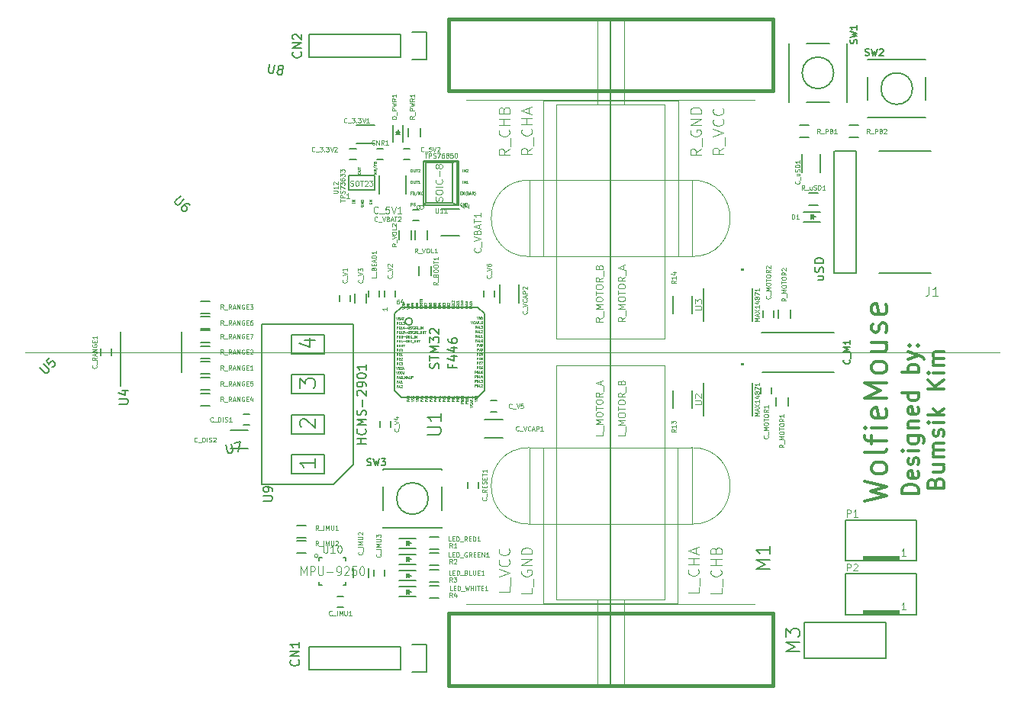
<source format=gto>
G04 #@! TF.FileFunction,Legend,Top*
%FSLAX46Y46*%
G04 Gerber Fmt 4.6, Leading zero omitted, Abs format (unit mm)*
G04 Created by KiCad (PCBNEW 4.0.2-stable) date 4/6/2016 7:40:00 AM*
%MOMM*%
G01*
G04 APERTURE LIST*
%ADD10C,0.100000*%
%ADD11C,0.300000*%
%ADD12C,0.406400*%
%ADD13C,0.127000*%
%ADD14C,0.150000*%
%ADD15C,0.152400*%
%ADD16C,0.101600*%
%ADD17C,0.065024*%
%ADD18C,0.050000*%
%ADD19C,0.128016*%
%ADD20C,0.020320*%
%ADD21C,0.040640*%
%ADD22C,0.142240*%
%ADD23C,0.073152*%
%ADD24C,0.024384*%
%ADD25C,0.097536*%
G04 APERTURE END LIST*
D10*
D11*
X227130952Y-106511905D02*
X229630952Y-105916667D01*
X227845238Y-105440477D01*
X229630952Y-104964286D01*
X227130952Y-104369048D01*
X229630952Y-103059524D02*
X229511905Y-103297619D01*
X229392857Y-103416667D01*
X229154762Y-103535715D01*
X228440476Y-103535715D01*
X228202381Y-103416667D01*
X228083333Y-103297619D01*
X227964286Y-103059524D01*
X227964286Y-102702381D01*
X228083333Y-102464286D01*
X228202381Y-102345238D01*
X228440476Y-102226191D01*
X229154762Y-102226191D01*
X229392857Y-102345238D01*
X229511905Y-102464286D01*
X229630952Y-102702381D01*
X229630952Y-103059524D01*
X229630952Y-100797619D02*
X229511905Y-101035714D01*
X229273810Y-101154762D01*
X227130952Y-101154762D01*
X227964286Y-100202381D02*
X227964286Y-99250000D01*
X229630952Y-99845238D02*
X227488095Y-99845238D01*
X227250000Y-99726190D01*
X227130952Y-99488095D01*
X227130952Y-99250000D01*
X229630952Y-98416667D02*
X227964286Y-98416667D01*
X227130952Y-98416667D02*
X227250000Y-98535715D01*
X227369048Y-98416667D01*
X227250000Y-98297619D01*
X227130952Y-98416667D01*
X227369048Y-98416667D01*
X229511905Y-96273810D02*
X229630952Y-96511905D01*
X229630952Y-96988096D01*
X229511905Y-97226191D01*
X229273810Y-97345239D01*
X228321429Y-97345239D01*
X228083333Y-97226191D01*
X227964286Y-96988096D01*
X227964286Y-96511905D01*
X228083333Y-96273810D01*
X228321429Y-96154762D01*
X228559524Y-96154762D01*
X228797619Y-97345239D01*
X229630952Y-95083334D02*
X227130952Y-95083334D01*
X228916667Y-94250001D01*
X227130952Y-93416667D01*
X229630952Y-93416667D01*
X229630952Y-91869048D02*
X229511905Y-92107143D01*
X229392857Y-92226191D01*
X229154762Y-92345239D01*
X228440476Y-92345239D01*
X228202381Y-92226191D01*
X228083333Y-92107143D01*
X227964286Y-91869048D01*
X227964286Y-91511905D01*
X228083333Y-91273810D01*
X228202381Y-91154762D01*
X228440476Y-91035715D01*
X229154762Y-91035715D01*
X229392857Y-91154762D01*
X229511905Y-91273810D01*
X229630952Y-91511905D01*
X229630952Y-91869048D01*
X227964286Y-88892857D02*
X229630952Y-88892857D01*
X227964286Y-89964286D02*
X229273810Y-89964286D01*
X229511905Y-89845238D01*
X229630952Y-89607143D01*
X229630952Y-89250000D01*
X229511905Y-89011905D01*
X229392857Y-88892857D01*
X229511905Y-87821429D02*
X229630952Y-87583333D01*
X229630952Y-87107143D01*
X229511905Y-86869048D01*
X229273810Y-86750000D01*
X229154762Y-86750000D01*
X228916667Y-86869048D01*
X228797619Y-87107143D01*
X228797619Y-87464286D01*
X228678571Y-87702381D01*
X228440476Y-87821429D01*
X228321429Y-87821429D01*
X228083333Y-87702381D01*
X227964286Y-87464286D01*
X227964286Y-87107143D01*
X228083333Y-86869048D01*
X229511905Y-84726190D02*
X229630952Y-84964285D01*
X229630952Y-85440476D01*
X229511905Y-85678571D01*
X229273810Y-85797619D01*
X228321429Y-85797619D01*
X228083333Y-85678571D01*
X227964286Y-85440476D01*
X227964286Y-84964285D01*
X228083333Y-84726190D01*
X228321429Y-84607142D01*
X228559524Y-84607142D01*
X228797619Y-85797619D01*
X233154286Y-105728571D02*
X231354286Y-105728571D01*
X231354286Y-105299999D01*
X231440000Y-105042856D01*
X231611429Y-104871428D01*
X231782857Y-104785713D01*
X232125714Y-104699999D01*
X232382857Y-104699999D01*
X232725714Y-104785713D01*
X232897143Y-104871428D01*
X233068571Y-105042856D01*
X233154286Y-105299999D01*
X233154286Y-105728571D01*
X233068571Y-103242856D02*
X233154286Y-103414285D01*
X233154286Y-103757142D01*
X233068571Y-103928571D01*
X232897143Y-104014285D01*
X232211429Y-104014285D01*
X232040000Y-103928571D01*
X231954286Y-103757142D01*
X231954286Y-103414285D01*
X232040000Y-103242856D01*
X232211429Y-103157142D01*
X232382857Y-103157142D01*
X232554286Y-104014285D01*
X233068571Y-102471428D02*
X233154286Y-102299999D01*
X233154286Y-101957142D01*
X233068571Y-101785714D01*
X232897143Y-101699999D01*
X232811429Y-101699999D01*
X232640000Y-101785714D01*
X232554286Y-101957142D01*
X232554286Y-102214285D01*
X232468571Y-102385714D01*
X232297143Y-102471428D01*
X232211429Y-102471428D01*
X232040000Y-102385714D01*
X231954286Y-102214285D01*
X231954286Y-101957142D01*
X232040000Y-101785714D01*
X233154286Y-100928571D02*
X231954286Y-100928571D01*
X231354286Y-100928571D02*
X231440000Y-101014285D01*
X231525714Y-100928571D01*
X231440000Y-100842856D01*
X231354286Y-100928571D01*
X231525714Y-100928571D01*
X231954286Y-99299999D02*
X233411429Y-99299999D01*
X233582857Y-99385713D01*
X233668571Y-99471428D01*
X233754286Y-99642856D01*
X233754286Y-99899999D01*
X233668571Y-100071428D01*
X233068571Y-99299999D02*
X233154286Y-99471428D01*
X233154286Y-99814285D01*
X233068571Y-99985713D01*
X232982857Y-100071428D01*
X232811429Y-100157142D01*
X232297143Y-100157142D01*
X232125714Y-100071428D01*
X232040000Y-99985713D01*
X231954286Y-99814285D01*
X231954286Y-99471428D01*
X232040000Y-99299999D01*
X231954286Y-98442857D02*
X233154286Y-98442857D01*
X232125714Y-98442857D02*
X232040000Y-98357142D01*
X231954286Y-98185714D01*
X231954286Y-97928571D01*
X232040000Y-97757142D01*
X232211429Y-97671428D01*
X233154286Y-97671428D01*
X233068571Y-96128571D02*
X233154286Y-96300000D01*
X233154286Y-96642857D01*
X233068571Y-96814286D01*
X232897143Y-96900000D01*
X232211429Y-96900000D01*
X232040000Y-96814286D01*
X231954286Y-96642857D01*
X231954286Y-96300000D01*
X232040000Y-96128571D01*
X232211429Y-96042857D01*
X232382857Y-96042857D01*
X232554286Y-96900000D01*
X233154286Y-94500000D02*
X231354286Y-94500000D01*
X233068571Y-94500000D02*
X233154286Y-94671429D01*
X233154286Y-95014286D01*
X233068571Y-95185714D01*
X232982857Y-95271429D01*
X232811429Y-95357143D01*
X232297143Y-95357143D01*
X232125714Y-95271429D01*
X232040000Y-95185714D01*
X231954286Y-95014286D01*
X231954286Y-94671429D01*
X232040000Y-94500000D01*
X233154286Y-92271429D02*
X231354286Y-92271429D01*
X232040000Y-92271429D02*
X231954286Y-92100000D01*
X231954286Y-91757143D01*
X232040000Y-91585714D01*
X232125714Y-91500000D01*
X232297143Y-91414286D01*
X232811429Y-91414286D01*
X232982857Y-91500000D01*
X233068571Y-91585714D01*
X233154286Y-91757143D01*
X233154286Y-92100000D01*
X233068571Y-92271429D01*
X231954286Y-90814286D02*
X233154286Y-90385715D01*
X231954286Y-89957143D02*
X233154286Y-90385715D01*
X233582857Y-90557143D01*
X233668571Y-90642858D01*
X233754286Y-90814286D01*
X232982857Y-89271429D02*
X233068571Y-89185714D01*
X233154286Y-89271429D01*
X233068571Y-89357143D01*
X232982857Y-89271429D01*
X233154286Y-89271429D01*
X232040000Y-89271429D02*
X232125714Y-89185714D01*
X232211429Y-89271429D01*
X232125714Y-89357143D01*
X232040000Y-89271429D01*
X232211429Y-89271429D01*
X235031429Y-104485715D02*
X235117143Y-104228572D01*
X235202857Y-104142857D01*
X235374286Y-104057143D01*
X235631429Y-104057143D01*
X235802857Y-104142857D01*
X235888571Y-104228572D01*
X235974286Y-104400000D01*
X235974286Y-105085715D01*
X234174286Y-105085715D01*
X234174286Y-104485715D01*
X234260000Y-104314286D01*
X234345714Y-104228572D01*
X234517143Y-104142857D01*
X234688571Y-104142857D01*
X234860000Y-104228572D01*
X234945714Y-104314286D01*
X235031429Y-104485715D01*
X235031429Y-105085715D01*
X234774286Y-102514286D02*
X235974286Y-102514286D01*
X234774286Y-103285715D02*
X235717143Y-103285715D01*
X235888571Y-103200000D01*
X235974286Y-103028572D01*
X235974286Y-102771429D01*
X235888571Y-102600000D01*
X235802857Y-102514286D01*
X235974286Y-101657144D02*
X234774286Y-101657144D01*
X234945714Y-101657144D02*
X234860000Y-101571429D01*
X234774286Y-101400001D01*
X234774286Y-101142858D01*
X234860000Y-100971429D01*
X235031429Y-100885715D01*
X235974286Y-100885715D01*
X235031429Y-100885715D02*
X234860000Y-100800001D01*
X234774286Y-100628572D01*
X234774286Y-100371429D01*
X234860000Y-100200001D01*
X235031429Y-100114286D01*
X235974286Y-100114286D01*
X235888571Y-99342858D02*
X235974286Y-99171429D01*
X235974286Y-98828572D01*
X235888571Y-98657144D01*
X235717143Y-98571429D01*
X235631429Y-98571429D01*
X235460000Y-98657144D01*
X235374286Y-98828572D01*
X235374286Y-99085715D01*
X235288571Y-99257144D01*
X235117143Y-99342858D01*
X235031429Y-99342858D01*
X234860000Y-99257144D01*
X234774286Y-99085715D01*
X234774286Y-98828572D01*
X234860000Y-98657144D01*
X235974286Y-97800001D02*
X234774286Y-97800001D01*
X234174286Y-97800001D02*
X234260000Y-97885715D01*
X234345714Y-97800001D01*
X234260000Y-97714286D01*
X234174286Y-97800001D01*
X234345714Y-97800001D01*
X235974286Y-96942858D02*
X234174286Y-96942858D01*
X235288571Y-96771429D02*
X235974286Y-96257143D01*
X234774286Y-96257143D02*
X235460000Y-96942858D01*
X235974286Y-94114286D02*
X234174286Y-94114286D01*
X235974286Y-93085714D02*
X234945714Y-93857143D01*
X234174286Y-93085714D02*
X235202857Y-94114286D01*
X235974286Y-92314286D02*
X234774286Y-92314286D01*
X234174286Y-92314286D02*
X234260000Y-92400000D01*
X234345714Y-92314286D01*
X234260000Y-92228571D01*
X234174286Y-92314286D01*
X234345714Y-92314286D01*
X235974286Y-91457143D02*
X234774286Y-91457143D01*
X234945714Y-91457143D02*
X234860000Y-91371428D01*
X234774286Y-91200000D01*
X234774286Y-90942857D01*
X234860000Y-90771428D01*
X235031429Y-90685714D01*
X235974286Y-90685714D01*
X235031429Y-90685714D02*
X234860000Y-90600000D01*
X234774286Y-90428571D01*
X234774286Y-90171428D01*
X234860000Y-90000000D01*
X235031429Y-89914285D01*
X235974286Y-89914285D01*
D10*
X242160000Y-90000000D02*
X134000000Y-90000000D01*
X205000000Y-88500000D02*
X205000000Y-62500000D01*
X205000000Y-62500000D02*
X200500000Y-62500000D01*
X200500000Y-62500000D02*
X197500000Y-62500000D01*
X197500000Y-62500000D02*
X193000000Y-62500000D01*
X193000000Y-62500000D02*
X193000000Y-88500000D01*
X193000000Y-88500000D02*
X205000000Y-88500000D01*
X206500000Y-62100000D02*
X191500000Y-62100000D01*
X191500000Y-62100000D02*
X191500000Y-70900000D01*
X191500000Y-70900000D02*
X191500000Y-79400000D01*
X190000000Y-79400000D02*
X191500000Y-79400000D01*
X191500000Y-79400000D02*
X206500000Y-79400000D01*
X206500000Y-79400000D02*
X206500000Y-70900000D01*
X206500000Y-70900000D02*
X206500000Y-62100000D01*
X191500000Y-70900000D02*
X190000000Y-70900000D01*
X190000000Y-70900000D02*
X190000000Y-79400000D01*
X190000000Y-70900000D02*
G75*
G03X190000000Y-79400000I0J-4250000D01*
G01*
X208000000Y-79400000D02*
X206500000Y-79400000D01*
X208000000Y-70900000D02*
X206500000Y-70900000D01*
X208000000Y-70900000D02*
X208000000Y-79400000D01*
X208000000Y-79400000D02*
G75*
G03X208000000Y-70900000I0J4250000D01*
G01*
X193000000Y-91500000D02*
X193000000Y-117500000D01*
X193000000Y-117500000D02*
X197500000Y-117500000D01*
X197500000Y-117500000D02*
X200500000Y-117500000D01*
X200500000Y-117500000D02*
X205000000Y-117500000D01*
X205000000Y-117500000D02*
X205000000Y-91500000D01*
X205000000Y-91500000D02*
X193000000Y-91500000D01*
X200500000Y-126990000D02*
X200500000Y-117500000D01*
X197500000Y-117500000D02*
X197500000Y-126990000D01*
X200500000Y-127000000D02*
X199000000Y-127000000D01*
X199000000Y-127000000D02*
X197500000Y-127000000D01*
X191500000Y-117900000D02*
X206400000Y-117900000D01*
X206400000Y-117900000D02*
X206400000Y-109100000D01*
X206400000Y-109100000D02*
X206400000Y-100600000D01*
X208000000Y-100600000D02*
X206400000Y-100600000D01*
X206400000Y-100600000D02*
X191500000Y-100600000D01*
X191500000Y-100600000D02*
X191500000Y-109100000D01*
X191500000Y-109100000D02*
X191500000Y-117900000D01*
X206400000Y-109100000D02*
X208000000Y-109100000D01*
X208000000Y-109100000D02*
X208000000Y-100600000D01*
X208000000Y-109100000D02*
G75*
G03X208000000Y-100600000I0J4250000D01*
G01*
X190000000Y-100600000D02*
X191500000Y-100600000D01*
X190000000Y-109100000D02*
X191500000Y-109100000D01*
X190000000Y-109100000D02*
X190000000Y-100600000D01*
X190000000Y-100600000D02*
G75*
G03X190000000Y-109100000I0J-4250000D01*
G01*
X215000000Y-62000000D02*
X183000000Y-62000000D01*
X183000000Y-118000000D02*
X215000000Y-118000000D01*
D12*
X181000000Y-127000000D02*
X181000000Y-119000000D01*
X181000000Y-119000000D02*
X217000000Y-119000000D01*
X217000000Y-119000000D02*
X217000000Y-127000000D01*
X217000000Y-127000000D02*
X199000000Y-127000000D01*
X199000000Y-127000000D02*
X181000000Y-127000000D01*
D10*
X197500000Y-53010000D02*
X197500000Y-62500000D01*
X200500000Y-62500000D02*
X200500000Y-53010000D01*
X197500000Y-53000000D02*
X199000000Y-53000000D01*
X199000000Y-53000000D02*
X200500000Y-53000000D01*
D12*
X217000000Y-53000000D02*
X217000000Y-61000000D01*
X217000000Y-61000000D02*
X181000000Y-61000000D01*
X181000000Y-61000000D02*
X181000000Y-53000000D01*
X181000000Y-53000000D02*
X199000000Y-53000000D01*
X199000000Y-53000000D02*
X217000000Y-53000000D01*
D13*
X199000000Y-127000000D02*
X199000000Y-53000000D01*
D10*
X191500000Y-70900000D02*
X206500000Y-70900000D01*
X206400000Y-109100000D02*
X191500000Y-109100000D01*
D14*
X205925000Y-85750000D02*
X205925000Y-83750000D01*
X208075000Y-83750000D02*
X208075000Y-85750000D01*
X208075000Y-94250000D02*
X208075000Y-96250000D01*
X205925000Y-96250000D02*
X205925000Y-94250000D01*
X188775000Y-84500000D02*
X188775000Y-82500000D01*
X186725000Y-82500000D02*
X186725000Y-84500000D01*
X187000000Y-97475000D02*
X185000000Y-97475000D01*
X185000000Y-99525000D02*
X187000000Y-99525000D01*
X220225000Y-68025000D02*
X220225000Y-70025000D01*
X222275000Y-70025000D02*
X222275000Y-68025000D01*
X156800000Y-100725000D02*
X158800000Y-100725000D01*
X158800000Y-98675000D02*
X156800000Y-98675000D01*
X172800000Y-64775000D02*
X170800000Y-64775000D01*
X170800000Y-66825000D02*
X172800000Y-66825000D01*
X178900000Y-110525000D02*
X179900000Y-110525000D01*
X179900000Y-111875000D02*
X178900000Y-111875000D01*
X178900000Y-112325000D02*
X179900000Y-112325000D01*
X179900000Y-113675000D02*
X178900000Y-113675000D01*
X178900000Y-114125000D02*
X179900000Y-114125000D01*
X179900000Y-115475000D02*
X178900000Y-115475000D01*
X176875000Y-76500000D02*
X176875000Y-77500000D01*
X175525000Y-77500000D02*
X175525000Y-76500000D01*
X177325000Y-77500000D02*
X177325000Y-76500000D01*
X178675000Y-76500000D02*
X178675000Y-77500000D01*
X221000000Y-72325000D02*
X222000000Y-72325000D01*
X222000000Y-73675000D02*
X221000000Y-73675000D01*
X153500000Y-87575000D02*
X154500000Y-87575000D01*
X154500000Y-88925000D02*
X153500000Y-88925000D01*
X153500000Y-86075000D02*
X154500000Y-86075000D01*
X154500000Y-87425000D02*
X153500000Y-87425000D01*
X153500000Y-92825000D02*
X154500000Y-92825000D01*
X154500000Y-94175000D02*
X153500000Y-94175000D01*
X153500000Y-94575000D02*
X154500000Y-94575000D01*
X154500000Y-95925000D02*
X153500000Y-95925000D01*
X153500000Y-84325000D02*
X154500000Y-84325000D01*
X154500000Y-85675000D02*
X153500000Y-85675000D01*
X153500000Y-89325000D02*
X154500000Y-89325000D01*
X154500000Y-90675000D02*
X153500000Y-90675000D01*
X153500000Y-91075000D02*
X154500000Y-91075000D01*
X154500000Y-92425000D02*
X153500000Y-92425000D01*
X177875000Y-65100000D02*
X177875000Y-66100000D01*
X176525000Y-66100000D02*
X176525000Y-65100000D01*
X226500000Y-66175000D02*
X225500000Y-66175000D01*
X225500000Y-64825000D02*
X226500000Y-64825000D01*
X221000000Y-66175000D02*
X220000000Y-66175000D01*
X220000000Y-64825000D02*
X221000000Y-64825000D01*
X218925000Y-85250000D02*
X218925000Y-86250000D01*
X217575000Y-86250000D02*
X217575000Y-85250000D01*
X218675000Y-95000000D02*
X218675000Y-96000000D01*
X217325000Y-96000000D02*
X217325000Y-95000000D01*
X165200000Y-112325000D02*
X164200000Y-112325000D01*
X164200000Y-110975000D02*
X165200000Y-110975000D01*
X165200000Y-110575000D02*
X164200000Y-110575000D01*
X164200000Y-109225000D02*
X165200000Y-109225000D01*
X177725000Y-81500000D02*
X177725000Y-80500000D01*
X179075000Y-80500000D02*
X179075000Y-81500000D01*
X178900000Y-115925000D02*
X179900000Y-115925000D01*
X179900000Y-117275000D02*
X178900000Y-117275000D01*
X170575000Y-84500000D02*
X170575000Y-83500000D01*
X171925000Y-83500000D02*
X171925000Y-84500000D01*
X175500000Y-117150000D02*
X177400000Y-117150000D01*
X175500000Y-116050000D02*
X177400000Y-116050000D01*
X176400000Y-116600000D02*
X176850000Y-116600000D01*
X176350000Y-116350000D02*
X176350000Y-116850000D01*
X176350000Y-116600000D02*
X176600000Y-116350000D01*
X176600000Y-116350000D02*
X176600000Y-116850000D01*
X176600000Y-116850000D02*
X176350000Y-116600000D01*
X175500000Y-113550000D02*
X177400000Y-113550000D01*
X175500000Y-112450000D02*
X177400000Y-112450000D01*
X176400000Y-113000000D02*
X176850000Y-113000000D01*
X176350000Y-112750000D02*
X176350000Y-113250000D01*
X176350000Y-113000000D02*
X176600000Y-112750000D01*
X176600000Y-112750000D02*
X176600000Y-113250000D01*
X176600000Y-113250000D02*
X176350000Y-113000000D01*
X175500000Y-115350000D02*
X177400000Y-115350000D01*
X175500000Y-114250000D02*
X177400000Y-114250000D01*
X176400000Y-114800000D02*
X176850000Y-114800000D01*
X176350000Y-114550000D02*
X176350000Y-115050000D01*
X176350000Y-114800000D02*
X176600000Y-114550000D01*
X176600000Y-114550000D02*
X176600000Y-115050000D01*
X176600000Y-115050000D02*
X176350000Y-114800000D01*
X220400000Y-75550000D02*
X222300000Y-75550000D01*
X220400000Y-74450000D02*
X222300000Y-74450000D01*
X221300000Y-75000000D02*
X221750000Y-75000000D01*
X221250000Y-74750000D02*
X221250000Y-75250000D01*
X221250000Y-75000000D02*
X221500000Y-74750000D01*
X221500000Y-74750000D02*
X221500000Y-75250000D01*
X221500000Y-75250000D02*
X221250000Y-75000000D01*
X175950000Y-66700000D02*
X175950000Y-64800000D01*
X174850000Y-66700000D02*
X174850000Y-64800000D01*
X175400000Y-65800000D02*
X175400000Y-65350000D01*
X175150000Y-65850000D02*
X175650000Y-65850000D01*
X175400000Y-65850000D02*
X175150000Y-65600000D01*
X175150000Y-65600000D02*
X175650000Y-65600000D01*
X175650000Y-65600000D02*
X175400000Y-65850000D01*
X175500000Y-111750000D02*
X177400000Y-111750000D01*
X175500000Y-110650000D02*
X177400000Y-110650000D01*
X176400000Y-111200000D02*
X176850000Y-111200000D01*
X176350000Y-110950000D02*
X176350000Y-111450000D01*
X176350000Y-111200000D02*
X176600000Y-110950000D01*
X176600000Y-110950000D02*
X176600000Y-111450000D01*
X176600000Y-111450000D02*
X176350000Y-111200000D01*
D13*
X166630000Y-113120000D02*
X166630000Y-112820000D01*
X166630000Y-112820000D02*
X166930000Y-112820000D01*
X169330000Y-112820000D02*
X169630000Y-112820000D01*
X169330000Y-115820000D02*
X169630000Y-115820000D01*
X166630000Y-115820000D02*
X166930000Y-115820000D01*
X166630000Y-115820000D02*
X166630000Y-115520000D01*
X169630000Y-115820000D02*
X169630000Y-115520000D01*
X169630000Y-113120000D02*
X169630000Y-112820000D01*
D10*
X166530000Y-112620000D02*
G75*
G03X166530000Y-112620000I-200000J0D01*
G01*
D13*
X177000000Y-86600000D02*
G75*
G03X177000000Y-86600000I-400000J0D01*
G01*
X184250000Y-85000000D02*
X175750000Y-85000000D01*
X175000000Y-85750000D02*
X175000000Y-94250000D01*
X175750000Y-95000000D02*
X184250000Y-95000000D01*
X185000000Y-94250000D02*
X185000000Y-85750000D01*
X184250000Y-85000000D02*
X185000000Y-85750000D01*
X185000000Y-94250000D02*
X184250000Y-95000000D01*
X175000000Y-94250000D02*
X175750000Y-95000000D01*
X175750000Y-85000000D02*
X175000000Y-85750000D01*
D14*
X151375000Y-92225000D02*
X151375000Y-87775000D01*
X144625000Y-93750000D02*
X144625000Y-87775000D01*
D13*
X220500000Y-120000000D02*
X220500000Y-124000000D01*
X220500000Y-124000000D02*
X229500000Y-124000000D01*
X229500000Y-124000000D02*
X229500000Y-120000000D01*
X229500000Y-120000000D02*
X220500000Y-120000000D01*
X225077500Y-108617500D02*
X232927500Y-108617500D01*
X232927500Y-108617500D02*
X232927500Y-113117500D01*
X232927500Y-113117500D02*
X225077500Y-113117500D01*
X225077500Y-113117500D02*
X225077500Y-108617500D01*
D10*
G36*
X227027500Y-113117500D02*
X231027500Y-113117500D01*
X231027500Y-112617500D01*
X227027500Y-112617500D01*
X227027500Y-113117500D01*
G37*
D13*
X225077500Y-114617500D02*
X232927500Y-114617500D01*
X232927500Y-114617500D02*
X232927500Y-119117500D01*
X232927500Y-119117500D02*
X225077500Y-119117500D01*
X225077500Y-119117500D02*
X225077500Y-114617500D01*
D10*
G36*
X227027500Y-119117500D02*
X231027500Y-119117500D01*
X231027500Y-118617500D01*
X227027500Y-118617500D01*
X227027500Y-119117500D01*
G37*
D14*
X178750714Y-106250000D02*
G75*
G03X178750714Y-106250000I-1750714J0D01*
G01*
X180225000Y-103025000D02*
X180225000Y-103050000D01*
X180225000Y-109475000D02*
X180225000Y-109450000D01*
X173775000Y-109475000D02*
X173775000Y-109450000D01*
X173775000Y-103050000D02*
X173775000Y-103025000D01*
X180225000Y-104950000D02*
X180225000Y-107550000D01*
X173775000Y-103025000D02*
X180225000Y-103025000D01*
X173775000Y-104950000D02*
X173775000Y-107550000D01*
X173775000Y-109475000D02*
X180225000Y-109475000D01*
X232500714Y-60750000D02*
G75*
G03X232500714Y-60750000I-1750714J0D01*
G01*
X227525000Y-63975000D02*
X227525000Y-63950000D01*
X227525000Y-57525000D02*
X227525000Y-57550000D01*
X233975000Y-57525000D02*
X233975000Y-57550000D01*
X233975000Y-63950000D02*
X233975000Y-63975000D01*
X227525000Y-62050000D02*
X227525000Y-59450000D01*
X233975000Y-63975000D02*
X227525000Y-63975000D01*
X233975000Y-62050000D02*
X233975000Y-59450000D01*
X233975000Y-57525000D02*
X227525000Y-57525000D01*
X223750714Y-59000000D02*
G75*
G03X223750714Y-59000000I-1750714J0D01*
G01*
X218775000Y-55775000D02*
X218800000Y-55775000D01*
X225225000Y-55775000D02*
X225200000Y-55775000D01*
X225225000Y-62225000D02*
X225200000Y-62225000D01*
X218800000Y-62225000D02*
X218775000Y-62225000D01*
X220700000Y-55775000D02*
X223300000Y-55775000D01*
X218775000Y-62225000D02*
X218775000Y-55775000D01*
X220700000Y-62225000D02*
X223300000Y-62225000D01*
X225225000Y-62225000D02*
X225225000Y-55775000D01*
X215800000Y-92200000D02*
X223800000Y-92200000D01*
X223800000Y-87800000D02*
X215700000Y-87800000D01*
X173050000Y-67400000D02*
X173750000Y-67400000D01*
X173750000Y-68600000D02*
X173050000Y-68600000D01*
X170750000Y-68600000D02*
X170050000Y-68600000D01*
X170050000Y-67400000D02*
X170750000Y-67400000D01*
X176750000Y-68600000D02*
X176050000Y-68600000D01*
X176050000Y-67400000D02*
X176750000Y-67400000D01*
X158950000Y-98100000D02*
X158250000Y-98100000D01*
X158250000Y-96900000D02*
X158950000Y-96900000D01*
X168650000Y-117150000D02*
X169350000Y-117150000D01*
X169350000Y-118350000D02*
X168650000Y-118350000D01*
X172700000Y-114850000D02*
X172700000Y-114150000D01*
X173900000Y-114150000D02*
X173900000Y-114850000D01*
X216850000Y-93900000D02*
X216850000Y-94600000D01*
X215650000Y-94600000D02*
X215650000Y-93900000D01*
X215900000Y-86100000D02*
X215900000Y-85400000D01*
X217100000Y-85400000D02*
X217100000Y-86100000D01*
X142400000Y-90350000D02*
X142400000Y-89650000D01*
X143600000Y-89650000D02*
X143600000Y-90350000D01*
X184350000Y-104400000D02*
X184350000Y-105100000D01*
X183150000Y-105100000D02*
X183150000Y-104400000D01*
X168900000Y-84350000D02*
X168900000Y-83650000D01*
X170100000Y-83650000D02*
X170100000Y-84350000D01*
X175100000Y-83150000D02*
X175100000Y-83850000D01*
X173900000Y-83850000D02*
X173900000Y-83150000D01*
X172150000Y-83850000D02*
X172150000Y-83150000D01*
X173350000Y-83150000D02*
X173350000Y-83850000D01*
X174600000Y-97650000D02*
X174600000Y-98350000D01*
X173400000Y-98350000D02*
X173400000Y-97650000D01*
X186350000Y-96600000D02*
X185650000Y-96600000D01*
X185650000Y-95400000D02*
X186350000Y-95400000D01*
X186100000Y-83150000D02*
X186100000Y-83850000D01*
X184900000Y-83850000D02*
X184900000Y-83150000D01*
X177750000Y-75400000D02*
X177050000Y-75400000D01*
X177050000Y-74200000D02*
X177750000Y-74200000D01*
D15*
X209307600Y-82921200D02*
X209307600Y-86578800D01*
X214692400Y-86578800D02*
X214692400Y-82921200D01*
D10*
G36*
X213422400Y-80686000D02*
X213828800Y-80686000D01*
X213828800Y-80940000D01*
X213422400Y-80940000D01*
X213422400Y-80686000D01*
G37*
D15*
X209307600Y-93421200D02*
X209307600Y-97078800D01*
X214692400Y-97078800D02*
X214692400Y-93421200D01*
D10*
G36*
X213422400Y-91186000D02*
X213828800Y-91186000D01*
X213828800Y-91440000D01*
X213422400Y-91440000D01*
X213422400Y-91186000D01*
G37*
D13*
X170480000Y-102467500D02*
X170480000Y-86910000D01*
X170480000Y-86910000D02*
X160320000Y-86910000D01*
X160320000Y-86910000D02*
X160320000Y-104690000D01*
X160320000Y-104690000D02*
X168257500Y-104690000D01*
X167254200Y-103521600D02*
X167254200Y-101413400D01*
X167254200Y-101413400D02*
X163545800Y-101413400D01*
X163545800Y-101413400D02*
X163545800Y-103521600D01*
X163545800Y-103521600D02*
X167254200Y-103521600D01*
X167254200Y-99076600D02*
X167254200Y-96968400D01*
X167254200Y-96968400D02*
X163545800Y-96968400D01*
X163545800Y-96968400D02*
X163545800Y-99076600D01*
X163545800Y-99076600D02*
X167254200Y-99076600D01*
X167254200Y-94631600D02*
X167254200Y-92523400D01*
X167254200Y-92523400D02*
X163545800Y-92523400D01*
X163545800Y-92523400D02*
X163545800Y-94631600D01*
X163545800Y-94631600D02*
X167254200Y-94631600D01*
X167254200Y-90186600D02*
X167254200Y-88078400D01*
X167254200Y-88078400D02*
X163545800Y-88078400D01*
X163545800Y-88078400D02*
X163545800Y-90186600D01*
X163545800Y-90186600D02*
X167254200Y-90186600D01*
X168257500Y-104690000D02*
X170480000Y-102467500D01*
D14*
X170450000Y-114000000D02*
X170450000Y-115000000D01*
X172150000Y-115000000D02*
X172150000Y-114000000D01*
X182200000Y-74125000D02*
X180200000Y-74125000D01*
X180200000Y-77075000D02*
X182200000Y-77075000D01*
X176275000Y-72400000D02*
X176275000Y-70400000D01*
X173325000Y-70400000D02*
X173325000Y-72400000D01*
D13*
X169950000Y-72000000D02*
X172850000Y-72000000D01*
X172850000Y-72000000D02*
X172850000Y-70400000D01*
X172850000Y-70400000D02*
X169950000Y-70400000D01*
X169950000Y-70400000D02*
X169950000Y-72000000D01*
X182150000Y-73650000D02*
X182150000Y-68750000D01*
X182150000Y-68750000D02*
X181950000Y-68750000D01*
X181950000Y-68750000D02*
X178250000Y-68750000D01*
X178250000Y-68750000D02*
X178250000Y-73650000D01*
X178250000Y-73650000D02*
X181950000Y-73650000D01*
X181950000Y-73650000D02*
X182150000Y-73650000D01*
X178250000Y-73650000D02*
X178450000Y-73450000D01*
X178450000Y-73450000D02*
X178450000Y-68950000D01*
X178250000Y-68750000D02*
X178450000Y-68950000D01*
X178450000Y-68950000D02*
X181450000Y-68950000D01*
X181450000Y-68950000D02*
X181950000Y-68750000D01*
X181950000Y-68750000D02*
X181950000Y-73650000D01*
X181950000Y-73650000D02*
X181450000Y-73450000D01*
X178450000Y-73450000D02*
X181450000Y-73450000D01*
X181450000Y-73450000D02*
X181450000Y-68950000D01*
D14*
X177000000Y-122450000D02*
X178550000Y-122450000D01*
X178550000Y-122450000D02*
X178550000Y-125550000D01*
X178550000Y-125550000D02*
X177000000Y-125550000D01*
X175730000Y-125270000D02*
X165570000Y-125270000D01*
X165570000Y-125270000D02*
X165570000Y-122730000D01*
X165570000Y-122730000D02*
X175730000Y-122730000D01*
X175730000Y-125270000D02*
X175730000Y-122730000D01*
X177000000Y-54450000D02*
X178550000Y-54450000D01*
X178550000Y-54450000D02*
X178550000Y-57550000D01*
X178550000Y-57550000D02*
X177000000Y-57550000D01*
X175730000Y-57270000D02*
X165570000Y-57270000D01*
X165570000Y-57270000D02*
X165570000Y-54730000D01*
X165570000Y-54730000D02*
X175730000Y-54730000D01*
X175730000Y-57270000D02*
X175730000Y-54730000D01*
D13*
X223825000Y-81250000D02*
X223825000Y-67650000D01*
X223875000Y-81250000D02*
X226275000Y-81250000D01*
X234575000Y-81250000D02*
X228775000Y-81250000D01*
X223875000Y-67650000D02*
X226275000Y-67650000D01*
X228775000Y-67650000D02*
X234575000Y-67650000D01*
X226275000Y-81250000D02*
X226275000Y-67650000D01*
D14*
X216639429Y-114093714D02*
X215115429Y-114093714D01*
X216204000Y-113585714D01*
X215115429Y-113077714D01*
X216639429Y-113077714D01*
X216639429Y-111553714D02*
X216639429Y-112424571D01*
X216639429Y-111989143D02*
X215115429Y-111989143D01*
X215333143Y-112134286D01*
X215478286Y-112279428D01*
X215550857Y-112424571D01*
D16*
X187795798Y-116059749D02*
X187795798Y-116634273D01*
X186589298Y-116634273D01*
X187910702Y-115944845D02*
X187910702Y-115025607D01*
X186589298Y-114910702D02*
X187795798Y-114508536D01*
X186589298Y-114106369D01*
X187680893Y-113014774D02*
X187738345Y-113072226D01*
X187795798Y-113244583D01*
X187795798Y-113359488D01*
X187738345Y-113531845D01*
X187623440Y-113646750D01*
X187508536Y-113704202D01*
X187278726Y-113761654D01*
X187106369Y-113761654D01*
X186876560Y-113704202D01*
X186761655Y-113646750D01*
X186646750Y-113531845D01*
X186589298Y-113359488D01*
X186589298Y-113244583D01*
X186646750Y-113072226D01*
X186704202Y-113014774D01*
X187680893Y-111808274D02*
X187738345Y-111865726D01*
X187795798Y-112038083D01*
X187795798Y-112152988D01*
X187738345Y-112325345D01*
X187623440Y-112440250D01*
X187508536Y-112497702D01*
X187278726Y-112555154D01*
X187106369Y-112555154D01*
X186876560Y-112497702D01*
X186761655Y-112440250D01*
X186646750Y-112325345D01*
X186589298Y-112152988D01*
X186589298Y-112038083D01*
X186646750Y-111865726D01*
X186704202Y-111808274D01*
X190295798Y-116174654D02*
X190295798Y-116749178D01*
X189089298Y-116749178D01*
X190410702Y-116059750D02*
X190410702Y-115140512D01*
X189146750Y-114221274D02*
X189089298Y-114336179D01*
X189089298Y-114508536D01*
X189146750Y-114680893D01*
X189261655Y-114795798D01*
X189376560Y-114853250D01*
X189606369Y-114910702D01*
X189778726Y-114910702D01*
X190008536Y-114853250D01*
X190123440Y-114795798D01*
X190238345Y-114680893D01*
X190295798Y-114508536D01*
X190295798Y-114393631D01*
X190238345Y-114221274D01*
X190180893Y-114163822D01*
X189778726Y-114163822D01*
X189778726Y-114393631D01*
X190295798Y-113646750D02*
X189089298Y-113646750D01*
X190295798Y-112957322D01*
X189089298Y-112957322D01*
X190295798Y-112382798D02*
X189089298Y-112382798D01*
X189089298Y-112095536D01*
X189146750Y-111923179D01*
X189261655Y-111808274D01*
X189376560Y-111750822D01*
X189606369Y-111693370D01*
X189778726Y-111693370D01*
X190008536Y-111750822D01*
X190123440Y-111808274D01*
X190238345Y-111923179D01*
X190295798Y-112095536D01*
X190295798Y-112382798D01*
X208795798Y-116088475D02*
X208795798Y-116662999D01*
X207589298Y-116662999D01*
X208910702Y-115973571D02*
X208910702Y-115054333D01*
X208680893Y-114077643D02*
X208738345Y-114135095D01*
X208795798Y-114307452D01*
X208795798Y-114422357D01*
X208738345Y-114594714D01*
X208623440Y-114709619D01*
X208508536Y-114767071D01*
X208278726Y-114824523D01*
X208106369Y-114824523D01*
X207876560Y-114767071D01*
X207761655Y-114709619D01*
X207646750Y-114594714D01*
X207589298Y-114422357D01*
X207589298Y-114307452D01*
X207646750Y-114135095D01*
X207704202Y-114077643D01*
X208795798Y-113560571D02*
X207589298Y-113560571D01*
X208163821Y-113560571D02*
X208163821Y-112871143D01*
X208795798Y-112871143D02*
X207589298Y-112871143D01*
X208451083Y-112354071D02*
X208451083Y-111779548D01*
X208795798Y-112468976D02*
X207589298Y-112066810D01*
X208795798Y-111664643D01*
X211295798Y-116174654D02*
X211295798Y-116749178D01*
X210089298Y-116749178D01*
X211410702Y-116059750D02*
X211410702Y-115140512D01*
X211180893Y-114163822D02*
X211238345Y-114221274D01*
X211295798Y-114393631D01*
X211295798Y-114508536D01*
X211238345Y-114680893D01*
X211123440Y-114795798D01*
X211008536Y-114853250D01*
X210778726Y-114910702D01*
X210606369Y-114910702D01*
X210376560Y-114853250D01*
X210261655Y-114795798D01*
X210146750Y-114680893D01*
X210089298Y-114508536D01*
X210089298Y-114393631D01*
X210146750Y-114221274D01*
X210204202Y-114163822D01*
X211295798Y-113646750D02*
X210089298Y-113646750D01*
X210663821Y-113646750D02*
X210663821Y-112957322D01*
X211295798Y-112957322D02*
X210089298Y-112957322D01*
X210663821Y-111980631D02*
X210721274Y-111808274D01*
X210778726Y-111750822D01*
X210893631Y-111693370D01*
X211065988Y-111693370D01*
X211180893Y-111750822D01*
X211238345Y-111808274D01*
X211295798Y-111923179D01*
X211295798Y-112382798D01*
X210089298Y-112382798D01*
X210089298Y-111980631D01*
X210146750Y-111865727D01*
X210204202Y-111808274D01*
X210319107Y-111750822D01*
X210434012Y-111750822D01*
X210548917Y-111808274D01*
X210606369Y-111865727D01*
X210663821Y-111980631D01*
X210663821Y-112382798D01*
X211545798Y-67309750D02*
X210971274Y-67711916D01*
X211545798Y-67999178D02*
X210339298Y-67999178D01*
X210339298Y-67539559D01*
X210396750Y-67424654D01*
X210454202Y-67367202D01*
X210569107Y-67309750D01*
X210741464Y-67309750D01*
X210856369Y-67367202D01*
X210913821Y-67424654D01*
X210971274Y-67539559D01*
X210971274Y-67999178D01*
X211660702Y-67079940D02*
X211660702Y-66160702D01*
X210339298Y-66045797D02*
X211545798Y-65643631D01*
X210339298Y-65241464D01*
X211430893Y-64149869D02*
X211488345Y-64207321D01*
X211545798Y-64379678D01*
X211545798Y-64494583D01*
X211488345Y-64666940D01*
X211373440Y-64781845D01*
X211258536Y-64839297D01*
X211028726Y-64896749D01*
X210856369Y-64896749D01*
X210626560Y-64839297D01*
X210511655Y-64781845D01*
X210396750Y-64666940D01*
X210339298Y-64494583D01*
X210339298Y-64379678D01*
X210396750Y-64207321D01*
X210454202Y-64149869D01*
X211430893Y-62943369D02*
X211488345Y-63000821D01*
X211545798Y-63173178D01*
X211545798Y-63288083D01*
X211488345Y-63460440D01*
X211373440Y-63575345D01*
X211258536Y-63632797D01*
X211028726Y-63690249D01*
X210856369Y-63690249D01*
X210626560Y-63632797D01*
X210511655Y-63575345D01*
X210396750Y-63460440D01*
X210339298Y-63288083D01*
X210339298Y-63173178D01*
X210396750Y-63000821D01*
X210454202Y-62943369D01*
X209045798Y-67424655D02*
X208471274Y-67826821D01*
X209045798Y-68114083D02*
X207839298Y-68114083D01*
X207839298Y-67654464D01*
X207896750Y-67539559D01*
X207954202Y-67482107D01*
X208069107Y-67424655D01*
X208241464Y-67424655D01*
X208356369Y-67482107D01*
X208413821Y-67539559D01*
X208471274Y-67654464D01*
X208471274Y-68114083D01*
X209160702Y-67194845D02*
X209160702Y-66275607D01*
X207896750Y-65356369D02*
X207839298Y-65471274D01*
X207839298Y-65643631D01*
X207896750Y-65815988D01*
X208011655Y-65930893D01*
X208126560Y-65988345D01*
X208356369Y-66045797D01*
X208528726Y-66045797D01*
X208758536Y-65988345D01*
X208873440Y-65930893D01*
X208988345Y-65815988D01*
X209045798Y-65643631D01*
X209045798Y-65528726D01*
X208988345Y-65356369D01*
X208930893Y-65298917D01*
X208528726Y-65298917D01*
X208528726Y-65528726D01*
X209045798Y-64781845D02*
X207839298Y-64781845D01*
X209045798Y-64092417D01*
X207839298Y-64092417D01*
X209045798Y-63517893D02*
X207839298Y-63517893D01*
X207839298Y-63230631D01*
X207896750Y-63058274D01*
X208011655Y-62943369D01*
X208126560Y-62885917D01*
X208356369Y-62828465D01*
X208528726Y-62828465D01*
X208758536Y-62885917D01*
X208873440Y-62943369D01*
X208988345Y-63058274D01*
X209045798Y-63230631D01*
X209045798Y-63517893D01*
X190295798Y-67338476D02*
X189721274Y-67740642D01*
X190295798Y-68027904D02*
X189089298Y-68027904D01*
X189089298Y-67568285D01*
X189146750Y-67453380D01*
X189204202Y-67395928D01*
X189319107Y-67338476D01*
X189491464Y-67338476D01*
X189606369Y-67395928D01*
X189663821Y-67453380D01*
X189721274Y-67568285D01*
X189721274Y-68027904D01*
X190410702Y-67108666D02*
X190410702Y-66189428D01*
X190180893Y-65212738D02*
X190238345Y-65270190D01*
X190295798Y-65442547D01*
X190295798Y-65557452D01*
X190238345Y-65729809D01*
X190123440Y-65844714D01*
X190008536Y-65902166D01*
X189778726Y-65959618D01*
X189606369Y-65959618D01*
X189376560Y-65902166D01*
X189261655Y-65844714D01*
X189146750Y-65729809D01*
X189089298Y-65557452D01*
X189089298Y-65442547D01*
X189146750Y-65270190D01*
X189204202Y-65212738D01*
X190295798Y-64695666D02*
X189089298Y-64695666D01*
X189663821Y-64695666D02*
X189663821Y-64006238D01*
X190295798Y-64006238D02*
X189089298Y-64006238D01*
X189951083Y-63489166D02*
X189951083Y-62914643D01*
X190295798Y-63604071D02*
X189089298Y-63201905D01*
X190295798Y-62799738D01*
X187795798Y-67424655D02*
X187221274Y-67826821D01*
X187795798Y-68114083D02*
X186589298Y-68114083D01*
X186589298Y-67654464D01*
X186646750Y-67539559D01*
X186704202Y-67482107D01*
X186819107Y-67424655D01*
X186991464Y-67424655D01*
X187106369Y-67482107D01*
X187163821Y-67539559D01*
X187221274Y-67654464D01*
X187221274Y-68114083D01*
X187910702Y-67194845D02*
X187910702Y-66275607D01*
X187680893Y-65298917D02*
X187738345Y-65356369D01*
X187795798Y-65528726D01*
X187795798Y-65643631D01*
X187738345Y-65815988D01*
X187623440Y-65930893D01*
X187508536Y-65988345D01*
X187278726Y-66045797D01*
X187106369Y-66045797D01*
X186876560Y-65988345D01*
X186761655Y-65930893D01*
X186646750Y-65815988D01*
X186589298Y-65643631D01*
X186589298Y-65528726D01*
X186646750Y-65356369D01*
X186704202Y-65298917D01*
X187795798Y-64781845D02*
X186589298Y-64781845D01*
X187163821Y-64781845D02*
X187163821Y-64092417D01*
X187795798Y-64092417D02*
X186589298Y-64092417D01*
X187163821Y-63115726D02*
X187221274Y-62943369D01*
X187278726Y-62885917D01*
X187393631Y-62828465D01*
X187565988Y-62828465D01*
X187680893Y-62885917D01*
X187738345Y-62943369D01*
X187795798Y-63058274D01*
X187795798Y-63517893D01*
X186589298Y-63517893D01*
X186589298Y-63115726D01*
X186646750Y-63000822D01*
X186704202Y-62943369D01*
X186819107Y-62885917D01*
X186934012Y-62885917D01*
X187048917Y-62943369D01*
X187106369Y-63000822D01*
X187163821Y-63115726D01*
X187163821Y-63517893D01*
D17*
X198099310Y-98860636D02*
X198099310Y-99228331D01*
X197327150Y-99228331D01*
X198172850Y-98787097D02*
X198172850Y-98198785D01*
X198099310Y-98014937D02*
X197327150Y-98014937D01*
X197878693Y-97757551D01*
X197327150Y-97500164D01*
X198099310Y-97500164D01*
X197327150Y-96985390D02*
X197327150Y-96838312D01*
X197363920Y-96764773D01*
X197437459Y-96691234D01*
X197584537Y-96654465D01*
X197841924Y-96654465D01*
X197989002Y-96691234D01*
X198062541Y-96764773D01*
X198099310Y-96838312D01*
X198099310Y-96985390D01*
X198062541Y-97058929D01*
X197989002Y-97132468D01*
X197841924Y-97169238D01*
X197584537Y-97169238D01*
X197437459Y-97132468D01*
X197363920Y-97058929D01*
X197327150Y-96985390D01*
X197327150Y-96433847D02*
X197327150Y-95992613D01*
X198099310Y-96213230D02*
X197327150Y-96213230D01*
X197327150Y-95588148D02*
X197327150Y-95441070D01*
X197363920Y-95367531D01*
X197437459Y-95293992D01*
X197584537Y-95257223D01*
X197841924Y-95257223D01*
X197989002Y-95293992D01*
X198062541Y-95367531D01*
X198099310Y-95441070D01*
X198099310Y-95588148D01*
X198062541Y-95661687D01*
X197989002Y-95735226D01*
X197841924Y-95771996D01*
X197584537Y-95771996D01*
X197437459Y-95735226D01*
X197363920Y-95661687D01*
X197327150Y-95588148D01*
X198099310Y-94485062D02*
X197731615Y-94742449D01*
X198099310Y-94926296D02*
X197327150Y-94926296D01*
X197327150Y-94632140D01*
X197363920Y-94558601D01*
X197400690Y-94521832D01*
X197474229Y-94485062D01*
X197584537Y-94485062D01*
X197658076Y-94521832D01*
X197694846Y-94558601D01*
X197731615Y-94632140D01*
X197731615Y-94926296D01*
X198172850Y-94337984D02*
X198172850Y-93749672D01*
X197878693Y-93602594D02*
X197878693Y-93234899D01*
X198099310Y-93676133D02*
X197327150Y-93418746D01*
X198099310Y-93161360D01*
X200599310Y-98915790D02*
X200599310Y-99283485D01*
X199827150Y-99283485D01*
X200672850Y-98842251D02*
X200672850Y-98253939D01*
X200599310Y-98070091D02*
X199827150Y-98070091D01*
X200378693Y-97812705D01*
X199827150Y-97555318D01*
X200599310Y-97555318D01*
X199827150Y-97040544D02*
X199827150Y-96893466D01*
X199863920Y-96819927D01*
X199937459Y-96746388D01*
X200084537Y-96709619D01*
X200341924Y-96709619D01*
X200489002Y-96746388D01*
X200562541Y-96819927D01*
X200599310Y-96893466D01*
X200599310Y-97040544D01*
X200562541Y-97114083D01*
X200489002Y-97187622D01*
X200341924Y-97224392D01*
X200084537Y-97224392D01*
X199937459Y-97187622D01*
X199863920Y-97114083D01*
X199827150Y-97040544D01*
X199827150Y-96489001D02*
X199827150Y-96047767D01*
X200599310Y-96268384D02*
X199827150Y-96268384D01*
X199827150Y-95643302D02*
X199827150Y-95496224D01*
X199863920Y-95422685D01*
X199937459Y-95349146D01*
X200084537Y-95312377D01*
X200341924Y-95312377D01*
X200489002Y-95349146D01*
X200562541Y-95422685D01*
X200599310Y-95496224D01*
X200599310Y-95643302D01*
X200562541Y-95716841D01*
X200489002Y-95790380D01*
X200341924Y-95827150D01*
X200084537Y-95827150D01*
X199937459Y-95790380D01*
X199863920Y-95716841D01*
X199827150Y-95643302D01*
X200599310Y-94540216D02*
X200231615Y-94797603D01*
X200599310Y-94981450D02*
X199827150Y-94981450D01*
X199827150Y-94687294D01*
X199863920Y-94613755D01*
X199900690Y-94576986D01*
X199974229Y-94540216D01*
X200084537Y-94540216D01*
X200158076Y-94576986D01*
X200194846Y-94613755D01*
X200231615Y-94687294D01*
X200231615Y-94981450D01*
X200672850Y-94393138D02*
X200672850Y-93804826D01*
X200194846Y-93363592D02*
X200231615Y-93253283D01*
X200268385Y-93216514D01*
X200341924Y-93179744D01*
X200452232Y-93179744D01*
X200525771Y-93216514D01*
X200562541Y-93253283D01*
X200599310Y-93326822D01*
X200599310Y-93620978D01*
X199827150Y-93620978D01*
X199827150Y-93363592D01*
X199863920Y-93290053D01*
X199900690Y-93253283D01*
X199974229Y-93216514D01*
X200047768Y-93216514D01*
X200121307Y-93253283D01*
X200158076Y-93290053D01*
X200194846Y-93363592D01*
X200194846Y-93620978D01*
X198099310Y-86165790D02*
X197731615Y-86423177D01*
X198099310Y-86607024D02*
X197327150Y-86607024D01*
X197327150Y-86312868D01*
X197363920Y-86239329D01*
X197400690Y-86202560D01*
X197474229Y-86165790D01*
X197584537Y-86165790D01*
X197658076Y-86202560D01*
X197694846Y-86239329D01*
X197731615Y-86312868D01*
X197731615Y-86607024D01*
X198172850Y-86018712D02*
X198172850Y-85430400D01*
X198099310Y-85246552D02*
X197327150Y-85246552D01*
X197878693Y-84989166D01*
X197327150Y-84731779D01*
X198099310Y-84731779D01*
X197327150Y-84217005D02*
X197327150Y-84069927D01*
X197363920Y-83996388D01*
X197437459Y-83922849D01*
X197584537Y-83886080D01*
X197841924Y-83886080D01*
X197989002Y-83922849D01*
X198062541Y-83996388D01*
X198099310Y-84069927D01*
X198099310Y-84217005D01*
X198062541Y-84290544D01*
X197989002Y-84364083D01*
X197841924Y-84400853D01*
X197584537Y-84400853D01*
X197437459Y-84364083D01*
X197363920Y-84290544D01*
X197327150Y-84217005D01*
X197327150Y-83665462D02*
X197327150Y-83224228D01*
X198099310Y-83444845D02*
X197327150Y-83444845D01*
X197327150Y-82819763D02*
X197327150Y-82672685D01*
X197363920Y-82599146D01*
X197437459Y-82525607D01*
X197584537Y-82488838D01*
X197841924Y-82488838D01*
X197989002Y-82525607D01*
X198062541Y-82599146D01*
X198099310Y-82672685D01*
X198099310Y-82819763D01*
X198062541Y-82893302D01*
X197989002Y-82966841D01*
X197841924Y-83003611D01*
X197584537Y-83003611D01*
X197437459Y-82966841D01*
X197363920Y-82893302D01*
X197327150Y-82819763D01*
X198099310Y-81716677D02*
X197731615Y-81974064D01*
X198099310Y-82157911D02*
X197327150Y-82157911D01*
X197327150Y-81863755D01*
X197363920Y-81790216D01*
X197400690Y-81753447D01*
X197474229Y-81716677D01*
X197584537Y-81716677D01*
X197658076Y-81753447D01*
X197694846Y-81790216D01*
X197731615Y-81863755D01*
X197731615Y-82157911D01*
X198172850Y-81569599D02*
X198172850Y-80981287D01*
X197694846Y-80540053D02*
X197731615Y-80429744D01*
X197768385Y-80392975D01*
X197841924Y-80356205D01*
X197952232Y-80356205D01*
X198025771Y-80392975D01*
X198062541Y-80429744D01*
X198099310Y-80503283D01*
X198099310Y-80797439D01*
X197327150Y-80797439D01*
X197327150Y-80540053D01*
X197363920Y-80466514D01*
X197400690Y-80429744D01*
X197474229Y-80392975D01*
X197547768Y-80392975D01*
X197621307Y-80429744D01*
X197658076Y-80466514D01*
X197694846Y-80540053D01*
X197694846Y-80797439D01*
X200599310Y-86110636D02*
X200231615Y-86368023D01*
X200599310Y-86551870D02*
X199827150Y-86551870D01*
X199827150Y-86257714D01*
X199863920Y-86184175D01*
X199900690Y-86147406D01*
X199974229Y-86110636D01*
X200084537Y-86110636D01*
X200158076Y-86147406D01*
X200194846Y-86184175D01*
X200231615Y-86257714D01*
X200231615Y-86551870D01*
X200672850Y-85963558D02*
X200672850Y-85375246D01*
X200599310Y-85191398D02*
X199827150Y-85191398D01*
X200378693Y-84934012D01*
X199827150Y-84676625D01*
X200599310Y-84676625D01*
X199827150Y-84161851D02*
X199827150Y-84014773D01*
X199863920Y-83941234D01*
X199937459Y-83867695D01*
X200084537Y-83830926D01*
X200341924Y-83830926D01*
X200489002Y-83867695D01*
X200562541Y-83941234D01*
X200599310Y-84014773D01*
X200599310Y-84161851D01*
X200562541Y-84235390D01*
X200489002Y-84308929D01*
X200341924Y-84345699D01*
X200084537Y-84345699D01*
X199937459Y-84308929D01*
X199863920Y-84235390D01*
X199827150Y-84161851D01*
X199827150Y-83610308D02*
X199827150Y-83169074D01*
X200599310Y-83389691D02*
X199827150Y-83389691D01*
X199827150Y-82764609D02*
X199827150Y-82617531D01*
X199863920Y-82543992D01*
X199937459Y-82470453D01*
X200084537Y-82433684D01*
X200341924Y-82433684D01*
X200489002Y-82470453D01*
X200562541Y-82543992D01*
X200599310Y-82617531D01*
X200599310Y-82764609D01*
X200562541Y-82838148D01*
X200489002Y-82911687D01*
X200341924Y-82948457D01*
X200084537Y-82948457D01*
X199937459Y-82911687D01*
X199863920Y-82838148D01*
X199827150Y-82764609D01*
X200599310Y-81661523D02*
X200231615Y-81918910D01*
X200599310Y-82102757D02*
X199827150Y-82102757D01*
X199827150Y-81808601D01*
X199863920Y-81735062D01*
X199900690Y-81698293D01*
X199974229Y-81661523D01*
X200084537Y-81661523D01*
X200158076Y-81698293D01*
X200194846Y-81735062D01*
X200231615Y-81808601D01*
X200231615Y-82102757D01*
X200672850Y-81514445D02*
X200672850Y-80926133D01*
X200378693Y-80779055D02*
X200378693Y-80411360D01*
X200599310Y-80852594D02*
X199827150Y-80595207D01*
X200599310Y-80337821D01*
D10*
X206226190Y-82071428D02*
X205988095Y-82238095D01*
X206226190Y-82357142D02*
X205726190Y-82357142D01*
X205726190Y-82166666D01*
X205750000Y-82119047D01*
X205773810Y-82095238D01*
X205821429Y-82071428D01*
X205892857Y-82071428D01*
X205940476Y-82095238D01*
X205964286Y-82119047D01*
X205988095Y-82166666D01*
X205988095Y-82357142D01*
X206226190Y-81595238D02*
X206226190Y-81880952D01*
X206226190Y-81738095D02*
X205726190Y-81738095D01*
X205797619Y-81785714D01*
X205845238Y-81833333D01*
X205869048Y-81880952D01*
X205892857Y-81166667D02*
X206226190Y-81166667D01*
X205702381Y-81285714D02*
X206059524Y-81404762D01*
X206059524Y-81095238D01*
X206226190Y-98571428D02*
X205988095Y-98738095D01*
X206226190Y-98857142D02*
X205726190Y-98857142D01*
X205726190Y-98666666D01*
X205750000Y-98619047D01*
X205773810Y-98595238D01*
X205821429Y-98571428D01*
X205892857Y-98571428D01*
X205940476Y-98595238D01*
X205964286Y-98619047D01*
X205988095Y-98666666D01*
X205988095Y-98857142D01*
X206226190Y-98095238D02*
X206226190Y-98380952D01*
X206226190Y-98238095D02*
X205726190Y-98238095D01*
X205797619Y-98285714D01*
X205845238Y-98333333D01*
X205869048Y-98380952D01*
X205726190Y-97928571D02*
X205726190Y-97619048D01*
X205916667Y-97785714D01*
X205916667Y-97714286D01*
X205940476Y-97666667D01*
X205964286Y-97642857D01*
X206011905Y-97619048D01*
X206130952Y-97619048D01*
X206178571Y-97642857D01*
X206202381Y-97666667D01*
X206226190Y-97714286D01*
X206226190Y-97857143D01*
X206202381Y-97904762D01*
X206178571Y-97928571D01*
X189678571Y-85452380D02*
X189702381Y-85476190D01*
X189726190Y-85547618D01*
X189726190Y-85595237D01*
X189702381Y-85666666D01*
X189654762Y-85714285D01*
X189607143Y-85738094D01*
X189511905Y-85761904D01*
X189440476Y-85761904D01*
X189345238Y-85738094D01*
X189297619Y-85714285D01*
X189250000Y-85666666D01*
X189226190Y-85595237D01*
X189226190Y-85547618D01*
X189250000Y-85476190D01*
X189273810Y-85452380D01*
X189773810Y-85357142D02*
X189773810Y-84976190D01*
X189226190Y-84928571D02*
X189726190Y-84761904D01*
X189226190Y-84595238D01*
X189678571Y-84142857D02*
X189702381Y-84166667D01*
X189726190Y-84238095D01*
X189726190Y-84285714D01*
X189702381Y-84357143D01*
X189654762Y-84404762D01*
X189607143Y-84428571D01*
X189511905Y-84452381D01*
X189440476Y-84452381D01*
X189345238Y-84428571D01*
X189297619Y-84404762D01*
X189250000Y-84357143D01*
X189226190Y-84285714D01*
X189226190Y-84238095D01*
X189250000Y-84166667D01*
X189273810Y-84142857D01*
X189583333Y-83952381D02*
X189583333Y-83714286D01*
X189726190Y-84000000D02*
X189226190Y-83833333D01*
X189726190Y-83666667D01*
X189726190Y-83500000D02*
X189226190Y-83500000D01*
X189226190Y-83309524D01*
X189250000Y-83261905D01*
X189273810Y-83238096D01*
X189321429Y-83214286D01*
X189392857Y-83214286D01*
X189440476Y-83238096D01*
X189464286Y-83261905D01*
X189488095Y-83309524D01*
X189488095Y-83500000D01*
X189273810Y-83023810D02*
X189250000Y-83000000D01*
X189226190Y-82952381D01*
X189226190Y-82833334D01*
X189250000Y-82785715D01*
X189273810Y-82761905D01*
X189321429Y-82738096D01*
X189369048Y-82738096D01*
X189440476Y-82761905D01*
X189726190Y-83047619D01*
X189726190Y-82738096D01*
X188797620Y-98678571D02*
X188773810Y-98702381D01*
X188702382Y-98726190D01*
X188654763Y-98726190D01*
X188583334Y-98702381D01*
X188535715Y-98654762D01*
X188511906Y-98607143D01*
X188488096Y-98511905D01*
X188488096Y-98440476D01*
X188511906Y-98345238D01*
X188535715Y-98297619D01*
X188583334Y-98250000D01*
X188654763Y-98226190D01*
X188702382Y-98226190D01*
X188773810Y-98250000D01*
X188797620Y-98273810D01*
X188892858Y-98773810D02*
X189273810Y-98773810D01*
X189321429Y-98226190D02*
X189488096Y-98726190D01*
X189654762Y-98226190D01*
X190107143Y-98678571D02*
X190083333Y-98702381D01*
X190011905Y-98726190D01*
X189964286Y-98726190D01*
X189892857Y-98702381D01*
X189845238Y-98654762D01*
X189821429Y-98607143D01*
X189797619Y-98511905D01*
X189797619Y-98440476D01*
X189821429Y-98345238D01*
X189845238Y-98297619D01*
X189892857Y-98250000D01*
X189964286Y-98226190D01*
X190011905Y-98226190D01*
X190083333Y-98250000D01*
X190107143Y-98273810D01*
X190297619Y-98583333D02*
X190535714Y-98583333D01*
X190250000Y-98726190D02*
X190416667Y-98226190D01*
X190583333Y-98726190D01*
X190750000Y-98726190D02*
X190750000Y-98226190D01*
X190940476Y-98226190D01*
X190988095Y-98250000D01*
X191011904Y-98273810D01*
X191035714Y-98321429D01*
X191035714Y-98392857D01*
X191011904Y-98440476D01*
X190988095Y-98464286D01*
X190940476Y-98488095D01*
X190750000Y-98488095D01*
X191511904Y-98726190D02*
X191226190Y-98726190D01*
X191369047Y-98726190D02*
X191369047Y-98226190D01*
X191321428Y-98297619D01*
X191273809Y-98345238D01*
X191226190Y-98369048D01*
X219928571Y-71013094D02*
X219952381Y-71036904D01*
X219976190Y-71108332D01*
X219976190Y-71155951D01*
X219952381Y-71227380D01*
X219904762Y-71274999D01*
X219857143Y-71298808D01*
X219761905Y-71322618D01*
X219690476Y-71322618D01*
X219595238Y-71298808D01*
X219547619Y-71274999D01*
X219500000Y-71227380D01*
X219476190Y-71155951D01*
X219476190Y-71108332D01*
X219500000Y-71036904D01*
X219523810Y-71013094D01*
X220023810Y-70917856D02*
X220023810Y-70536904D01*
X219642857Y-70203571D02*
X219976190Y-70203571D01*
X219642857Y-70417856D02*
X219904762Y-70417856D01*
X219952381Y-70394047D01*
X219976190Y-70346428D01*
X219976190Y-70274999D01*
X219952381Y-70227380D01*
X219928571Y-70203571D01*
X219952381Y-69989285D02*
X219976190Y-69917856D01*
X219976190Y-69798809D01*
X219952381Y-69751190D01*
X219928571Y-69727380D01*
X219880952Y-69703571D01*
X219833333Y-69703571D01*
X219785714Y-69727380D01*
X219761905Y-69751190D01*
X219738095Y-69798809D01*
X219714286Y-69894047D01*
X219690476Y-69941666D01*
X219666667Y-69965475D01*
X219619048Y-69989285D01*
X219571429Y-69989285D01*
X219523810Y-69965475D01*
X219500000Y-69941666D01*
X219476190Y-69894047D01*
X219476190Y-69774999D01*
X219500000Y-69703571D01*
X219976190Y-69489285D02*
X219476190Y-69489285D01*
X219476190Y-69370238D01*
X219500000Y-69298809D01*
X219547619Y-69251190D01*
X219595238Y-69227381D01*
X219690476Y-69203571D01*
X219761905Y-69203571D01*
X219857143Y-69227381D01*
X219904762Y-69251190D01*
X219952381Y-69298809D01*
X219976190Y-69370238D01*
X219976190Y-69489285D01*
X219976190Y-68727381D02*
X219976190Y-69013095D01*
X219976190Y-68870238D02*
X219476190Y-68870238D01*
X219547619Y-68917857D01*
X219595238Y-68965476D01*
X219619048Y-69013095D01*
X153119049Y-99928571D02*
X153095239Y-99952381D01*
X153023811Y-99976190D01*
X152976192Y-99976190D01*
X152904763Y-99952381D01*
X152857144Y-99904762D01*
X152833335Y-99857143D01*
X152809525Y-99761905D01*
X152809525Y-99690476D01*
X152833335Y-99595238D01*
X152857144Y-99547619D01*
X152904763Y-99500000D01*
X152976192Y-99476190D01*
X153023811Y-99476190D01*
X153095239Y-99500000D01*
X153119049Y-99523810D01*
X153214287Y-100023810D02*
X153595239Y-100023810D01*
X153714287Y-99976190D02*
X153714287Y-99476190D01*
X153833334Y-99476190D01*
X153904763Y-99500000D01*
X153952382Y-99547619D01*
X153976191Y-99595238D01*
X154000001Y-99690476D01*
X154000001Y-99761905D01*
X153976191Y-99857143D01*
X153952382Y-99904762D01*
X153904763Y-99952381D01*
X153833334Y-99976190D01*
X153714287Y-99976190D01*
X154214287Y-99976190D02*
X154214287Y-99476190D01*
X154428572Y-99952381D02*
X154500001Y-99976190D01*
X154619048Y-99976190D01*
X154666667Y-99952381D01*
X154690477Y-99928571D01*
X154714286Y-99880952D01*
X154714286Y-99833333D01*
X154690477Y-99785714D01*
X154666667Y-99761905D01*
X154619048Y-99738095D01*
X154523810Y-99714286D01*
X154476191Y-99690476D01*
X154452382Y-99666667D01*
X154428572Y-99619048D01*
X154428572Y-99571429D01*
X154452382Y-99523810D01*
X154476191Y-99500000D01*
X154523810Y-99476190D01*
X154642858Y-99476190D01*
X154714286Y-99500000D01*
X154904762Y-99523810D02*
X154928572Y-99500000D01*
X154976191Y-99476190D01*
X155095238Y-99476190D01*
X155142857Y-99500000D01*
X155166667Y-99523810D01*
X155190476Y-99571429D01*
X155190476Y-99619048D01*
X155166667Y-99690476D01*
X154880953Y-99976190D01*
X155190476Y-99976190D01*
X169716668Y-64478571D02*
X169692858Y-64502381D01*
X169621430Y-64526190D01*
X169573811Y-64526190D01*
X169502382Y-64502381D01*
X169454763Y-64454762D01*
X169430954Y-64407143D01*
X169407144Y-64311905D01*
X169407144Y-64240476D01*
X169430954Y-64145238D01*
X169454763Y-64097619D01*
X169502382Y-64050000D01*
X169573811Y-64026190D01*
X169621430Y-64026190D01*
X169692858Y-64050000D01*
X169716668Y-64073810D01*
X169811906Y-64573810D02*
X170192858Y-64573810D01*
X170264287Y-64026190D02*
X170573810Y-64026190D01*
X170407144Y-64216667D01*
X170478572Y-64216667D01*
X170526191Y-64240476D01*
X170550001Y-64264286D01*
X170573810Y-64311905D01*
X170573810Y-64430952D01*
X170550001Y-64478571D01*
X170526191Y-64502381D01*
X170478572Y-64526190D01*
X170335715Y-64526190D01*
X170288096Y-64502381D01*
X170264287Y-64478571D01*
X170788096Y-64478571D02*
X170811905Y-64502381D01*
X170788096Y-64526190D01*
X170764286Y-64502381D01*
X170788096Y-64478571D01*
X170788096Y-64526190D01*
X170978572Y-64026190D02*
X171288095Y-64026190D01*
X171121429Y-64216667D01*
X171192857Y-64216667D01*
X171240476Y-64240476D01*
X171264286Y-64264286D01*
X171288095Y-64311905D01*
X171288095Y-64430952D01*
X171264286Y-64478571D01*
X171240476Y-64502381D01*
X171192857Y-64526190D01*
X171050000Y-64526190D01*
X171002381Y-64502381D01*
X170978572Y-64478571D01*
X171430952Y-64026190D02*
X171597619Y-64526190D01*
X171764285Y-64026190D01*
X172192856Y-64526190D02*
X171907142Y-64526190D01*
X172049999Y-64526190D02*
X172049999Y-64026190D01*
X172002380Y-64097619D01*
X171954761Y-64145238D01*
X171907142Y-64169048D01*
X181416667Y-111726190D02*
X181250000Y-111488095D01*
X181130953Y-111726190D02*
X181130953Y-111226190D01*
X181321429Y-111226190D01*
X181369048Y-111250000D01*
X181392857Y-111273810D01*
X181416667Y-111321429D01*
X181416667Y-111392857D01*
X181392857Y-111440476D01*
X181369048Y-111464286D01*
X181321429Y-111488095D01*
X181130953Y-111488095D01*
X181892857Y-111726190D02*
X181607143Y-111726190D01*
X181750000Y-111726190D02*
X181750000Y-111226190D01*
X181702381Y-111297619D01*
X181654762Y-111345238D01*
X181607143Y-111369048D01*
X181416667Y-113476190D02*
X181250000Y-113238095D01*
X181130953Y-113476190D02*
X181130953Y-112976190D01*
X181321429Y-112976190D01*
X181369048Y-113000000D01*
X181392857Y-113023810D01*
X181416667Y-113071429D01*
X181416667Y-113142857D01*
X181392857Y-113190476D01*
X181369048Y-113214286D01*
X181321429Y-113238095D01*
X181130953Y-113238095D01*
X181607143Y-113023810D02*
X181630953Y-113000000D01*
X181678572Y-112976190D01*
X181797619Y-112976190D01*
X181845238Y-113000000D01*
X181869048Y-113023810D01*
X181892857Y-113071429D01*
X181892857Y-113119048D01*
X181869048Y-113190476D01*
X181583334Y-113476190D01*
X181892857Y-113476190D01*
X181416667Y-115476190D02*
X181250000Y-115238095D01*
X181130953Y-115476190D02*
X181130953Y-114976190D01*
X181321429Y-114976190D01*
X181369048Y-115000000D01*
X181392857Y-115023810D01*
X181416667Y-115071429D01*
X181416667Y-115142857D01*
X181392857Y-115190476D01*
X181369048Y-115214286D01*
X181321429Y-115238095D01*
X181130953Y-115238095D01*
X181583334Y-114976190D02*
X181892857Y-114976190D01*
X181726191Y-115166667D01*
X181797619Y-115166667D01*
X181845238Y-115190476D01*
X181869048Y-115214286D01*
X181892857Y-115261905D01*
X181892857Y-115380952D01*
X181869048Y-115428571D01*
X181845238Y-115452381D01*
X181797619Y-115476190D01*
X181654762Y-115476190D01*
X181607143Y-115452381D01*
X181583334Y-115428571D01*
X175226190Y-77952380D02*
X174988095Y-78119047D01*
X175226190Y-78238094D02*
X174726190Y-78238094D01*
X174726190Y-78047618D01*
X174750000Y-77999999D01*
X174773810Y-77976190D01*
X174821429Y-77952380D01*
X174892857Y-77952380D01*
X174940476Y-77976190D01*
X174964286Y-77999999D01*
X174988095Y-78047618D01*
X174988095Y-78238094D01*
X175273810Y-77857142D02*
X175273810Y-77476190D01*
X174726190Y-77428571D02*
X175226190Y-77261904D01*
X174726190Y-77095238D01*
X174726190Y-76833333D02*
X174726190Y-76738095D01*
X174750000Y-76690476D01*
X174797619Y-76642857D01*
X174892857Y-76619048D01*
X175059524Y-76619048D01*
X175154762Y-76642857D01*
X175202381Y-76690476D01*
X175226190Y-76738095D01*
X175226190Y-76833333D01*
X175202381Y-76880952D01*
X175154762Y-76928571D01*
X175059524Y-76952381D01*
X174892857Y-76952381D01*
X174797619Y-76928571D01*
X174750000Y-76880952D01*
X174726190Y-76833333D01*
X175226190Y-76166666D02*
X175226190Y-76404761D01*
X174726190Y-76404761D01*
X174773810Y-76023809D02*
X174750000Y-75999999D01*
X174726190Y-75952380D01*
X174726190Y-75833333D01*
X174750000Y-75785714D01*
X174773810Y-75761904D01*
X174821429Y-75738095D01*
X174869048Y-75738095D01*
X174940476Y-75761904D01*
X175226190Y-76047618D01*
X175226190Y-75738095D01*
X177547620Y-78976190D02*
X177380953Y-78738095D01*
X177261906Y-78976190D02*
X177261906Y-78476190D01*
X177452382Y-78476190D01*
X177500001Y-78500000D01*
X177523810Y-78523810D01*
X177547620Y-78571429D01*
X177547620Y-78642857D01*
X177523810Y-78690476D01*
X177500001Y-78714286D01*
X177452382Y-78738095D01*
X177261906Y-78738095D01*
X177642858Y-79023810D02*
X178023810Y-79023810D01*
X178071429Y-78476190D02*
X178238096Y-78976190D01*
X178404762Y-78476190D01*
X178666667Y-78476190D02*
X178761905Y-78476190D01*
X178809524Y-78500000D01*
X178857143Y-78547619D01*
X178880952Y-78642857D01*
X178880952Y-78809524D01*
X178857143Y-78904762D01*
X178809524Y-78952381D01*
X178761905Y-78976190D01*
X178666667Y-78976190D01*
X178619048Y-78952381D01*
X178571429Y-78904762D01*
X178547619Y-78809524D01*
X178547619Y-78642857D01*
X178571429Y-78547619D01*
X178619048Y-78500000D01*
X178666667Y-78476190D01*
X179333334Y-78976190D02*
X179095239Y-78976190D01*
X179095239Y-78476190D01*
X179761905Y-78976190D02*
X179476191Y-78976190D01*
X179619048Y-78976190D02*
X179619048Y-78476190D01*
X179571429Y-78547619D01*
X179523810Y-78595238D01*
X179476191Y-78619048D01*
X220511906Y-71976190D02*
X220345239Y-71738095D01*
X220226192Y-71976190D02*
X220226192Y-71476190D01*
X220416668Y-71476190D01*
X220464287Y-71500000D01*
X220488096Y-71523810D01*
X220511906Y-71571429D01*
X220511906Y-71642857D01*
X220488096Y-71690476D01*
X220464287Y-71714286D01*
X220416668Y-71738095D01*
X220226192Y-71738095D01*
X220607144Y-72023810D02*
X220988096Y-72023810D01*
X221321429Y-71642857D02*
X221321429Y-71976190D01*
X221107144Y-71642857D02*
X221107144Y-71904762D01*
X221130953Y-71952381D01*
X221178572Y-71976190D01*
X221250001Y-71976190D01*
X221297620Y-71952381D01*
X221321429Y-71928571D01*
X221535715Y-71952381D02*
X221607144Y-71976190D01*
X221726191Y-71976190D01*
X221773810Y-71952381D01*
X221797620Y-71928571D01*
X221821429Y-71880952D01*
X221821429Y-71833333D01*
X221797620Y-71785714D01*
X221773810Y-71761905D01*
X221726191Y-71738095D01*
X221630953Y-71714286D01*
X221583334Y-71690476D01*
X221559525Y-71666667D01*
X221535715Y-71619048D01*
X221535715Y-71571429D01*
X221559525Y-71523810D01*
X221583334Y-71500000D01*
X221630953Y-71476190D01*
X221750001Y-71476190D01*
X221821429Y-71500000D01*
X222035715Y-71976190D02*
X222035715Y-71476190D01*
X222154762Y-71476190D01*
X222226191Y-71500000D01*
X222273810Y-71547619D01*
X222297619Y-71595238D01*
X222321429Y-71690476D01*
X222321429Y-71761905D01*
X222297619Y-71857143D01*
X222273810Y-71904762D01*
X222226191Y-71952381D01*
X222154762Y-71976190D01*
X222035715Y-71976190D01*
X222797619Y-71976190D02*
X222511905Y-71976190D01*
X222654762Y-71976190D02*
X222654762Y-71476190D01*
X222607143Y-71547619D01*
X222559524Y-71595238D01*
X222511905Y-71619048D01*
X156023810Y-88476190D02*
X155857143Y-88238095D01*
X155738096Y-88476190D02*
X155738096Y-87976190D01*
X155928572Y-87976190D01*
X155976191Y-88000000D01*
X156000000Y-88023810D01*
X156023810Y-88071429D01*
X156023810Y-88142857D01*
X156000000Y-88190476D01*
X155976191Y-88214286D01*
X155928572Y-88238095D01*
X155738096Y-88238095D01*
X156119048Y-88523810D02*
X156500000Y-88523810D01*
X156904762Y-88476190D02*
X156738095Y-88238095D01*
X156619048Y-88476190D02*
X156619048Y-87976190D01*
X156809524Y-87976190D01*
X156857143Y-88000000D01*
X156880952Y-88023810D01*
X156904762Y-88071429D01*
X156904762Y-88142857D01*
X156880952Y-88190476D01*
X156857143Y-88214286D01*
X156809524Y-88238095D01*
X156619048Y-88238095D01*
X157095238Y-88333333D02*
X157333333Y-88333333D01*
X157047619Y-88476190D02*
X157214286Y-87976190D01*
X157380952Y-88476190D01*
X157547619Y-88476190D02*
X157547619Y-87976190D01*
X157833333Y-88476190D01*
X157833333Y-87976190D01*
X158333333Y-88000000D02*
X158285714Y-87976190D01*
X158214286Y-87976190D01*
X158142857Y-88000000D01*
X158095238Y-88047619D01*
X158071429Y-88095238D01*
X158047619Y-88190476D01*
X158047619Y-88261905D01*
X158071429Y-88357143D01*
X158095238Y-88404762D01*
X158142857Y-88452381D01*
X158214286Y-88476190D01*
X158261905Y-88476190D01*
X158333333Y-88452381D01*
X158357143Y-88428571D01*
X158357143Y-88261905D01*
X158261905Y-88261905D01*
X158571429Y-88214286D02*
X158738095Y-88214286D01*
X158809524Y-88476190D02*
X158571429Y-88476190D01*
X158571429Y-87976190D01*
X158809524Y-87976190D01*
X158976191Y-87976190D02*
X159309524Y-87976190D01*
X159095238Y-88476190D01*
X156023810Y-86976190D02*
X155857143Y-86738095D01*
X155738096Y-86976190D02*
X155738096Y-86476190D01*
X155928572Y-86476190D01*
X155976191Y-86500000D01*
X156000000Y-86523810D01*
X156023810Y-86571429D01*
X156023810Y-86642857D01*
X156000000Y-86690476D01*
X155976191Y-86714286D01*
X155928572Y-86738095D01*
X155738096Y-86738095D01*
X156119048Y-87023810D02*
X156500000Y-87023810D01*
X156904762Y-86976190D02*
X156738095Y-86738095D01*
X156619048Y-86976190D02*
X156619048Y-86476190D01*
X156809524Y-86476190D01*
X156857143Y-86500000D01*
X156880952Y-86523810D01*
X156904762Y-86571429D01*
X156904762Y-86642857D01*
X156880952Y-86690476D01*
X156857143Y-86714286D01*
X156809524Y-86738095D01*
X156619048Y-86738095D01*
X157095238Y-86833333D02*
X157333333Y-86833333D01*
X157047619Y-86976190D02*
X157214286Y-86476190D01*
X157380952Y-86976190D01*
X157547619Y-86976190D02*
X157547619Y-86476190D01*
X157833333Y-86976190D01*
X157833333Y-86476190D01*
X158333333Y-86500000D02*
X158285714Y-86476190D01*
X158214286Y-86476190D01*
X158142857Y-86500000D01*
X158095238Y-86547619D01*
X158071429Y-86595238D01*
X158047619Y-86690476D01*
X158047619Y-86761905D01*
X158071429Y-86857143D01*
X158095238Y-86904762D01*
X158142857Y-86952381D01*
X158214286Y-86976190D01*
X158261905Y-86976190D01*
X158333333Y-86952381D01*
X158357143Y-86928571D01*
X158357143Y-86761905D01*
X158261905Y-86761905D01*
X158571429Y-86714286D02*
X158738095Y-86714286D01*
X158809524Y-86976190D02*
X158571429Y-86976190D01*
X158571429Y-86476190D01*
X158809524Y-86476190D01*
X159238095Y-86476190D02*
X159142857Y-86476190D01*
X159095238Y-86500000D01*
X159071429Y-86523810D01*
X159023810Y-86595238D01*
X159000000Y-86690476D01*
X159000000Y-86880952D01*
X159023810Y-86928571D01*
X159047619Y-86952381D01*
X159095238Y-86976190D01*
X159190476Y-86976190D01*
X159238095Y-86952381D01*
X159261905Y-86928571D01*
X159285714Y-86880952D01*
X159285714Y-86761905D01*
X159261905Y-86714286D01*
X159238095Y-86690476D01*
X159190476Y-86666667D01*
X159095238Y-86666667D01*
X159047619Y-86690476D01*
X159023810Y-86714286D01*
X159000000Y-86761905D01*
X156023810Y-93726190D02*
X155857143Y-93488095D01*
X155738096Y-93726190D02*
X155738096Y-93226190D01*
X155928572Y-93226190D01*
X155976191Y-93250000D01*
X156000000Y-93273810D01*
X156023810Y-93321429D01*
X156023810Y-93392857D01*
X156000000Y-93440476D01*
X155976191Y-93464286D01*
X155928572Y-93488095D01*
X155738096Y-93488095D01*
X156119048Y-93773810D02*
X156500000Y-93773810D01*
X156904762Y-93726190D02*
X156738095Y-93488095D01*
X156619048Y-93726190D02*
X156619048Y-93226190D01*
X156809524Y-93226190D01*
X156857143Y-93250000D01*
X156880952Y-93273810D01*
X156904762Y-93321429D01*
X156904762Y-93392857D01*
X156880952Y-93440476D01*
X156857143Y-93464286D01*
X156809524Y-93488095D01*
X156619048Y-93488095D01*
X157095238Y-93583333D02*
X157333333Y-93583333D01*
X157047619Y-93726190D02*
X157214286Y-93226190D01*
X157380952Y-93726190D01*
X157547619Y-93726190D02*
X157547619Y-93226190D01*
X157833333Y-93726190D01*
X157833333Y-93226190D01*
X158333333Y-93250000D02*
X158285714Y-93226190D01*
X158214286Y-93226190D01*
X158142857Y-93250000D01*
X158095238Y-93297619D01*
X158071429Y-93345238D01*
X158047619Y-93440476D01*
X158047619Y-93511905D01*
X158071429Y-93607143D01*
X158095238Y-93654762D01*
X158142857Y-93702381D01*
X158214286Y-93726190D01*
X158261905Y-93726190D01*
X158333333Y-93702381D01*
X158357143Y-93678571D01*
X158357143Y-93511905D01*
X158261905Y-93511905D01*
X158571429Y-93464286D02*
X158738095Y-93464286D01*
X158809524Y-93726190D02*
X158571429Y-93726190D01*
X158571429Y-93226190D01*
X158809524Y-93226190D01*
X159261905Y-93226190D02*
X159023810Y-93226190D01*
X159000000Y-93464286D01*
X159023810Y-93440476D01*
X159071429Y-93416667D01*
X159190476Y-93416667D01*
X159238095Y-93440476D01*
X159261905Y-93464286D01*
X159285714Y-93511905D01*
X159285714Y-93630952D01*
X159261905Y-93678571D01*
X159238095Y-93702381D01*
X159190476Y-93726190D01*
X159071429Y-93726190D01*
X159023810Y-93702381D01*
X159000000Y-93678571D01*
X156023810Y-95476190D02*
X155857143Y-95238095D01*
X155738096Y-95476190D02*
X155738096Y-94976190D01*
X155928572Y-94976190D01*
X155976191Y-95000000D01*
X156000000Y-95023810D01*
X156023810Y-95071429D01*
X156023810Y-95142857D01*
X156000000Y-95190476D01*
X155976191Y-95214286D01*
X155928572Y-95238095D01*
X155738096Y-95238095D01*
X156119048Y-95523810D02*
X156500000Y-95523810D01*
X156904762Y-95476190D02*
X156738095Y-95238095D01*
X156619048Y-95476190D02*
X156619048Y-94976190D01*
X156809524Y-94976190D01*
X156857143Y-95000000D01*
X156880952Y-95023810D01*
X156904762Y-95071429D01*
X156904762Y-95142857D01*
X156880952Y-95190476D01*
X156857143Y-95214286D01*
X156809524Y-95238095D01*
X156619048Y-95238095D01*
X157095238Y-95333333D02*
X157333333Y-95333333D01*
X157047619Y-95476190D02*
X157214286Y-94976190D01*
X157380952Y-95476190D01*
X157547619Y-95476190D02*
X157547619Y-94976190D01*
X157833333Y-95476190D01*
X157833333Y-94976190D01*
X158333333Y-95000000D02*
X158285714Y-94976190D01*
X158214286Y-94976190D01*
X158142857Y-95000000D01*
X158095238Y-95047619D01*
X158071429Y-95095238D01*
X158047619Y-95190476D01*
X158047619Y-95261905D01*
X158071429Y-95357143D01*
X158095238Y-95404762D01*
X158142857Y-95452381D01*
X158214286Y-95476190D01*
X158261905Y-95476190D01*
X158333333Y-95452381D01*
X158357143Y-95428571D01*
X158357143Y-95261905D01*
X158261905Y-95261905D01*
X158571429Y-95214286D02*
X158738095Y-95214286D01*
X158809524Y-95476190D02*
X158571429Y-95476190D01*
X158571429Y-94976190D01*
X158809524Y-94976190D01*
X159238095Y-95142857D02*
X159238095Y-95476190D01*
X159119048Y-94952381D02*
X159000000Y-95309524D01*
X159309524Y-95309524D01*
X156023810Y-85226190D02*
X155857143Y-84988095D01*
X155738096Y-85226190D02*
X155738096Y-84726190D01*
X155928572Y-84726190D01*
X155976191Y-84750000D01*
X156000000Y-84773810D01*
X156023810Y-84821429D01*
X156023810Y-84892857D01*
X156000000Y-84940476D01*
X155976191Y-84964286D01*
X155928572Y-84988095D01*
X155738096Y-84988095D01*
X156119048Y-85273810D02*
X156500000Y-85273810D01*
X156904762Y-85226190D02*
X156738095Y-84988095D01*
X156619048Y-85226190D02*
X156619048Y-84726190D01*
X156809524Y-84726190D01*
X156857143Y-84750000D01*
X156880952Y-84773810D01*
X156904762Y-84821429D01*
X156904762Y-84892857D01*
X156880952Y-84940476D01*
X156857143Y-84964286D01*
X156809524Y-84988095D01*
X156619048Y-84988095D01*
X157095238Y-85083333D02*
X157333333Y-85083333D01*
X157047619Y-85226190D02*
X157214286Y-84726190D01*
X157380952Y-85226190D01*
X157547619Y-85226190D02*
X157547619Y-84726190D01*
X157833333Y-85226190D01*
X157833333Y-84726190D01*
X158333333Y-84750000D02*
X158285714Y-84726190D01*
X158214286Y-84726190D01*
X158142857Y-84750000D01*
X158095238Y-84797619D01*
X158071429Y-84845238D01*
X158047619Y-84940476D01*
X158047619Y-85011905D01*
X158071429Y-85107143D01*
X158095238Y-85154762D01*
X158142857Y-85202381D01*
X158214286Y-85226190D01*
X158261905Y-85226190D01*
X158333333Y-85202381D01*
X158357143Y-85178571D01*
X158357143Y-85011905D01*
X158261905Y-85011905D01*
X158571429Y-84964286D02*
X158738095Y-84964286D01*
X158809524Y-85226190D02*
X158571429Y-85226190D01*
X158571429Y-84726190D01*
X158809524Y-84726190D01*
X158976191Y-84726190D02*
X159285714Y-84726190D01*
X159119048Y-84916667D01*
X159190476Y-84916667D01*
X159238095Y-84940476D01*
X159261905Y-84964286D01*
X159285714Y-85011905D01*
X159285714Y-85130952D01*
X159261905Y-85178571D01*
X159238095Y-85202381D01*
X159190476Y-85226190D01*
X159047619Y-85226190D01*
X159000000Y-85202381D01*
X158976191Y-85178571D01*
X156023810Y-90226190D02*
X155857143Y-89988095D01*
X155738096Y-90226190D02*
X155738096Y-89726190D01*
X155928572Y-89726190D01*
X155976191Y-89750000D01*
X156000000Y-89773810D01*
X156023810Y-89821429D01*
X156023810Y-89892857D01*
X156000000Y-89940476D01*
X155976191Y-89964286D01*
X155928572Y-89988095D01*
X155738096Y-89988095D01*
X156119048Y-90273810D02*
X156500000Y-90273810D01*
X156904762Y-90226190D02*
X156738095Y-89988095D01*
X156619048Y-90226190D02*
X156619048Y-89726190D01*
X156809524Y-89726190D01*
X156857143Y-89750000D01*
X156880952Y-89773810D01*
X156904762Y-89821429D01*
X156904762Y-89892857D01*
X156880952Y-89940476D01*
X156857143Y-89964286D01*
X156809524Y-89988095D01*
X156619048Y-89988095D01*
X157095238Y-90083333D02*
X157333333Y-90083333D01*
X157047619Y-90226190D02*
X157214286Y-89726190D01*
X157380952Y-90226190D01*
X157547619Y-90226190D02*
X157547619Y-89726190D01*
X157833333Y-90226190D01*
X157833333Y-89726190D01*
X158333333Y-89750000D02*
X158285714Y-89726190D01*
X158214286Y-89726190D01*
X158142857Y-89750000D01*
X158095238Y-89797619D01*
X158071429Y-89845238D01*
X158047619Y-89940476D01*
X158047619Y-90011905D01*
X158071429Y-90107143D01*
X158095238Y-90154762D01*
X158142857Y-90202381D01*
X158214286Y-90226190D01*
X158261905Y-90226190D01*
X158333333Y-90202381D01*
X158357143Y-90178571D01*
X158357143Y-90011905D01*
X158261905Y-90011905D01*
X158571429Y-89964286D02*
X158738095Y-89964286D01*
X158809524Y-90226190D02*
X158571429Y-90226190D01*
X158571429Y-89726190D01*
X158809524Y-89726190D01*
X159000000Y-89773810D02*
X159023810Y-89750000D01*
X159071429Y-89726190D01*
X159190476Y-89726190D01*
X159238095Y-89750000D01*
X159261905Y-89773810D01*
X159285714Y-89821429D01*
X159285714Y-89869048D01*
X159261905Y-89940476D01*
X158976191Y-90226190D01*
X159285714Y-90226190D01*
X156023810Y-91976190D02*
X155857143Y-91738095D01*
X155738096Y-91976190D02*
X155738096Y-91476190D01*
X155928572Y-91476190D01*
X155976191Y-91500000D01*
X156000000Y-91523810D01*
X156023810Y-91571429D01*
X156023810Y-91642857D01*
X156000000Y-91690476D01*
X155976191Y-91714286D01*
X155928572Y-91738095D01*
X155738096Y-91738095D01*
X156119048Y-92023810D02*
X156500000Y-92023810D01*
X156904762Y-91976190D02*
X156738095Y-91738095D01*
X156619048Y-91976190D02*
X156619048Y-91476190D01*
X156809524Y-91476190D01*
X156857143Y-91500000D01*
X156880952Y-91523810D01*
X156904762Y-91571429D01*
X156904762Y-91642857D01*
X156880952Y-91690476D01*
X156857143Y-91714286D01*
X156809524Y-91738095D01*
X156619048Y-91738095D01*
X157095238Y-91833333D02*
X157333333Y-91833333D01*
X157047619Y-91976190D02*
X157214286Y-91476190D01*
X157380952Y-91976190D01*
X157547619Y-91976190D02*
X157547619Y-91476190D01*
X157833333Y-91976190D01*
X157833333Y-91476190D01*
X158333333Y-91500000D02*
X158285714Y-91476190D01*
X158214286Y-91476190D01*
X158142857Y-91500000D01*
X158095238Y-91547619D01*
X158071429Y-91595238D01*
X158047619Y-91690476D01*
X158047619Y-91761905D01*
X158071429Y-91857143D01*
X158095238Y-91904762D01*
X158142857Y-91952381D01*
X158214286Y-91976190D01*
X158261905Y-91976190D01*
X158333333Y-91952381D01*
X158357143Y-91928571D01*
X158357143Y-91761905D01*
X158261905Y-91761905D01*
X158571429Y-91714286D02*
X158738095Y-91714286D01*
X158809524Y-91976190D02*
X158571429Y-91976190D01*
X158571429Y-91476190D01*
X158809524Y-91476190D01*
X159285714Y-91976190D02*
X159000000Y-91976190D01*
X159142857Y-91976190D02*
X159142857Y-91476190D01*
X159095238Y-91547619D01*
X159047619Y-91595238D01*
X159000000Y-91619048D01*
X177226190Y-63809523D02*
X176988095Y-63976190D01*
X177226190Y-64095237D02*
X176726190Y-64095237D01*
X176726190Y-63904761D01*
X176750000Y-63857142D01*
X176773810Y-63833333D01*
X176821429Y-63809523D01*
X176892857Y-63809523D01*
X176940476Y-63833333D01*
X176964286Y-63857142D01*
X176988095Y-63904761D01*
X176988095Y-64095237D01*
X177273810Y-63714285D02*
X177273810Y-63333333D01*
X177226190Y-63214285D02*
X176726190Y-63214285D01*
X176726190Y-63023809D01*
X176750000Y-62976190D01*
X176773810Y-62952381D01*
X176821429Y-62928571D01*
X176892857Y-62928571D01*
X176940476Y-62952381D01*
X176964286Y-62976190D01*
X176988095Y-63023809D01*
X176988095Y-63214285D01*
X176726190Y-62761904D02*
X177226190Y-62642857D01*
X176869048Y-62547619D01*
X177226190Y-62452381D01*
X176726190Y-62333333D01*
X177226190Y-61857142D02*
X176988095Y-62023809D01*
X177226190Y-62142856D02*
X176726190Y-62142856D01*
X176726190Y-61952380D01*
X176750000Y-61904761D01*
X176773810Y-61880952D01*
X176821429Y-61857142D01*
X176892857Y-61857142D01*
X176940476Y-61880952D01*
X176964286Y-61904761D01*
X176988095Y-61952380D01*
X176988095Y-62142856D01*
X177226190Y-61380952D02*
X177226190Y-61666666D01*
X177226190Y-61523809D02*
X176726190Y-61523809D01*
X176797619Y-61571428D01*
X176845238Y-61619047D01*
X176869048Y-61666666D01*
X227726191Y-65726190D02*
X227559524Y-65488095D01*
X227440477Y-65726190D02*
X227440477Y-65226190D01*
X227630953Y-65226190D01*
X227678572Y-65250000D01*
X227702381Y-65273810D01*
X227726191Y-65321429D01*
X227726191Y-65392857D01*
X227702381Y-65440476D01*
X227678572Y-65464286D01*
X227630953Y-65488095D01*
X227440477Y-65488095D01*
X227821429Y-65773810D02*
X228202381Y-65773810D01*
X228321429Y-65726190D02*
X228321429Y-65226190D01*
X228511905Y-65226190D01*
X228559524Y-65250000D01*
X228583333Y-65273810D01*
X228607143Y-65321429D01*
X228607143Y-65392857D01*
X228583333Y-65440476D01*
X228559524Y-65464286D01*
X228511905Y-65488095D01*
X228321429Y-65488095D01*
X228988095Y-65464286D02*
X229059524Y-65488095D01*
X229083333Y-65511905D01*
X229107143Y-65559524D01*
X229107143Y-65630952D01*
X229083333Y-65678571D01*
X229059524Y-65702381D01*
X229011905Y-65726190D01*
X228821429Y-65726190D01*
X228821429Y-65226190D01*
X228988095Y-65226190D01*
X229035714Y-65250000D01*
X229059524Y-65273810D01*
X229083333Y-65321429D01*
X229083333Y-65369048D01*
X229059524Y-65416667D01*
X229035714Y-65440476D01*
X228988095Y-65464286D01*
X228821429Y-65464286D01*
X229297619Y-65273810D02*
X229321429Y-65250000D01*
X229369048Y-65226190D01*
X229488095Y-65226190D01*
X229535714Y-65250000D01*
X229559524Y-65273810D01*
X229583333Y-65321429D01*
X229583333Y-65369048D01*
X229559524Y-65440476D01*
X229273810Y-65726190D01*
X229583333Y-65726190D01*
X222226191Y-65726190D02*
X222059524Y-65488095D01*
X221940477Y-65726190D02*
X221940477Y-65226190D01*
X222130953Y-65226190D01*
X222178572Y-65250000D01*
X222202381Y-65273810D01*
X222226191Y-65321429D01*
X222226191Y-65392857D01*
X222202381Y-65440476D01*
X222178572Y-65464286D01*
X222130953Y-65488095D01*
X221940477Y-65488095D01*
X222321429Y-65773810D02*
X222702381Y-65773810D01*
X222821429Y-65726190D02*
X222821429Y-65226190D01*
X223011905Y-65226190D01*
X223059524Y-65250000D01*
X223083333Y-65273810D01*
X223107143Y-65321429D01*
X223107143Y-65392857D01*
X223083333Y-65440476D01*
X223059524Y-65464286D01*
X223011905Y-65488095D01*
X222821429Y-65488095D01*
X223488095Y-65464286D02*
X223559524Y-65488095D01*
X223583333Y-65511905D01*
X223607143Y-65559524D01*
X223607143Y-65630952D01*
X223583333Y-65678571D01*
X223559524Y-65702381D01*
X223511905Y-65726190D01*
X223321429Y-65726190D01*
X223321429Y-65226190D01*
X223488095Y-65226190D01*
X223535714Y-65250000D01*
X223559524Y-65273810D01*
X223583333Y-65321429D01*
X223583333Y-65369048D01*
X223559524Y-65416667D01*
X223535714Y-65440476D01*
X223488095Y-65464286D01*
X223321429Y-65464286D01*
X224083333Y-65726190D02*
X223797619Y-65726190D01*
X223940476Y-65726190D02*
X223940476Y-65226190D01*
X223892857Y-65297619D01*
X223845238Y-65345238D01*
X223797619Y-65369048D01*
X218476190Y-84023809D02*
X218238095Y-84190476D01*
X218476190Y-84309523D02*
X217976190Y-84309523D01*
X217976190Y-84119047D01*
X218000000Y-84071428D01*
X218023810Y-84047619D01*
X218071429Y-84023809D01*
X218142857Y-84023809D01*
X218190476Y-84047619D01*
X218214286Y-84071428D01*
X218238095Y-84119047D01*
X218238095Y-84309523D01*
X218523810Y-83928571D02*
X218523810Y-83547619D01*
X218476190Y-83428571D02*
X217976190Y-83428571D01*
X218333333Y-83261905D01*
X217976190Y-83095238D01*
X218476190Y-83095238D01*
X217976190Y-82761904D02*
X217976190Y-82666666D01*
X218000000Y-82619047D01*
X218047619Y-82571428D01*
X218142857Y-82547619D01*
X218309524Y-82547619D01*
X218404762Y-82571428D01*
X218452381Y-82619047D01*
X218476190Y-82666666D01*
X218476190Y-82761904D01*
X218452381Y-82809523D01*
X218404762Y-82857142D01*
X218309524Y-82880952D01*
X218142857Y-82880952D01*
X218047619Y-82857142D01*
X218000000Y-82809523D01*
X217976190Y-82761904D01*
X217976190Y-82404761D02*
X217976190Y-82119047D01*
X218476190Y-82261904D02*
X217976190Y-82261904D01*
X217976190Y-81857142D02*
X217976190Y-81761904D01*
X218000000Y-81714285D01*
X218047619Y-81666666D01*
X218142857Y-81642857D01*
X218309524Y-81642857D01*
X218404762Y-81666666D01*
X218452381Y-81714285D01*
X218476190Y-81761904D01*
X218476190Y-81857142D01*
X218452381Y-81904761D01*
X218404762Y-81952380D01*
X218309524Y-81976190D01*
X218142857Y-81976190D01*
X218047619Y-81952380D01*
X218000000Y-81904761D01*
X217976190Y-81857142D01*
X218476190Y-81142856D02*
X218238095Y-81309523D01*
X218476190Y-81428570D02*
X217976190Y-81428570D01*
X217976190Y-81238094D01*
X218000000Y-81190475D01*
X218023810Y-81166666D01*
X218071429Y-81142856D01*
X218142857Y-81142856D01*
X218190476Y-81166666D01*
X218214286Y-81190475D01*
X218238095Y-81238094D01*
X218238095Y-81428570D01*
X218023810Y-80952380D02*
X218000000Y-80928570D01*
X217976190Y-80880951D01*
X217976190Y-80761904D01*
X218000000Y-80714285D01*
X218023810Y-80690475D01*
X218071429Y-80666666D01*
X218119048Y-80666666D01*
X218190476Y-80690475D01*
X218476190Y-80976189D01*
X218476190Y-80666666D01*
X218226190Y-100273809D02*
X217988095Y-100440476D01*
X218226190Y-100559523D02*
X217726190Y-100559523D01*
X217726190Y-100369047D01*
X217750000Y-100321428D01*
X217773810Y-100297619D01*
X217821429Y-100273809D01*
X217892857Y-100273809D01*
X217940476Y-100297619D01*
X217964286Y-100321428D01*
X217988095Y-100369047D01*
X217988095Y-100559523D01*
X218273810Y-100178571D02*
X218273810Y-99797619D01*
X218226190Y-99678571D02*
X217726190Y-99678571D01*
X218083333Y-99511905D01*
X217726190Y-99345238D01*
X218226190Y-99345238D01*
X217726190Y-99011904D02*
X217726190Y-98916666D01*
X217750000Y-98869047D01*
X217797619Y-98821428D01*
X217892857Y-98797619D01*
X218059524Y-98797619D01*
X218154762Y-98821428D01*
X218202381Y-98869047D01*
X218226190Y-98916666D01*
X218226190Y-99011904D01*
X218202381Y-99059523D01*
X218154762Y-99107142D01*
X218059524Y-99130952D01*
X217892857Y-99130952D01*
X217797619Y-99107142D01*
X217750000Y-99059523D01*
X217726190Y-99011904D01*
X217726190Y-98654761D02*
X217726190Y-98369047D01*
X218226190Y-98511904D02*
X217726190Y-98511904D01*
X217726190Y-98107142D02*
X217726190Y-98011904D01*
X217750000Y-97964285D01*
X217797619Y-97916666D01*
X217892857Y-97892857D01*
X218059524Y-97892857D01*
X218154762Y-97916666D01*
X218202381Y-97964285D01*
X218226190Y-98011904D01*
X218226190Y-98107142D01*
X218202381Y-98154761D01*
X218154762Y-98202380D01*
X218059524Y-98226190D01*
X217892857Y-98226190D01*
X217797619Y-98202380D01*
X217750000Y-98154761D01*
X217726190Y-98107142D01*
X218226190Y-97392856D02*
X217988095Y-97559523D01*
X218226190Y-97678570D02*
X217726190Y-97678570D01*
X217726190Y-97488094D01*
X217750000Y-97440475D01*
X217773810Y-97416666D01*
X217821429Y-97392856D01*
X217892857Y-97392856D01*
X217940476Y-97416666D01*
X217964286Y-97440475D01*
X217988095Y-97488094D01*
X217988095Y-97678570D01*
X218226190Y-96916666D02*
X218226190Y-97202380D01*
X218226190Y-97059523D02*
X217726190Y-97059523D01*
X217797619Y-97107142D01*
X217845238Y-97154761D01*
X217869048Y-97202380D01*
X166559524Y-111476190D02*
X166392857Y-111238095D01*
X166273810Y-111476190D02*
X166273810Y-110976190D01*
X166464286Y-110976190D01*
X166511905Y-111000000D01*
X166535714Y-111023810D01*
X166559524Y-111071429D01*
X166559524Y-111142857D01*
X166535714Y-111190476D01*
X166511905Y-111214286D01*
X166464286Y-111238095D01*
X166273810Y-111238095D01*
X166654762Y-111523810D02*
X167035714Y-111523810D01*
X167154762Y-111476190D02*
X167154762Y-110976190D01*
X167392857Y-111476190D02*
X167392857Y-110976190D01*
X167559523Y-111333333D01*
X167726190Y-110976190D01*
X167726190Y-111476190D01*
X167964286Y-110976190D02*
X167964286Y-111380952D01*
X167988095Y-111428571D01*
X168011905Y-111452381D01*
X168059524Y-111476190D01*
X168154762Y-111476190D01*
X168202381Y-111452381D01*
X168226190Y-111428571D01*
X168250000Y-111380952D01*
X168250000Y-110976190D01*
X168464286Y-111023810D02*
X168488096Y-111000000D01*
X168535715Y-110976190D01*
X168654762Y-110976190D01*
X168702381Y-111000000D01*
X168726191Y-111023810D01*
X168750000Y-111071429D01*
X168750000Y-111119048D01*
X168726191Y-111190476D01*
X168440477Y-111476190D01*
X168750000Y-111476190D01*
X166559524Y-109726190D02*
X166392857Y-109488095D01*
X166273810Y-109726190D02*
X166273810Y-109226190D01*
X166464286Y-109226190D01*
X166511905Y-109250000D01*
X166535714Y-109273810D01*
X166559524Y-109321429D01*
X166559524Y-109392857D01*
X166535714Y-109440476D01*
X166511905Y-109464286D01*
X166464286Y-109488095D01*
X166273810Y-109488095D01*
X166654762Y-109773810D02*
X167035714Y-109773810D01*
X167154762Y-109726190D02*
X167154762Y-109226190D01*
X167392857Y-109726190D02*
X167392857Y-109226190D01*
X167559523Y-109583333D01*
X167726190Y-109226190D01*
X167726190Y-109726190D01*
X167964286Y-109226190D02*
X167964286Y-109630952D01*
X167988095Y-109678571D01*
X168011905Y-109702381D01*
X168059524Y-109726190D01*
X168154762Y-109726190D01*
X168202381Y-109702381D01*
X168226190Y-109678571D01*
X168250000Y-109630952D01*
X168250000Y-109226190D01*
X168750000Y-109726190D02*
X168464286Y-109726190D01*
X168607143Y-109726190D02*
X168607143Y-109226190D01*
X168559524Y-109297619D01*
X168511905Y-109345238D01*
X168464286Y-109369048D01*
X179826190Y-82238095D02*
X179588095Y-82404762D01*
X179826190Y-82523809D02*
X179326190Y-82523809D01*
X179326190Y-82333333D01*
X179350000Y-82285714D01*
X179373810Y-82261905D01*
X179421429Y-82238095D01*
X179492857Y-82238095D01*
X179540476Y-82261905D01*
X179564286Y-82285714D01*
X179588095Y-82333333D01*
X179588095Y-82523809D01*
X179873810Y-82142857D02*
X179873810Y-81761905D01*
X179564286Y-81476191D02*
X179588095Y-81404762D01*
X179611905Y-81380953D01*
X179659524Y-81357143D01*
X179730952Y-81357143D01*
X179778571Y-81380953D01*
X179802381Y-81404762D01*
X179826190Y-81452381D01*
X179826190Y-81642857D01*
X179326190Y-81642857D01*
X179326190Y-81476191D01*
X179350000Y-81428572D01*
X179373810Y-81404762D01*
X179421429Y-81380953D01*
X179469048Y-81380953D01*
X179516667Y-81404762D01*
X179540476Y-81428572D01*
X179564286Y-81476191D01*
X179564286Y-81642857D01*
X179326190Y-81047619D02*
X179326190Y-80952381D01*
X179350000Y-80904762D01*
X179397619Y-80857143D01*
X179492857Y-80833334D01*
X179659524Y-80833334D01*
X179754762Y-80857143D01*
X179802381Y-80904762D01*
X179826190Y-80952381D01*
X179826190Y-81047619D01*
X179802381Y-81095238D01*
X179754762Y-81142857D01*
X179659524Y-81166667D01*
X179492857Y-81166667D01*
X179397619Y-81142857D01*
X179350000Y-81095238D01*
X179326190Y-81047619D01*
X179326190Y-80523809D02*
X179326190Y-80428571D01*
X179350000Y-80380952D01*
X179397619Y-80333333D01*
X179492857Y-80309524D01*
X179659524Y-80309524D01*
X179754762Y-80333333D01*
X179802381Y-80380952D01*
X179826190Y-80428571D01*
X179826190Y-80523809D01*
X179802381Y-80571428D01*
X179754762Y-80619047D01*
X179659524Y-80642857D01*
X179492857Y-80642857D01*
X179397619Y-80619047D01*
X179350000Y-80571428D01*
X179326190Y-80523809D01*
X179326190Y-80166666D02*
X179326190Y-79880952D01*
X179826190Y-80023809D02*
X179326190Y-80023809D01*
X179826190Y-79452381D02*
X179826190Y-79738095D01*
X179826190Y-79595238D02*
X179326190Y-79595238D01*
X179397619Y-79642857D01*
X179445238Y-79690476D01*
X179469048Y-79738095D01*
X181416667Y-117226190D02*
X181250000Y-116988095D01*
X181130953Y-117226190D02*
X181130953Y-116726190D01*
X181321429Y-116726190D01*
X181369048Y-116750000D01*
X181392857Y-116773810D01*
X181416667Y-116821429D01*
X181416667Y-116892857D01*
X181392857Y-116940476D01*
X181369048Y-116964286D01*
X181321429Y-116988095D01*
X181130953Y-116988095D01*
X181845238Y-116892857D02*
X181845238Y-117226190D01*
X181726191Y-116702381D02*
X181607143Y-117059524D01*
X181916667Y-117059524D01*
X172976190Y-81464285D02*
X172976190Y-81702380D01*
X172476190Y-81702380D01*
X173023810Y-81416666D02*
X173023810Y-81035714D01*
X172714286Y-80750000D02*
X172738095Y-80678571D01*
X172761905Y-80654762D01*
X172809524Y-80630952D01*
X172880952Y-80630952D01*
X172928571Y-80654762D01*
X172952381Y-80678571D01*
X172976190Y-80726190D01*
X172976190Y-80916666D01*
X172476190Y-80916666D01*
X172476190Y-80750000D01*
X172500000Y-80702381D01*
X172523810Y-80678571D01*
X172571429Y-80654762D01*
X172619048Y-80654762D01*
X172666667Y-80678571D01*
X172690476Y-80702381D01*
X172714286Y-80750000D01*
X172714286Y-80916666D01*
X172714286Y-80416666D02*
X172714286Y-80250000D01*
X172976190Y-80178571D02*
X172976190Y-80416666D01*
X172476190Y-80416666D01*
X172476190Y-80178571D01*
X172833333Y-79988095D02*
X172833333Y-79750000D01*
X172976190Y-80035714D02*
X172476190Y-79869047D01*
X172976190Y-79702381D01*
X172976190Y-79535714D02*
X172476190Y-79535714D01*
X172476190Y-79416667D01*
X172500000Y-79345238D01*
X172547619Y-79297619D01*
X172595238Y-79273810D01*
X172690476Y-79250000D01*
X172761905Y-79250000D01*
X172857143Y-79273810D01*
X172904762Y-79297619D01*
X172952381Y-79345238D01*
X172976190Y-79416667D01*
X172976190Y-79535714D01*
X172976190Y-78773810D02*
X172976190Y-79059524D01*
X172976190Y-78916667D02*
X172476190Y-78916667D01*
X172547619Y-78964286D01*
X172595238Y-79011905D01*
X172619048Y-79059524D01*
X181416667Y-116476190D02*
X181178572Y-116476190D01*
X181178572Y-115976190D01*
X181583334Y-116214286D02*
X181750000Y-116214286D01*
X181821429Y-116476190D02*
X181583334Y-116476190D01*
X181583334Y-115976190D01*
X181821429Y-115976190D01*
X182035715Y-116476190D02*
X182035715Y-115976190D01*
X182154762Y-115976190D01*
X182226191Y-116000000D01*
X182273810Y-116047619D01*
X182297619Y-116095238D01*
X182321429Y-116190476D01*
X182321429Y-116261905D01*
X182297619Y-116357143D01*
X182273810Y-116404762D01*
X182226191Y-116452381D01*
X182154762Y-116476190D01*
X182035715Y-116476190D01*
X182416667Y-116523810D02*
X182797619Y-116523810D01*
X182869048Y-115976190D02*
X182988095Y-116476190D01*
X183083333Y-116119048D01*
X183178571Y-116476190D01*
X183297619Y-115976190D01*
X183488096Y-116476190D02*
X183488096Y-115976190D01*
X183488096Y-116214286D02*
X183773810Y-116214286D01*
X183773810Y-116476190D02*
X183773810Y-115976190D01*
X184011906Y-116476190D02*
X184011906Y-115976190D01*
X184178572Y-115976190D02*
X184464286Y-115976190D01*
X184321429Y-116476190D02*
X184321429Y-115976190D01*
X184630953Y-116214286D02*
X184797619Y-116214286D01*
X184869048Y-116476190D02*
X184630953Y-116476190D01*
X184630953Y-115976190D01*
X184869048Y-115976190D01*
X185345238Y-116476190D02*
X185059524Y-116476190D01*
X185202381Y-116476190D02*
X185202381Y-115976190D01*
X185154762Y-116047619D01*
X185107143Y-116095238D01*
X185059524Y-116119048D01*
X181285715Y-112726190D02*
X181047620Y-112726190D01*
X181047620Y-112226190D01*
X181452382Y-112464286D02*
X181619048Y-112464286D01*
X181690477Y-112726190D02*
X181452382Y-112726190D01*
X181452382Y-112226190D01*
X181690477Y-112226190D01*
X181904763Y-112726190D02*
X181904763Y-112226190D01*
X182023810Y-112226190D01*
X182095239Y-112250000D01*
X182142858Y-112297619D01*
X182166667Y-112345238D01*
X182190477Y-112440476D01*
X182190477Y-112511905D01*
X182166667Y-112607143D01*
X182142858Y-112654762D01*
X182095239Y-112702381D01*
X182023810Y-112726190D01*
X181904763Y-112726190D01*
X182285715Y-112773810D02*
X182666667Y-112773810D01*
X183047619Y-112250000D02*
X183000000Y-112226190D01*
X182928572Y-112226190D01*
X182857143Y-112250000D01*
X182809524Y-112297619D01*
X182785715Y-112345238D01*
X182761905Y-112440476D01*
X182761905Y-112511905D01*
X182785715Y-112607143D01*
X182809524Y-112654762D01*
X182857143Y-112702381D01*
X182928572Y-112726190D01*
X182976191Y-112726190D01*
X183047619Y-112702381D01*
X183071429Y-112678571D01*
X183071429Y-112511905D01*
X182976191Y-112511905D01*
X183571429Y-112726190D02*
X183404762Y-112488095D01*
X183285715Y-112726190D02*
X183285715Y-112226190D01*
X183476191Y-112226190D01*
X183523810Y-112250000D01*
X183547619Y-112273810D01*
X183571429Y-112321429D01*
X183571429Y-112392857D01*
X183547619Y-112440476D01*
X183523810Y-112464286D01*
X183476191Y-112488095D01*
X183285715Y-112488095D01*
X183785715Y-112464286D02*
X183952381Y-112464286D01*
X184023810Y-112726190D02*
X183785715Y-112726190D01*
X183785715Y-112226190D01*
X184023810Y-112226190D01*
X184238096Y-112464286D02*
X184404762Y-112464286D01*
X184476191Y-112726190D02*
X184238096Y-112726190D01*
X184238096Y-112226190D01*
X184476191Y-112226190D01*
X184690477Y-112726190D02*
X184690477Y-112226190D01*
X184976191Y-112726190D01*
X184976191Y-112226190D01*
X185476191Y-112726190D02*
X185190477Y-112726190D01*
X185333334Y-112726190D02*
X185333334Y-112226190D01*
X185285715Y-112297619D01*
X185238096Y-112345238D01*
X185190477Y-112369048D01*
X181309524Y-114726190D02*
X181071429Y-114726190D01*
X181071429Y-114226190D01*
X181476191Y-114464286D02*
X181642857Y-114464286D01*
X181714286Y-114726190D02*
X181476191Y-114726190D01*
X181476191Y-114226190D01*
X181714286Y-114226190D01*
X181928572Y-114726190D02*
X181928572Y-114226190D01*
X182047619Y-114226190D01*
X182119048Y-114250000D01*
X182166667Y-114297619D01*
X182190476Y-114345238D01*
X182214286Y-114440476D01*
X182214286Y-114511905D01*
X182190476Y-114607143D01*
X182166667Y-114654762D01*
X182119048Y-114702381D01*
X182047619Y-114726190D01*
X181928572Y-114726190D01*
X182309524Y-114773810D02*
X182690476Y-114773810D01*
X182976190Y-114464286D02*
X183047619Y-114488095D01*
X183071428Y-114511905D01*
X183095238Y-114559524D01*
X183095238Y-114630952D01*
X183071428Y-114678571D01*
X183047619Y-114702381D01*
X183000000Y-114726190D01*
X182809524Y-114726190D01*
X182809524Y-114226190D01*
X182976190Y-114226190D01*
X183023809Y-114250000D01*
X183047619Y-114273810D01*
X183071428Y-114321429D01*
X183071428Y-114369048D01*
X183047619Y-114416667D01*
X183023809Y-114440476D01*
X182976190Y-114464286D01*
X182809524Y-114464286D01*
X183547619Y-114726190D02*
X183309524Y-114726190D01*
X183309524Y-114226190D01*
X183714286Y-114226190D02*
X183714286Y-114630952D01*
X183738095Y-114678571D01*
X183761905Y-114702381D01*
X183809524Y-114726190D01*
X183904762Y-114726190D01*
X183952381Y-114702381D01*
X183976190Y-114678571D01*
X184000000Y-114630952D01*
X184000000Y-114226190D01*
X184238096Y-114464286D02*
X184404762Y-114464286D01*
X184476191Y-114726190D02*
X184238096Y-114726190D01*
X184238096Y-114226190D01*
X184476191Y-114226190D01*
X184952381Y-114726190D02*
X184666667Y-114726190D01*
X184809524Y-114726190D02*
X184809524Y-114226190D01*
X184761905Y-114297619D01*
X184714286Y-114345238D01*
X184666667Y-114369048D01*
X219130953Y-75226190D02*
X219130953Y-74726190D01*
X219250000Y-74726190D01*
X219321429Y-74750000D01*
X219369048Y-74797619D01*
X219392857Y-74845238D01*
X219416667Y-74940476D01*
X219416667Y-75011905D01*
X219392857Y-75107143D01*
X219369048Y-75154762D01*
X219321429Y-75202381D01*
X219250000Y-75226190D01*
X219130953Y-75226190D01*
X219892857Y-75226190D02*
X219607143Y-75226190D01*
X219750000Y-75226190D02*
X219750000Y-74726190D01*
X219702381Y-74797619D01*
X219654762Y-74845238D01*
X219607143Y-74869048D01*
X175226190Y-64095237D02*
X174726190Y-64095237D01*
X174726190Y-63976190D01*
X174750000Y-63904761D01*
X174797619Y-63857142D01*
X174845238Y-63833333D01*
X174940476Y-63809523D01*
X175011905Y-63809523D01*
X175107143Y-63833333D01*
X175154762Y-63857142D01*
X175202381Y-63904761D01*
X175226190Y-63976190D01*
X175226190Y-64095237D01*
X175273810Y-63714285D02*
X175273810Y-63333333D01*
X175226190Y-63214285D02*
X174726190Y-63214285D01*
X174726190Y-63023809D01*
X174750000Y-62976190D01*
X174773810Y-62952381D01*
X174821429Y-62928571D01*
X174892857Y-62928571D01*
X174940476Y-62952381D01*
X174964286Y-62976190D01*
X174988095Y-63023809D01*
X174988095Y-63214285D01*
X174726190Y-62761904D02*
X175226190Y-62642857D01*
X174869048Y-62547619D01*
X175226190Y-62452381D01*
X174726190Y-62333333D01*
X175226190Y-61857142D02*
X174988095Y-62023809D01*
X175226190Y-62142856D02*
X174726190Y-62142856D01*
X174726190Y-61952380D01*
X174750000Y-61904761D01*
X174773810Y-61880952D01*
X174821429Y-61857142D01*
X174892857Y-61857142D01*
X174940476Y-61880952D01*
X174964286Y-61904761D01*
X174988095Y-61952380D01*
X174988095Y-62142856D01*
X175226190Y-61380952D02*
X175226190Y-61666666D01*
X175226190Y-61523809D02*
X174726190Y-61523809D01*
X174797619Y-61571428D01*
X174845238Y-61619047D01*
X174869048Y-61666666D01*
X181273810Y-110976190D02*
X181035715Y-110976190D01*
X181035715Y-110476190D01*
X181440477Y-110714286D02*
X181607143Y-110714286D01*
X181678572Y-110976190D02*
X181440477Y-110976190D01*
X181440477Y-110476190D01*
X181678572Y-110476190D01*
X181892858Y-110976190D02*
X181892858Y-110476190D01*
X182011905Y-110476190D01*
X182083334Y-110500000D01*
X182130953Y-110547619D01*
X182154762Y-110595238D01*
X182178572Y-110690476D01*
X182178572Y-110761905D01*
X182154762Y-110857143D01*
X182130953Y-110904762D01*
X182083334Y-110952381D01*
X182011905Y-110976190D01*
X181892858Y-110976190D01*
X182273810Y-111023810D02*
X182654762Y-111023810D01*
X183059524Y-110976190D02*
X182892857Y-110738095D01*
X182773810Y-110976190D02*
X182773810Y-110476190D01*
X182964286Y-110476190D01*
X183011905Y-110500000D01*
X183035714Y-110523810D01*
X183059524Y-110571429D01*
X183059524Y-110642857D01*
X183035714Y-110690476D01*
X183011905Y-110714286D01*
X182964286Y-110738095D01*
X182773810Y-110738095D01*
X183273810Y-110714286D02*
X183440476Y-110714286D01*
X183511905Y-110976190D02*
X183273810Y-110976190D01*
X183273810Y-110476190D01*
X183511905Y-110476190D01*
X183726191Y-110976190D02*
X183726191Y-110476190D01*
X183845238Y-110476190D01*
X183916667Y-110500000D01*
X183964286Y-110547619D01*
X183988095Y-110595238D01*
X184011905Y-110690476D01*
X184011905Y-110761905D01*
X183988095Y-110857143D01*
X183964286Y-110904762D01*
X183916667Y-110952381D01*
X183845238Y-110976190D01*
X183726191Y-110976190D01*
X184488095Y-110976190D02*
X184202381Y-110976190D01*
X184345238Y-110976190D02*
X184345238Y-110476190D01*
X184297619Y-110547619D01*
X184250000Y-110595238D01*
X184202381Y-110619048D01*
D18*
X167139524Y-111473905D02*
X167139524Y-112121524D01*
X167177619Y-112197714D01*
X167215715Y-112235810D01*
X167291905Y-112273905D01*
X167444286Y-112273905D01*
X167520477Y-112235810D01*
X167558572Y-112197714D01*
X167596667Y-112121524D01*
X167596667Y-111473905D01*
X168396667Y-112273905D02*
X167939524Y-112273905D01*
X168168095Y-112273905D02*
X168168095Y-111473905D01*
X168091905Y-111588190D01*
X168015714Y-111664381D01*
X167939524Y-111702476D01*
X168891905Y-111473905D02*
X168968096Y-111473905D01*
X169044286Y-111512000D01*
X169082381Y-111550095D01*
X169120477Y-111626286D01*
X169158572Y-111778667D01*
X169158572Y-111969143D01*
X169120477Y-112121524D01*
X169082381Y-112197714D01*
X169044286Y-112235810D01*
X168968096Y-112273905D01*
X168891905Y-112273905D01*
X168815715Y-112235810D01*
X168777619Y-112197714D01*
X168739524Y-112121524D01*
X168701429Y-111969143D01*
X168701429Y-111778667D01*
X168739524Y-111626286D01*
X168777619Y-111550095D01*
X168815715Y-111512000D01*
X168891905Y-111473905D01*
X164637143Y-114772381D02*
X164637143Y-113772381D01*
X164937143Y-114486667D01*
X165237143Y-113772381D01*
X165237143Y-114772381D01*
X165665714Y-114772381D02*
X165665714Y-113772381D01*
X166008571Y-113772381D01*
X166094285Y-113820000D01*
X166137142Y-113867619D01*
X166179999Y-113962857D01*
X166179999Y-114105714D01*
X166137142Y-114200952D01*
X166094285Y-114248571D01*
X166008571Y-114296190D01*
X165665714Y-114296190D01*
X166565714Y-113772381D02*
X166565714Y-114581905D01*
X166608571Y-114677143D01*
X166651428Y-114724762D01*
X166737142Y-114772381D01*
X166908571Y-114772381D01*
X166994285Y-114724762D01*
X167037142Y-114677143D01*
X167079999Y-114581905D01*
X167079999Y-113772381D01*
X167508571Y-114391429D02*
X168194285Y-114391429D01*
X168665714Y-114772381D02*
X168837142Y-114772381D01*
X168922857Y-114724762D01*
X168965714Y-114677143D01*
X169051428Y-114534286D01*
X169094285Y-114343810D01*
X169094285Y-113962857D01*
X169051428Y-113867619D01*
X169008571Y-113820000D01*
X168922857Y-113772381D01*
X168751428Y-113772381D01*
X168665714Y-113820000D01*
X168622857Y-113867619D01*
X168580000Y-113962857D01*
X168580000Y-114200952D01*
X168622857Y-114296190D01*
X168665714Y-114343810D01*
X168751428Y-114391429D01*
X168922857Y-114391429D01*
X169008571Y-114343810D01*
X169051428Y-114296190D01*
X169094285Y-114200952D01*
X169437143Y-113867619D02*
X169480000Y-113820000D01*
X169565714Y-113772381D01*
X169780000Y-113772381D01*
X169865714Y-113820000D01*
X169908571Y-113867619D01*
X169951428Y-113962857D01*
X169951428Y-114058095D01*
X169908571Y-114200952D01*
X169394285Y-114772381D01*
X169951428Y-114772381D01*
X170765714Y-113772381D02*
X170337143Y-113772381D01*
X170294286Y-114248571D01*
X170337143Y-114200952D01*
X170422857Y-114153333D01*
X170637143Y-114153333D01*
X170722857Y-114200952D01*
X170765714Y-114248571D01*
X170808571Y-114343810D01*
X170808571Y-114581905D01*
X170765714Y-114677143D01*
X170722857Y-114724762D01*
X170637143Y-114772381D01*
X170422857Y-114772381D01*
X170337143Y-114724762D01*
X170294286Y-114677143D01*
X171365714Y-113772381D02*
X171451429Y-113772381D01*
X171537143Y-113820000D01*
X171580000Y-113867619D01*
X171622857Y-113962857D01*
X171665714Y-114153333D01*
X171665714Y-114391429D01*
X171622857Y-114581905D01*
X171580000Y-114677143D01*
X171537143Y-114724762D01*
X171451429Y-114772381D01*
X171365714Y-114772381D01*
X171280000Y-114724762D01*
X171237143Y-114677143D01*
X171194286Y-114581905D01*
X171151429Y-114391429D01*
X171151429Y-114153333D01*
X171194286Y-113962857D01*
X171237143Y-113867619D01*
X171280000Y-113820000D01*
X171365714Y-113772381D01*
D14*
X178665429Y-99161143D02*
X179899143Y-99161143D01*
X180044286Y-99088571D01*
X180116857Y-99016000D01*
X180189429Y-98870857D01*
X180189429Y-98580571D01*
X180116857Y-98435429D01*
X180044286Y-98362857D01*
X179899143Y-98290286D01*
X178665429Y-98290286D01*
X180189429Y-96766286D02*
X180189429Y-97637143D01*
X180189429Y-97201715D02*
X178665429Y-97201715D01*
X178883143Y-97346858D01*
X179028286Y-97492000D01*
X179100857Y-97637143D01*
D19*
X179903480Y-91806960D02*
X179951740Y-91662180D01*
X179951740Y-91420880D01*
X179903480Y-91324360D01*
X179855220Y-91276100D01*
X179758700Y-91227840D01*
X179662180Y-91227840D01*
X179565660Y-91276100D01*
X179517400Y-91324360D01*
X179469140Y-91420880D01*
X179420880Y-91613920D01*
X179372620Y-91710440D01*
X179324360Y-91758700D01*
X179227840Y-91806960D01*
X179131320Y-91806960D01*
X179034800Y-91758700D01*
X178986540Y-91710440D01*
X178938280Y-91613920D01*
X178938280Y-91372620D01*
X178986540Y-91227840D01*
X178938280Y-90938280D02*
X178938280Y-90359160D01*
X179951740Y-90648720D02*
X178938280Y-90648720D01*
X179951740Y-90021340D02*
X178938280Y-90021340D01*
X179662180Y-89683520D01*
X178938280Y-89345700D01*
X179951740Y-89345700D01*
X178938280Y-88959620D02*
X178938280Y-88332240D01*
X179324360Y-88670060D01*
X179324360Y-88525280D01*
X179372620Y-88428760D01*
X179420880Y-88380500D01*
X179517400Y-88332240D01*
X179758700Y-88332240D01*
X179855220Y-88380500D01*
X179903480Y-88428760D01*
X179951740Y-88525280D01*
X179951740Y-88814840D01*
X179903480Y-88911360D01*
X179855220Y-88959620D01*
X179034800Y-87946160D02*
X178986540Y-87897900D01*
X178938280Y-87801380D01*
X178938280Y-87560080D01*
X178986540Y-87463560D01*
X179034800Y-87415300D01*
X179131320Y-87367040D01*
X179227840Y-87367040D01*
X179372620Y-87415300D01*
X179951740Y-87994420D01*
X179951740Y-87367040D01*
X181420880Y-91420880D02*
X181420880Y-91758700D01*
X181951740Y-91758700D02*
X180938280Y-91758700D01*
X180938280Y-91276100D01*
X181276100Y-90455680D02*
X181951740Y-90455680D01*
X180890020Y-90696980D02*
X181613920Y-90938280D01*
X181613920Y-90310900D01*
X181276100Y-89490480D02*
X181951740Y-89490480D01*
X180890020Y-89731780D02*
X181613920Y-89973080D01*
X181613920Y-89345700D01*
X180938280Y-88525280D02*
X180938280Y-88718320D01*
X180986540Y-88814840D01*
X181034800Y-88863100D01*
X181179580Y-88959620D01*
X181372620Y-89007880D01*
X181758700Y-89007880D01*
X181855220Y-88959620D01*
X181903480Y-88911360D01*
X181951740Y-88814840D01*
X181951740Y-88621800D01*
X181903480Y-88525280D01*
X181855220Y-88477020D01*
X181758700Y-88428760D01*
X181517400Y-88428760D01*
X181420880Y-88477020D01*
X181372620Y-88525280D01*
X181324360Y-88621800D01*
X181324360Y-88814840D01*
X181372620Y-88911360D01*
X181420880Y-88959620D01*
X181517400Y-89007880D01*
D20*
X175222981Y-86147210D02*
X175303414Y-86388510D01*
X175383848Y-86147210D01*
X175544715Y-86262114D02*
X175579186Y-86273605D01*
X175590677Y-86285095D01*
X175602167Y-86308076D01*
X175602167Y-86342548D01*
X175590677Y-86365529D01*
X175579186Y-86377019D01*
X175556205Y-86388510D01*
X175464281Y-86388510D01*
X175464281Y-86147210D01*
X175544715Y-86147210D01*
X175567696Y-86158700D01*
X175579186Y-86170190D01*
X175590677Y-86193171D01*
X175590677Y-86216152D01*
X175579186Y-86239133D01*
X175567696Y-86250624D01*
X175544715Y-86262114D01*
X175464281Y-86262114D01*
X175694091Y-86319567D02*
X175808996Y-86319567D01*
X175671110Y-86388510D02*
X175751543Y-86147210D01*
X175831977Y-86388510D01*
X175877939Y-86147210D02*
X176015825Y-86147210D01*
X175946882Y-86388510D02*
X175946882Y-86147210D01*
X175257452Y-86888510D02*
X175257452Y-86647210D01*
X175349376Y-86647210D01*
X175372357Y-86658700D01*
X175383848Y-86670190D01*
X175395338Y-86693171D01*
X175395338Y-86727643D01*
X175383848Y-86750624D01*
X175372357Y-86762114D01*
X175349376Y-86773605D01*
X175257452Y-86773605D01*
X175636638Y-86865529D02*
X175625148Y-86877019D01*
X175590676Y-86888510D01*
X175567695Y-86888510D01*
X175533224Y-86877019D01*
X175510243Y-86854038D01*
X175498752Y-86831057D01*
X175487262Y-86785095D01*
X175487262Y-86750624D01*
X175498752Y-86704662D01*
X175510243Y-86681681D01*
X175533224Y-86658700D01*
X175567695Y-86647210D01*
X175590676Y-86647210D01*
X175625148Y-86658700D01*
X175636638Y-86670190D01*
X175866448Y-86888510D02*
X175728562Y-86888510D01*
X175797505Y-86888510D02*
X175797505Y-86647210D01*
X175774524Y-86681681D01*
X175751543Y-86704662D01*
X175728562Y-86716152D01*
X175946881Y-86647210D02*
X176096258Y-86647210D01*
X176015824Y-86739133D01*
X176050296Y-86739133D01*
X176073277Y-86750624D01*
X176084767Y-86762114D01*
X176096258Y-86785095D01*
X176096258Y-86842548D01*
X176084767Y-86865529D01*
X176073277Y-86877019D01*
X176050296Y-86888510D01*
X175981353Y-86888510D01*
X175958372Y-86877019D01*
X175946881Y-86865529D01*
X175257452Y-87388510D02*
X175257452Y-87147210D01*
X175349376Y-87147210D01*
X175372357Y-87158700D01*
X175383848Y-87170190D01*
X175395338Y-87193171D01*
X175395338Y-87227643D01*
X175383848Y-87250624D01*
X175372357Y-87262114D01*
X175349376Y-87273605D01*
X175257452Y-87273605D01*
X175636638Y-87365529D02*
X175625148Y-87377019D01*
X175590676Y-87388510D01*
X175567695Y-87388510D01*
X175533224Y-87377019D01*
X175510243Y-87354038D01*
X175498752Y-87331057D01*
X175487262Y-87285095D01*
X175487262Y-87250624D01*
X175498752Y-87204662D01*
X175510243Y-87181681D01*
X175533224Y-87158700D01*
X175567695Y-87147210D01*
X175590676Y-87147210D01*
X175625148Y-87158700D01*
X175636638Y-87170190D01*
X175866448Y-87388510D02*
X175728562Y-87388510D01*
X175797505Y-87388510D02*
X175797505Y-87147210D01*
X175774524Y-87181681D01*
X175751543Y-87204662D01*
X175728562Y-87216152D01*
X176073277Y-87227643D02*
X176073277Y-87388510D01*
X176015824Y-87135719D02*
X175958372Y-87308076D01*
X176107748Y-87308076D01*
X176199672Y-87296586D02*
X176383520Y-87296586D01*
X176544386Y-87147210D02*
X176590348Y-87147210D01*
X176613329Y-87158700D01*
X176636310Y-87181681D01*
X176647801Y-87227643D01*
X176647801Y-87308076D01*
X176636310Y-87354038D01*
X176613329Y-87377019D01*
X176590348Y-87388510D01*
X176544386Y-87388510D01*
X176521405Y-87377019D01*
X176498424Y-87354038D01*
X176486934Y-87308076D01*
X176486934Y-87227643D01*
X176498424Y-87181681D01*
X176521405Y-87158700D01*
X176544386Y-87147210D01*
X176739724Y-87377019D02*
X176774195Y-87388510D01*
X176831648Y-87388510D01*
X176854629Y-87377019D01*
X176866119Y-87365529D01*
X176877610Y-87342548D01*
X176877610Y-87319567D01*
X176866119Y-87296586D01*
X176854629Y-87285095D01*
X176831648Y-87273605D01*
X176785686Y-87262114D01*
X176762705Y-87250624D01*
X176751214Y-87239133D01*
X176739724Y-87216152D01*
X176739724Y-87193171D01*
X176751214Y-87170190D01*
X176762705Y-87158700D01*
X176785686Y-87147210D01*
X176843138Y-87147210D01*
X176877610Y-87158700D01*
X177118910Y-87365529D02*
X177107420Y-87377019D01*
X177072948Y-87388510D01*
X177049967Y-87388510D01*
X177015496Y-87377019D01*
X176992515Y-87354038D01*
X176981024Y-87331057D01*
X176969534Y-87285095D01*
X176969534Y-87250624D01*
X176981024Y-87204662D01*
X176992515Y-87181681D01*
X177015496Y-87158700D01*
X177049967Y-87147210D01*
X177072948Y-87147210D01*
X177107420Y-87158700D01*
X177118910Y-87170190D01*
X177199343Y-87147210D02*
X177348720Y-87147210D01*
X177268286Y-87239133D01*
X177302758Y-87239133D01*
X177325739Y-87250624D01*
X177337229Y-87262114D01*
X177348720Y-87285095D01*
X177348720Y-87342548D01*
X177337229Y-87365529D01*
X177325739Y-87377019D01*
X177302758Y-87388510D01*
X177233815Y-87388510D01*
X177210834Y-87377019D01*
X177199343Y-87365529D01*
X177440644Y-87170190D02*
X177452134Y-87158700D01*
X177475115Y-87147210D01*
X177532568Y-87147210D01*
X177555549Y-87158700D01*
X177567039Y-87170190D01*
X177578530Y-87193171D01*
X177578530Y-87216152D01*
X177567039Y-87250624D01*
X177429153Y-87388510D01*
X177578530Y-87388510D01*
X177624492Y-87411490D02*
X177808340Y-87411490D01*
X177865792Y-87388510D02*
X177865792Y-87147210D01*
X177980697Y-87388510D02*
X177980697Y-87147210D01*
X178118583Y-87388510D01*
X178118583Y-87147210D01*
X175257452Y-87888510D02*
X175257452Y-87647210D01*
X175349376Y-87647210D01*
X175372357Y-87658700D01*
X175383848Y-87670190D01*
X175395338Y-87693171D01*
X175395338Y-87727643D01*
X175383848Y-87750624D01*
X175372357Y-87762114D01*
X175349376Y-87773605D01*
X175257452Y-87773605D01*
X175636638Y-87865529D02*
X175625148Y-87877019D01*
X175590676Y-87888510D01*
X175567695Y-87888510D01*
X175533224Y-87877019D01*
X175510243Y-87854038D01*
X175498752Y-87831057D01*
X175487262Y-87785095D01*
X175487262Y-87750624D01*
X175498752Y-87704662D01*
X175510243Y-87681681D01*
X175533224Y-87658700D01*
X175567695Y-87647210D01*
X175590676Y-87647210D01*
X175625148Y-87658700D01*
X175636638Y-87670190D01*
X175866448Y-87888510D02*
X175728562Y-87888510D01*
X175797505Y-87888510D02*
X175797505Y-87647210D01*
X175774524Y-87681681D01*
X175751543Y-87704662D01*
X175728562Y-87716152D01*
X176084767Y-87647210D02*
X175969862Y-87647210D01*
X175958372Y-87762114D01*
X175969862Y-87750624D01*
X175992843Y-87739133D01*
X176050296Y-87739133D01*
X176073277Y-87750624D01*
X176084767Y-87762114D01*
X176096258Y-87785095D01*
X176096258Y-87842548D01*
X176084767Y-87865529D01*
X176073277Y-87877019D01*
X176050296Y-87888510D01*
X175992843Y-87888510D01*
X175969862Y-87877019D01*
X175958372Y-87865529D01*
X176199672Y-87796586D02*
X176383520Y-87796586D01*
X176544386Y-87647210D02*
X176590348Y-87647210D01*
X176613329Y-87658700D01*
X176636310Y-87681681D01*
X176647801Y-87727643D01*
X176647801Y-87808076D01*
X176636310Y-87854038D01*
X176613329Y-87877019D01*
X176590348Y-87888510D01*
X176544386Y-87888510D01*
X176521405Y-87877019D01*
X176498424Y-87854038D01*
X176486934Y-87808076D01*
X176486934Y-87727643D01*
X176498424Y-87681681D01*
X176521405Y-87658700D01*
X176544386Y-87647210D01*
X176739724Y-87877019D02*
X176774195Y-87888510D01*
X176831648Y-87888510D01*
X176854629Y-87877019D01*
X176866119Y-87865529D01*
X176877610Y-87842548D01*
X176877610Y-87819567D01*
X176866119Y-87796586D01*
X176854629Y-87785095D01*
X176831648Y-87773605D01*
X176785686Y-87762114D01*
X176762705Y-87750624D01*
X176751214Y-87739133D01*
X176739724Y-87716152D01*
X176739724Y-87693171D01*
X176751214Y-87670190D01*
X176762705Y-87658700D01*
X176785686Y-87647210D01*
X176843138Y-87647210D01*
X176877610Y-87658700D01*
X177118910Y-87865529D02*
X177107420Y-87877019D01*
X177072948Y-87888510D01*
X177049967Y-87888510D01*
X177015496Y-87877019D01*
X176992515Y-87854038D01*
X176981024Y-87831057D01*
X176969534Y-87785095D01*
X176969534Y-87750624D01*
X176981024Y-87704662D01*
X176992515Y-87681681D01*
X177015496Y-87658700D01*
X177049967Y-87647210D01*
X177072948Y-87647210D01*
X177107420Y-87658700D01*
X177118910Y-87670190D01*
X177199343Y-87647210D02*
X177348720Y-87647210D01*
X177268286Y-87739133D01*
X177302758Y-87739133D01*
X177325739Y-87750624D01*
X177337229Y-87762114D01*
X177348720Y-87785095D01*
X177348720Y-87842548D01*
X177337229Y-87865529D01*
X177325739Y-87877019D01*
X177302758Y-87888510D01*
X177233815Y-87888510D01*
X177210834Y-87877019D01*
X177199343Y-87865529D01*
X177440644Y-87670190D02*
X177452134Y-87658700D01*
X177475115Y-87647210D01*
X177532568Y-87647210D01*
X177555549Y-87658700D01*
X177567039Y-87670190D01*
X177578530Y-87693171D01*
X177578530Y-87716152D01*
X177567039Y-87750624D01*
X177429153Y-87888510D01*
X177578530Y-87888510D01*
X177624492Y-87911490D02*
X177808340Y-87911490D01*
X177911754Y-87647210D02*
X177957716Y-87647210D01*
X177980697Y-87658700D01*
X178003678Y-87681681D01*
X178015169Y-87727643D01*
X178015169Y-87808076D01*
X178003678Y-87854038D01*
X177980697Y-87877019D01*
X177957716Y-87888510D01*
X177911754Y-87888510D01*
X177888773Y-87877019D01*
X177865792Y-87854038D01*
X177854302Y-87808076D01*
X177854302Y-87727643D01*
X177865792Y-87681681D01*
X177888773Y-87658700D01*
X177911754Y-87647210D01*
X178118582Y-87647210D02*
X178118582Y-87842548D01*
X178130073Y-87865529D01*
X178141563Y-87877019D01*
X178164544Y-87888510D01*
X178210506Y-87888510D01*
X178233487Y-87877019D01*
X178244978Y-87865529D01*
X178256468Y-87842548D01*
X178256468Y-87647210D01*
X178336901Y-87647210D02*
X178474787Y-87647210D01*
X178405844Y-87888510D02*
X178405844Y-87647210D01*
X175257452Y-88388510D02*
X175257452Y-88147210D01*
X175349376Y-88147210D01*
X175372357Y-88158700D01*
X175383848Y-88170190D01*
X175395338Y-88193171D01*
X175395338Y-88227643D01*
X175383848Y-88250624D01*
X175372357Y-88262114D01*
X175349376Y-88273605D01*
X175257452Y-88273605D01*
X175498752Y-88388510D02*
X175498752Y-88147210D01*
X175498752Y-88262114D02*
X175636638Y-88262114D01*
X175636638Y-88388510D02*
X175636638Y-88147210D01*
X175797504Y-88147210D02*
X175820485Y-88147210D01*
X175843466Y-88158700D01*
X175854957Y-88170190D01*
X175866447Y-88193171D01*
X175877938Y-88239133D01*
X175877938Y-88296586D01*
X175866447Y-88342548D01*
X175854957Y-88365529D01*
X175843466Y-88377019D01*
X175820485Y-88388510D01*
X175797504Y-88388510D01*
X175774523Y-88377019D01*
X175763033Y-88365529D01*
X175751542Y-88342548D01*
X175740052Y-88296586D01*
X175740052Y-88239133D01*
X175751542Y-88193171D01*
X175763033Y-88170190D01*
X175774523Y-88158700D01*
X175797504Y-88147210D01*
X175981352Y-88296586D02*
X176165200Y-88296586D01*
X176326066Y-88147210D02*
X176372028Y-88147210D01*
X176395009Y-88158700D01*
X176417990Y-88181681D01*
X176429481Y-88227643D01*
X176429481Y-88308076D01*
X176417990Y-88354038D01*
X176395009Y-88377019D01*
X176372028Y-88388510D01*
X176326066Y-88388510D01*
X176303085Y-88377019D01*
X176280104Y-88354038D01*
X176268614Y-88308076D01*
X176268614Y-88227643D01*
X176280104Y-88181681D01*
X176303085Y-88158700D01*
X176326066Y-88147210D01*
X176521404Y-88377019D02*
X176555875Y-88388510D01*
X176613328Y-88388510D01*
X176636309Y-88377019D01*
X176647799Y-88365529D01*
X176659290Y-88342548D01*
X176659290Y-88319567D01*
X176647799Y-88296586D01*
X176636309Y-88285095D01*
X176613328Y-88273605D01*
X176567366Y-88262114D01*
X176544385Y-88250624D01*
X176532894Y-88239133D01*
X176521404Y-88216152D01*
X176521404Y-88193171D01*
X176532894Y-88170190D01*
X176544385Y-88158700D01*
X176567366Y-88147210D01*
X176624818Y-88147210D01*
X176659290Y-88158700D01*
X176900590Y-88365529D02*
X176889100Y-88377019D01*
X176854628Y-88388510D01*
X176831647Y-88388510D01*
X176797176Y-88377019D01*
X176774195Y-88354038D01*
X176762704Y-88331057D01*
X176751214Y-88285095D01*
X176751214Y-88250624D01*
X176762704Y-88204662D01*
X176774195Y-88181681D01*
X176797176Y-88158700D01*
X176831647Y-88147210D01*
X176854628Y-88147210D01*
X176889100Y-88158700D01*
X176900590Y-88170190D01*
X176946552Y-88411490D02*
X177130400Y-88411490D01*
X177187852Y-88388510D02*
X177187852Y-88147210D01*
X177302757Y-88388510D02*
X177302757Y-88147210D01*
X177440643Y-88388510D01*
X177440643Y-88147210D01*
X175257452Y-88888510D02*
X175257452Y-88647210D01*
X175349376Y-88647210D01*
X175372357Y-88658700D01*
X175383848Y-88670190D01*
X175395338Y-88693171D01*
X175395338Y-88727643D01*
X175383848Y-88750624D01*
X175372357Y-88762114D01*
X175349376Y-88773605D01*
X175257452Y-88773605D01*
X175498752Y-88888510D02*
X175498752Y-88647210D01*
X175498752Y-88762114D02*
X175636638Y-88762114D01*
X175636638Y-88888510D02*
X175636638Y-88647210D01*
X175877938Y-88888510D02*
X175740052Y-88888510D01*
X175808995Y-88888510D02*
X175808995Y-88647210D01*
X175786014Y-88681681D01*
X175763033Y-88704662D01*
X175740052Y-88716152D01*
X175981352Y-88796586D02*
X176165200Y-88796586D01*
X176326066Y-88647210D02*
X176372028Y-88647210D01*
X176395009Y-88658700D01*
X176417990Y-88681681D01*
X176429481Y-88727643D01*
X176429481Y-88808076D01*
X176417990Y-88854038D01*
X176395009Y-88877019D01*
X176372028Y-88888510D01*
X176326066Y-88888510D01*
X176303085Y-88877019D01*
X176280104Y-88854038D01*
X176268614Y-88808076D01*
X176268614Y-88727643D01*
X176280104Y-88681681D01*
X176303085Y-88658700D01*
X176326066Y-88647210D01*
X176521404Y-88877019D02*
X176555875Y-88888510D01*
X176613328Y-88888510D01*
X176636309Y-88877019D01*
X176647799Y-88865529D01*
X176659290Y-88842548D01*
X176659290Y-88819567D01*
X176647799Y-88796586D01*
X176636309Y-88785095D01*
X176613328Y-88773605D01*
X176567366Y-88762114D01*
X176544385Y-88750624D01*
X176532894Y-88739133D01*
X176521404Y-88716152D01*
X176521404Y-88693171D01*
X176532894Y-88670190D01*
X176544385Y-88658700D01*
X176567366Y-88647210D01*
X176624818Y-88647210D01*
X176659290Y-88658700D01*
X176900590Y-88865529D02*
X176889100Y-88877019D01*
X176854628Y-88888510D01*
X176831647Y-88888510D01*
X176797176Y-88877019D01*
X176774195Y-88854038D01*
X176762704Y-88831057D01*
X176751214Y-88785095D01*
X176751214Y-88750624D01*
X176762704Y-88704662D01*
X176774195Y-88681681D01*
X176797176Y-88658700D01*
X176831647Y-88647210D01*
X176854628Y-88647210D01*
X176889100Y-88658700D01*
X176900590Y-88670190D01*
X176946552Y-88911490D02*
X177130400Y-88911490D01*
X177233814Y-88647210D02*
X177279776Y-88647210D01*
X177302757Y-88658700D01*
X177325738Y-88681681D01*
X177337229Y-88727643D01*
X177337229Y-88808076D01*
X177325738Y-88854038D01*
X177302757Y-88877019D01*
X177279776Y-88888510D01*
X177233814Y-88888510D01*
X177210833Y-88877019D01*
X177187852Y-88854038D01*
X177176362Y-88808076D01*
X177176362Y-88727643D01*
X177187852Y-88681681D01*
X177210833Y-88658700D01*
X177233814Y-88647210D01*
X177440642Y-88647210D02*
X177440642Y-88842548D01*
X177452133Y-88865529D01*
X177463623Y-88877019D01*
X177486604Y-88888510D01*
X177532566Y-88888510D01*
X177555547Y-88877019D01*
X177567038Y-88865529D01*
X177578528Y-88842548D01*
X177578528Y-88647210D01*
X177658961Y-88647210D02*
X177796847Y-88647210D01*
X177727904Y-88888510D02*
X177727904Y-88647210D01*
X175257452Y-89388510D02*
X175257452Y-89147210D01*
X175395338Y-89388510D01*
X175395338Y-89147210D01*
X175648128Y-89388510D02*
X175567695Y-89273605D01*
X175510242Y-89388510D02*
X175510242Y-89147210D01*
X175602166Y-89147210D01*
X175625147Y-89158700D01*
X175636638Y-89170190D01*
X175648128Y-89193171D01*
X175648128Y-89227643D01*
X175636638Y-89250624D01*
X175625147Y-89262114D01*
X175602166Y-89273605D01*
X175510242Y-89273605D01*
X175740052Y-89377019D02*
X175774523Y-89388510D01*
X175831976Y-89388510D01*
X175854957Y-89377019D01*
X175866447Y-89365529D01*
X175877938Y-89342548D01*
X175877938Y-89319567D01*
X175866447Y-89296586D01*
X175854957Y-89285095D01*
X175831976Y-89273605D01*
X175786014Y-89262114D01*
X175763033Y-89250624D01*
X175751542Y-89239133D01*
X175740052Y-89216152D01*
X175740052Y-89193171D01*
X175751542Y-89170190D01*
X175763033Y-89158700D01*
X175786014Y-89147210D01*
X175843466Y-89147210D01*
X175877938Y-89158700D01*
X175946881Y-89147210D02*
X176084767Y-89147210D01*
X176015824Y-89388510D02*
X176015824Y-89147210D01*
X175257452Y-89888510D02*
X175257452Y-89647210D01*
X175349376Y-89647210D01*
X175372357Y-89658700D01*
X175383848Y-89670190D01*
X175395338Y-89693171D01*
X175395338Y-89727643D01*
X175383848Y-89750624D01*
X175372357Y-89762114D01*
X175349376Y-89773605D01*
X175257452Y-89773605D01*
X175636638Y-89865529D02*
X175625148Y-89877019D01*
X175590676Y-89888510D01*
X175567695Y-89888510D01*
X175533224Y-89877019D01*
X175510243Y-89854038D01*
X175498752Y-89831057D01*
X175487262Y-89785095D01*
X175487262Y-89750624D01*
X175498752Y-89704662D01*
X175510243Y-89681681D01*
X175533224Y-89658700D01*
X175567695Y-89647210D01*
X175590676Y-89647210D01*
X175625148Y-89658700D01*
X175636638Y-89670190D01*
X175786014Y-89647210D02*
X175808995Y-89647210D01*
X175831976Y-89658700D01*
X175843467Y-89670190D01*
X175854957Y-89693171D01*
X175866448Y-89739133D01*
X175866448Y-89796586D01*
X175854957Y-89842548D01*
X175843467Y-89865529D01*
X175831976Y-89877019D01*
X175808995Y-89888510D01*
X175786014Y-89888510D01*
X175763033Y-89877019D01*
X175751543Y-89865529D01*
X175740052Y-89842548D01*
X175728562Y-89796586D01*
X175728562Y-89739133D01*
X175740052Y-89693171D01*
X175751543Y-89670190D01*
X175763033Y-89658700D01*
X175786014Y-89647210D01*
X175257452Y-90388510D02*
X175257452Y-90147210D01*
X175349376Y-90147210D01*
X175372357Y-90158700D01*
X175383848Y-90170190D01*
X175395338Y-90193171D01*
X175395338Y-90227643D01*
X175383848Y-90250624D01*
X175372357Y-90262114D01*
X175349376Y-90273605D01*
X175257452Y-90273605D01*
X175636638Y-90365529D02*
X175625148Y-90377019D01*
X175590676Y-90388510D01*
X175567695Y-90388510D01*
X175533224Y-90377019D01*
X175510243Y-90354038D01*
X175498752Y-90331057D01*
X175487262Y-90285095D01*
X175487262Y-90250624D01*
X175498752Y-90204662D01*
X175510243Y-90181681D01*
X175533224Y-90158700D01*
X175567695Y-90147210D01*
X175590676Y-90147210D01*
X175625148Y-90158700D01*
X175636638Y-90170190D01*
X175866448Y-90388510D02*
X175728562Y-90388510D01*
X175797505Y-90388510D02*
X175797505Y-90147210D01*
X175774524Y-90181681D01*
X175751543Y-90204662D01*
X175728562Y-90216152D01*
X175257452Y-90888510D02*
X175257452Y-90647210D01*
X175349376Y-90647210D01*
X175372357Y-90658700D01*
X175383848Y-90670190D01*
X175395338Y-90693171D01*
X175395338Y-90727643D01*
X175383848Y-90750624D01*
X175372357Y-90762114D01*
X175349376Y-90773605D01*
X175257452Y-90773605D01*
X175636638Y-90865529D02*
X175625148Y-90877019D01*
X175590676Y-90888510D01*
X175567695Y-90888510D01*
X175533224Y-90877019D01*
X175510243Y-90854038D01*
X175498752Y-90831057D01*
X175487262Y-90785095D01*
X175487262Y-90750624D01*
X175498752Y-90704662D01*
X175510243Y-90681681D01*
X175533224Y-90658700D01*
X175567695Y-90647210D01*
X175590676Y-90647210D01*
X175625148Y-90658700D01*
X175636638Y-90670190D01*
X175728562Y-90670190D02*
X175740052Y-90658700D01*
X175763033Y-90647210D01*
X175820486Y-90647210D01*
X175843467Y-90658700D01*
X175854957Y-90670190D01*
X175866448Y-90693171D01*
X175866448Y-90716152D01*
X175854957Y-90750624D01*
X175717071Y-90888510D01*
X175866448Y-90888510D01*
X175257452Y-91388510D02*
X175257452Y-91147210D01*
X175349376Y-91147210D01*
X175372357Y-91158700D01*
X175383848Y-91170190D01*
X175395338Y-91193171D01*
X175395338Y-91227643D01*
X175383848Y-91250624D01*
X175372357Y-91262114D01*
X175349376Y-91273605D01*
X175257452Y-91273605D01*
X175636638Y-91365529D02*
X175625148Y-91377019D01*
X175590676Y-91388510D01*
X175567695Y-91388510D01*
X175533224Y-91377019D01*
X175510243Y-91354038D01*
X175498752Y-91331057D01*
X175487262Y-91285095D01*
X175487262Y-91250624D01*
X175498752Y-91204662D01*
X175510243Y-91181681D01*
X175533224Y-91158700D01*
X175567695Y-91147210D01*
X175590676Y-91147210D01*
X175625148Y-91158700D01*
X175636638Y-91170190D01*
X175717071Y-91147210D02*
X175866448Y-91147210D01*
X175786014Y-91239133D01*
X175820486Y-91239133D01*
X175843467Y-91250624D01*
X175854957Y-91262114D01*
X175866448Y-91285095D01*
X175866448Y-91342548D01*
X175854957Y-91365529D01*
X175843467Y-91377019D01*
X175820486Y-91388510D01*
X175751543Y-91388510D01*
X175728562Y-91377019D01*
X175717071Y-91365529D01*
X175222981Y-91647210D02*
X175303414Y-91888510D01*
X175383848Y-91647210D01*
X175452791Y-91877019D02*
X175487262Y-91888510D01*
X175544715Y-91888510D01*
X175567696Y-91877019D01*
X175579186Y-91865529D01*
X175590677Y-91842548D01*
X175590677Y-91819567D01*
X175579186Y-91796586D01*
X175567696Y-91785095D01*
X175544715Y-91773605D01*
X175498753Y-91762114D01*
X175475772Y-91750624D01*
X175464281Y-91739133D01*
X175452791Y-91716152D01*
X175452791Y-91693171D01*
X175464281Y-91670190D01*
X175475772Y-91658700D01*
X175498753Y-91647210D01*
X175556205Y-91647210D01*
X175590677Y-91658700D01*
X175682601Y-91877019D02*
X175717072Y-91888510D01*
X175774525Y-91888510D01*
X175797506Y-91877019D01*
X175808996Y-91865529D01*
X175820487Y-91842548D01*
X175820487Y-91819567D01*
X175808996Y-91796586D01*
X175797506Y-91785095D01*
X175774525Y-91773605D01*
X175728563Y-91762114D01*
X175705582Y-91750624D01*
X175694091Y-91739133D01*
X175682601Y-91716152D01*
X175682601Y-91693171D01*
X175694091Y-91670190D01*
X175705582Y-91658700D01*
X175728563Y-91647210D01*
X175786015Y-91647210D01*
X175820487Y-91658700D01*
X175912411Y-91819567D02*
X176027316Y-91819567D01*
X175889430Y-91888510D02*
X175969863Y-91647210D01*
X176050297Y-91888510D01*
X175222981Y-92147210D02*
X175303414Y-92388510D01*
X175383848Y-92147210D01*
X175464281Y-92388510D02*
X175464281Y-92147210D01*
X175521734Y-92147210D01*
X175556205Y-92158700D01*
X175579186Y-92181681D01*
X175590677Y-92204662D01*
X175602167Y-92250624D01*
X175602167Y-92285095D01*
X175590677Y-92331057D01*
X175579186Y-92354038D01*
X175556205Y-92377019D01*
X175521734Y-92388510D01*
X175464281Y-92388510D01*
X175705581Y-92388510D02*
X175705581Y-92147210D01*
X175763034Y-92147210D01*
X175797505Y-92158700D01*
X175820486Y-92181681D01*
X175831977Y-92204662D01*
X175843467Y-92250624D01*
X175843467Y-92285095D01*
X175831977Y-92331057D01*
X175820486Y-92354038D01*
X175797505Y-92377019D01*
X175763034Y-92388510D01*
X175705581Y-92388510D01*
X175935391Y-92319567D02*
X176050296Y-92319567D01*
X175912410Y-92388510D02*
X175992843Y-92147210D01*
X176073277Y-92388510D01*
X175257452Y-92888510D02*
X175257452Y-92647210D01*
X175349376Y-92647210D01*
X175372357Y-92658700D01*
X175383848Y-92670190D01*
X175395338Y-92693171D01*
X175395338Y-92727643D01*
X175383848Y-92750624D01*
X175372357Y-92762114D01*
X175349376Y-92773605D01*
X175257452Y-92773605D01*
X175487262Y-92819567D02*
X175602167Y-92819567D01*
X175464281Y-92888510D02*
X175544714Y-92647210D01*
X175625148Y-92888510D01*
X175751543Y-92647210D02*
X175774524Y-92647210D01*
X175797505Y-92658700D01*
X175808996Y-92670190D01*
X175820486Y-92693171D01*
X175831977Y-92739133D01*
X175831977Y-92796586D01*
X175820486Y-92842548D01*
X175808996Y-92865529D01*
X175797505Y-92877019D01*
X175774524Y-92888510D01*
X175751543Y-92888510D01*
X175728562Y-92877019D01*
X175717072Y-92865529D01*
X175705581Y-92842548D01*
X175694091Y-92796586D01*
X175694091Y-92739133D01*
X175705581Y-92693171D01*
X175717072Y-92670190D01*
X175728562Y-92658700D01*
X175751543Y-92647210D01*
X175877939Y-92911490D02*
X176061787Y-92911490D01*
X176096258Y-92647210D02*
X176153711Y-92888510D01*
X176199673Y-92716152D01*
X176245635Y-92888510D01*
X176303087Y-92647210D01*
X176395010Y-92888510D02*
X176395010Y-92647210D01*
X176532896Y-92888510D02*
X176429482Y-92750624D01*
X176532896Y-92647210D02*
X176395010Y-92785095D01*
X176636310Y-92647210D02*
X176636310Y-92842548D01*
X176647801Y-92865529D01*
X176659291Y-92877019D01*
X176682272Y-92888510D01*
X176728234Y-92888510D01*
X176751215Y-92877019D01*
X176762706Y-92865529D01*
X176774196Y-92842548D01*
X176774196Y-92647210D01*
X176889100Y-92888510D02*
X176889100Y-92647210D01*
X176981024Y-92647210D01*
X177004005Y-92658700D01*
X177015496Y-92670190D01*
X177026986Y-92693171D01*
X177026986Y-92727643D01*
X177015496Y-92750624D01*
X177004005Y-92762114D01*
X176981024Y-92773605D01*
X176889100Y-92773605D01*
X175257452Y-93388510D02*
X175257452Y-93147210D01*
X175349376Y-93147210D01*
X175372357Y-93158700D01*
X175383848Y-93170190D01*
X175395338Y-93193171D01*
X175395338Y-93227643D01*
X175383848Y-93250624D01*
X175372357Y-93262114D01*
X175349376Y-93273605D01*
X175257452Y-93273605D01*
X175487262Y-93319567D02*
X175602167Y-93319567D01*
X175464281Y-93388510D02*
X175544714Y-93147210D01*
X175625148Y-93388510D01*
X175831977Y-93388510D02*
X175694091Y-93388510D01*
X175763034Y-93388510D02*
X175763034Y-93147210D01*
X175740053Y-93181681D01*
X175717072Y-93204662D01*
X175694091Y-93216152D01*
X175257452Y-93888510D02*
X175257452Y-93647210D01*
X175349376Y-93647210D01*
X175372357Y-93658700D01*
X175383848Y-93670190D01*
X175395338Y-93693171D01*
X175395338Y-93727643D01*
X175383848Y-93750624D01*
X175372357Y-93762114D01*
X175349376Y-93773605D01*
X175257452Y-93773605D01*
X175487262Y-93819567D02*
X175602167Y-93819567D01*
X175464281Y-93888510D02*
X175544714Y-93647210D01*
X175625148Y-93888510D01*
X175694091Y-93670190D02*
X175705581Y-93658700D01*
X175728562Y-93647210D01*
X175786015Y-93647210D01*
X175808996Y-93658700D01*
X175820486Y-93670190D01*
X175831977Y-93693171D01*
X175831977Y-93716152D01*
X175820486Y-93750624D01*
X175682600Y-93888510D01*
X175831977Y-93888510D01*
X176629810Y-95420487D02*
X176388510Y-95420487D01*
X176388510Y-95328563D01*
X176400000Y-95305582D01*
X176411490Y-95294091D01*
X176434471Y-95282601D01*
X176468943Y-95282601D01*
X176491924Y-95294091D01*
X176503414Y-95305582D01*
X176514905Y-95328563D01*
X176514905Y-95420487D01*
X176560867Y-95190677D02*
X176560867Y-95075772D01*
X176629810Y-95213658D02*
X176388510Y-95133225D01*
X176629810Y-95052791D01*
X176388510Y-94995339D02*
X176388510Y-94845962D01*
X176480433Y-94926396D01*
X176480433Y-94891924D01*
X176491924Y-94868943D01*
X176503414Y-94857453D01*
X176526395Y-94845962D01*
X176583848Y-94845962D01*
X176606829Y-94857453D01*
X176618319Y-94868943D01*
X176629810Y-94891924D01*
X176629810Y-94960867D01*
X176618319Y-94983848D01*
X176606829Y-94995339D01*
X176888510Y-95443468D02*
X177129810Y-95363035D01*
X176888510Y-95282601D01*
X177118319Y-95213658D02*
X177129810Y-95179187D01*
X177129810Y-95121734D01*
X177118319Y-95098753D01*
X177106829Y-95087263D01*
X177083848Y-95075772D01*
X177060867Y-95075772D01*
X177037886Y-95087263D01*
X177026395Y-95098753D01*
X177014905Y-95121734D01*
X177003414Y-95167696D01*
X176991924Y-95190677D01*
X176980433Y-95202168D01*
X176957452Y-95213658D01*
X176934471Y-95213658D01*
X176911490Y-95202168D01*
X176900000Y-95190677D01*
X176888510Y-95167696D01*
X176888510Y-95110244D01*
X176900000Y-95075772D01*
X177118319Y-94983848D02*
X177129810Y-94949377D01*
X177129810Y-94891924D01*
X177118319Y-94868943D01*
X177106829Y-94857453D01*
X177083848Y-94845962D01*
X177060867Y-94845962D01*
X177037886Y-94857453D01*
X177026395Y-94868943D01*
X177014905Y-94891924D01*
X177003414Y-94937886D01*
X176991924Y-94960867D01*
X176980433Y-94972358D01*
X176957452Y-94983848D01*
X176934471Y-94983848D01*
X176911490Y-94972358D01*
X176900000Y-94960867D01*
X176888510Y-94937886D01*
X176888510Y-94880434D01*
X176900000Y-94845962D01*
X177388510Y-95466448D02*
X177629810Y-95386015D01*
X177388510Y-95305581D01*
X177629810Y-95225148D02*
X177388510Y-95225148D01*
X177388510Y-95167695D01*
X177400000Y-95133224D01*
X177422981Y-95110243D01*
X177445962Y-95098752D01*
X177491924Y-95087262D01*
X177526395Y-95087262D01*
X177572357Y-95098752D01*
X177595338Y-95110243D01*
X177618319Y-95133224D01*
X177629810Y-95167695D01*
X177629810Y-95225148D01*
X177629810Y-94983848D02*
X177388510Y-94983848D01*
X177388510Y-94926395D01*
X177400000Y-94891924D01*
X177422981Y-94868943D01*
X177445962Y-94857452D01*
X177491924Y-94845962D01*
X177526395Y-94845962D01*
X177572357Y-94857452D01*
X177595338Y-94868943D01*
X177618319Y-94891924D01*
X177629810Y-94926395D01*
X177629810Y-94983848D01*
X178129810Y-95420487D02*
X177888510Y-95420487D01*
X177888510Y-95328563D01*
X177900000Y-95305582D01*
X177911490Y-95294091D01*
X177934471Y-95282601D01*
X177968943Y-95282601D01*
X177991924Y-95294091D01*
X178003414Y-95305582D01*
X178014905Y-95328563D01*
X178014905Y-95420487D01*
X178060867Y-95190677D02*
X178060867Y-95075772D01*
X178129810Y-95213658D02*
X177888510Y-95133225D01*
X178129810Y-95052791D01*
X177968943Y-94868943D02*
X178129810Y-94868943D01*
X177877019Y-94926396D02*
X178049376Y-94983848D01*
X178049376Y-94834472D01*
X178629810Y-95420487D02*
X178388510Y-95420487D01*
X178388510Y-95328563D01*
X178400000Y-95305582D01*
X178411490Y-95294091D01*
X178434471Y-95282601D01*
X178468943Y-95282601D01*
X178491924Y-95294091D01*
X178503414Y-95305582D01*
X178514905Y-95328563D01*
X178514905Y-95420487D01*
X178560867Y-95190677D02*
X178560867Y-95075772D01*
X178629810Y-95213658D02*
X178388510Y-95133225D01*
X178629810Y-95052791D01*
X178388510Y-94857453D02*
X178388510Y-94972358D01*
X178503414Y-94983848D01*
X178491924Y-94972358D01*
X178480433Y-94949377D01*
X178480433Y-94891924D01*
X178491924Y-94868943D01*
X178503414Y-94857453D01*
X178526395Y-94845962D01*
X178583848Y-94845962D01*
X178606829Y-94857453D01*
X178618319Y-94868943D01*
X178629810Y-94891924D01*
X178629810Y-94949377D01*
X178618319Y-94972358D01*
X178606829Y-94983848D01*
X179129810Y-95420487D02*
X178888510Y-95420487D01*
X178888510Y-95328563D01*
X178900000Y-95305582D01*
X178911490Y-95294091D01*
X178934471Y-95282601D01*
X178968943Y-95282601D01*
X178991924Y-95294091D01*
X179003414Y-95305582D01*
X179014905Y-95328563D01*
X179014905Y-95420487D01*
X179060867Y-95190677D02*
X179060867Y-95075772D01*
X179129810Y-95213658D02*
X178888510Y-95133225D01*
X179129810Y-95052791D01*
X178888510Y-94868943D02*
X178888510Y-94914905D01*
X178900000Y-94937886D01*
X178911490Y-94949377D01*
X178945962Y-94972358D01*
X178991924Y-94983848D01*
X179083848Y-94983848D01*
X179106829Y-94972358D01*
X179118319Y-94960867D01*
X179129810Y-94937886D01*
X179129810Y-94891924D01*
X179118319Y-94868943D01*
X179106829Y-94857453D01*
X179083848Y-94845962D01*
X179026395Y-94845962D01*
X179003414Y-94857453D01*
X178991924Y-94868943D01*
X178980433Y-94891924D01*
X178980433Y-94937886D01*
X178991924Y-94960867D01*
X179003414Y-94972358D01*
X179026395Y-94983848D01*
X179629810Y-95420487D02*
X179388510Y-95420487D01*
X179388510Y-95328563D01*
X179400000Y-95305582D01*
X179411490Y-95294091D01*
X179434471Y-95282601D01*
X179468943Y-95282601D01*
X179491924Y-95294091D01*
X179503414Y-95305582D01*
X179514905Y-95328563D01*
X179514905Y-95420487D01*
X179560867Y-95190677D02*
X179560867Y-95075772D01*
X179629810Y-95213658D02*
X179388510Y-95133225D01*
X179629810Y-95052791D01*
X179388510Y-94995339D02*
X179388510Y-94834472D01*
X179629810Y-94937886D01*
X180129810Y-95454958D02*
X179888510Y-95454958D01*
X179888510Y-95363034D01*
X179900000Y-95340053D01*
X179911490Y-95328562D01*
X179934471Y-95317072D01*
X179968943Y-95317072D01*
X179991924Y-95328562D01*
X180003414Y-95340053D01*
X180014905Y-95363034D01*
X180014905Y-95454958D01*
X180106829Y-95075772D02*
X180118319Y-95087262D01*
X180129810Y-95121734D01*
X180129810Y-95144715D01*
X180118319Y-95179186D01*
X180095338Y-95202167D01*
X180072357Y-95213658D01*
X180026395Y-95225148D01*
X179991924Y-95225148D01*
X179945962Y-95213658D01*
X179922981Y-95202167D01*
X179900000Y-95179186D01*
X179888510Y-95144715D01*
X179888510Y-95121734D01*
X179900000Y-95087262D01*
X179911490Y-95075772D01*
X179968943Y-94868943D02*
X180129810Y-94868943D01*
X179877019Y-94926396D02*
X180049376Y-94983848D01*
X180049376Y-94834472D01*
X180629810Y-95454958D02*
X180388510Y-95454958D01*
X180388510Y-95363034D01*
X180400000Y-95340053D01*
X180411490Y-95328562D01*
X180434471Y-95317072D01*
X180468943Y-95317072D01*
X180491924Y-95328562D01*
X180503414Y-95340053D01*
X180514905Y-95363034D01*
X180514905Y-95454958D01*
X180606829Y-95075772D02*
X180618319Y-95087262D01*
X180629810Y-95121734D01*
X180629810Y-95144715D01*
X180618319Y-95179186D01*
X180595338Y-95202167D01*
X180572357Y-95213658D01*
X180526395Y-95225148D01*
X180491924Y-95225148D01*
X180445962Y-95213658D01*
X180422981Y-95202167D01*
X180400000Y-95179186D01*
X180388510Y-95144715D01*
X180388510Y-95121734D01*
X180400000Y-95087262D01*
X180411490Y-95075772D01*
X180388510Y-94857453D02*
X180388510Y-94972358D01*
X180503414Y-94983848D01*
X180491924Y-94972358D01*
X180480433Y-94949377D01*
X180480433Y-94891924D01*
X180491924Y-94868943D01*
X180503414Y-94857453D01*
X180526395Y-94845962D01*
X180583848Y-94845962D01*
X180606829Y-94857453D01*
X180618319Y-94868943D01*
X180629810Y-94891924D01*
X180629810Y-94949377D01*
X180618319Y-94972358D01*
X180606829Y-94983848D01*
X181129810Y-95454958D02*
X180888510Y-95454958D01*
X180888510Y-95363034D01*
X180900000Y-95340053D01*
X180911490Y-95328562D01*
X180934471Y-95317072D01*
X180968943Y-95317072D01*
X180991924Y-95328562D01*
X181003414Y-95340053D01*
X181014905Y-95363034D01*
X181014905Y-95454958D01*
X181003414Y-95133224D02*
X181014905Y-95098753D01*
X181026395Y-95087262D01*
X181049376Y-95075772D01*
X181083848Y-95075772D01*
X181106829Y-95087262D01*
X181118319Y-95098753D01*
X181129810Y-95121734D01*
X181129810Y-95213658D01*
X180888510Y-95213658D01*
X180888510Y-95133224D01*
X180900000Y-95110243D01*
X180911490Y-95098753D01*
X180934471Y-95087262D01*
X180957452Y-95087262D01*
X180980433Y-95098753D01*
X180991924Y-95110243D01*
X181003414Y-95133224D01*
X181003414Y-95213658D01*
X180888510Y-94926396D02*
X180888510Y-94903415D01*
X180900000Y-94880434D01*
X180911490Y-94868943D01*
X180934471Y-94857453D01*
X180980433Y-94845962D01*
X181037886Y-94845962D01*
X181083848Y-94857453D01*
X181106829Y-94868943D01*
X181118319Y-94880434D01*
X181129810Y-94903415D01*
X181129810Y-94926396D01*
X181118319Y-94949377D01*
X181106829Y-94960867D01*
X181083848Y-94972358D01*
X181037886Y-94983848D01*
X180980433Y-94983848D01*
X180934471Y-94972358D01*
X180911490Y-94960867D01*
X180900000Y-94949377D01*
X180888510Y-94926396D01*
X181629810Y-95454958D02*
X181388510Y-95454958D01*
X181388510Y-95363034D01*
X181400000Y-95340053D01*
X181411490Y-95328562D01*
X181434471Y-95317072D01*
X181468943Y-95317072D01*
X181491924Y-95328562D01*
X181503414Y-95340053D01*
X181514905Y-95363034D01*
X181514905Y-95454958D01*
X181503414Y-95133224D02*
X181514905Y-95098753D01*
X181526395Y-95087262D01*
X181549376Y-95075772D01*
X181583848Y-95075772D01*
X181606829Y-95087262D01*
X181618319Y-95098753D01*
X181629810Y-95121734D01*
X181629810Y-95213658D01*
X181388510Y-95213658D01*
X181388510Y-95133224D01*
X181400000Y-95110243D01*
X181411490Y-95098753D01*
X181434471Y-95087262D01*
X181457452Y-95087262D01*
X181480433Y-95098753D01*
X181491924Y-95110243D01*
X181503414Y-95133224D01*
X181503414Y-95213658D01*
X181629810Y-94845962D02*
X181629810Y-94983848D01*
X181629810Y-94914905D02*
X181388510Y-94914905D01*
X181422981Y-94937886D01*
X181445962Y-94960867D01*
X181457452Y-94983848D01*
X182129810Y-95454958D02*
X181888510Y-95454958D01*
X181888510Y-95363034D01*
X181900000Y-95340053D01*
X181911490Y-95328562D01*
X181934471Y-95317072D01*
X181968943Y-95317072D01*
X181991924Y-95328562D01*
X182003414Y-95340053D01*
X182014905Y-95363034D01*
X182014905Y-95454958D01*
X182003414Y-95133224D02*
X182014905Y-95098753D01*
X182026395Y-95087262D01*
X182049376Y-95075772D01*
X182083848Y-95075772D01*
X182106829Y-95087262D01*
X182118319Y-95098753D01*
X182129810Y-95121734D01*
X182129810Y-95213658D01*
X181888510Y-95213658D01*
X181888510Y-95133224D01*
X181900000Y-95110243D01*
X181911490Y-95098753D01*
X181934471Y-95087262D01*
X181957452Y-95087262D01*
X181980433Y-95098753D01*
X181991924Y-95110243D01*
X182003414Y-95133224D01*
X182003414Y-95213658D01*
X181911490Y-94983848D02*
X181900000Y-94972358D01*
X181888510Y-94949377D01*
X181888510Y-94891924D01*
X181900000Y-94868943D01*
X181911490Y-94857453D01*
X181934471Y-94845962D01*
X181957452Y-94845962D01*
X181991924Y-94857453D01*
X182129810Y-94995339D01*
X182129810Y-94845962D01*
X182629810Y-95684768D02*
X182388510Y-95684768D01*
X182388510Y-95592844D01*
X182400000Y-95569863D01*
X182411490Y-95558372D01*
X182434471Y-95546882D01*
X182468943Y-95546882D01*
X182491924Y-95558372D01*
X182503414Y-95569863D01*
X182514905Y-95592844D01*
X182514905Y-95684768D01*
X182503414Y-95363034D02*
X182514905Y-95328563D01*
X182526395Y-95317072D01*
X182549376Y-95305582D01*
X182583848Y-95305582D01*
X182606829Y-95317072D01*
X182618319Y-95328563D01*
X182629810Y-95351544D01*
X182629810Y-95443468D01*
X182388510Y-95443468D01*
X182388510Y-95363034D01*
X182400000Y-95340053D01*
X182411490Y-95328563D01*
X182434471Y-95317072D01*
X182457452Y-95317072D01*
X182480433Y-95328563D01*
X182491924Y-95340053D01*
X182503414Y-95363034D01*
X182503414Y-95443468D01*
X182629810Y-95075772D02*
X182629810Y-95213658D01*
X182629810Y-95144715D02*
X182388510Y-95144715D01*
X182422981Y-95167696D01*
X182445962Y-95190677D01*
X182457452Y-95213658D01*
X182388510Y-94926396D02*
X182388510Y-94903415D01*
X182400000Y-94880434D01*
X182411490Y-94868943D01*
X182434471Y-94857453D01*
X182480433Y-94845962D01*
X182537886Y-94845962D01*
X182583848Y-94857453D01*
X182606829Y-94868943D01*
X182618319Y-94880434D01*
X182629810Y-94903415D01*
X182629810Y-94926396D01*
X182618319Y-94949377D01*
X182606829Y-94960867D01*
X182583848Y-94972358D01*
X182537886Y-94983848D01*
X182480433Y-94983848D01*
X182434471Y-94972358D01*
X182411490Y-94960867D01*
X182400000Y-94949377D01*
X182388510Y-94926396D01*
X183129810Y-95684768D02*
X182888510Y-95684768D01*
X182888510Y-95592844D01*
X182900000Y-95569863D01*
X182911490Y-95558372D01*
X182934471Y-95546882D01*
X182968943Y-95546882D01*
X182991924Y-95558372D01*
X183003414Y-95569863D01*
X183014905Y-95592844D01*
X183014905Y-95684768D01*
X183003414Y-95363034D02*
X183014905Y-95328563D01*
X183026395Y-95317072D01*
X183049376Y-95305582D01*
X183083848Y-95305582D01*
X183106829Y-95317072D01*
X183118319Y-95328563D01*
X183129810Y-95351544D01*
X183129810Y-95443468D01*
X182888510Y-95443468D01*
X182888510Y-95363034D01*
X182900000Y-95340053D01*
X182911490Y-95328563D01*
X182934471Y-95317072D01*
X182957452Y-95317072D01*
X182980433Y-95328563D01*
X182991924Y-95340053D01*
X183003414Y-95363034D01*
X183003414Y-95443468D01*
X183129810Y-95075772D02*
X183129810Y-95213658D01*
X183129810Y-95144715D02*
X182888510Y-95144715D01*
X182922981Y-95167696D01*
X182945962Y-95190677D01*
X182957452Y-95213658D01*
X183129810Y-94845962D02*
X183129810Y-94983848D01*
X183129810Y-94914905D02*
X182888510Y-94914905D01*
X182922981Y-94937886D01*
X182945962Y-94960867D01*
X182957452Y-94983848D01*
X183388510Y-96086935D02*
X183629810Y-96006502D01*
X183388510Y-95926068D01*
X183606829Y-95707749D02*
X183618319Y-95719239D01*
X183629810Y-95753711D01*
X183629810Y-95776692D01*
X183618319Y-95811163D01*
X183595338Y-95834144D01*
X183572357Y-95845635D01*
X183526395Y-95857125D01*
X183491924Y-95857125D01*
X183445962Y-95845635D01*
X183422981Y-95834144D01*
X183400000Y-95811163D01*
X183388510Y-95776692D01*
X183388510Y-95753711D01*
X183400000Y-95719239D01*
X183411490Y-95707749D01*
X183560867Y-95615825D02*
X183560867Y-95500920D01*
X183629810Y-95638806D02*
X183388510Y-95558373D01*
X183629810Y-95477939D01*
X183629810Y-95397506D02*
X183388510Y-95397506D01*
X183388510Y-95305582D01*
X183400000Y-95282601D01*
X183411490Y-95271110D01*
X183434471Y-95259620D01*
X183468943Y-95259620D01*
X183491924Y-95271110D01*
X183503414Y-95282601D01*
X183514905Y-95305582D01*
X183514905Y-95397506D01*
X183652790Y-95213658D02*
X183652790Y-95029810D01*
X183629810Y-94845962D02*
X183629810Y-94983848D01*
X183629810Y-94914905D02*
X183388510Y-94914905D01*
X183422981Y-94937886D01*
X183445962Y-94960867D01*
X183457452Y-94983848D01*
X183888510Y-95466448D02*
X184129810Y-95386015D01*
X183888510Y-95305581D01*
X184129810Y-95225148D02*
X183888510Y-95225148D01*
X183888510Y-95167695D01*
X183900000Y-95133224D01*
X183922981Y-95110243D01*
X183945962Y-95098752D01*
X183991924Y-95087262D01*
X184026395Y-95087262D01*
X184072357Y-95098752D01*
X184095338Y-95110243D01*
X184118319Y-95133224D01*
X184129810Y-95167695D01*
X184129810Y-95225148D01*
X184129810Y-94983848D02*
X183888510Y-94983848D01*
X183888510Y-94926395D01*
X183900000Y-94891924D01*
X183922981Y-94868943D01*
X183945962Y-94857452D01*
X183991924Y-94845962D01*
X184026395Y-94845962D01*
X184072357Y-94857452D01*
X184095338Y-94868943D01*
X184118319Y-94891924D01*
X184129810Y-94926395D01*
X184129810Y-94983848D01*
X183915232Y-93829810D02*
X183915232Y-93588510D01*
X184007156Y-93588510D01*
X184030137Y-93600000D01*
X184041628Y-93611490D01*
X184053118Y-93634471D01*
X184053118Y-93668943D01*
X184041628Y-93691924D01*
X184030137Y-93703414D01*
X184007156Y-93714905D01*
X183915232Y-93714905D01*
X184236966Y-93703414D02*
X184271437Y-93714905D01*
X184282928Y-93726395D01*
X184294418Y-93749376D01*
X184294418Y-93783848D01*
X184282928Y-93806829D01*
X184271437Y-93818319D01*
X184248456Y-93829810D01*
X184156532Y-93829810D01*
X184156532Y-93588510D01*
X184236966Y-93588510D01*
X184259947Y-93600000D01*
X184271437Y-93611490D01*
X184282928Y-93634471D01*
X184282928Y-93657452D01*
X184271437Y-93680433D01*
X184259947Y-93691924D01*
X184236966Y-93703414D01*
X184156532Y-93703414D01*
X184524228Y-93829810D02*
X184386342Y-93829810D01*
X184455285Y-93829810D02*
X184455285Y-93588510D01*
X184432304Y-93622981D01*
X184409323Y-93645962D01*
X184386342Y-93657452D01*
X184616152Y-93611490D02*
X184627642Y-93600000D01*
X184650623Y-93588510D01*
X184708076Y-93588510D01*
X184731057Y-93600000D01*
X184742547Y-93611490D01*
X184754038Y-93634471D01*
X184754038Y-93657452D01*
X184742547Y-93691924D01*
X184604661Y-93829810D01*
X184754038Y-93829810D01*
X183915232Y-93329810D02*
X183915232Y-93088510D01*
X184007156Y-93088510D01*
X184030137Y-93100000D01*
X184041628Y-93111490D01*
X184053118Y-93134471D01*
X184053118Y-93168943D01*
X184041628Y-93191924D01*
X184030137Y-93203414D01*
X184007156Y-93214905D01*
X183915232Y-93214905D01*
X184236966Y-93203414D02*
X184271437Y-93214905D01*
X184282928Y-93226395D01*
X184294418Y-93249376D01*
X184294418Y-93283848D01*
X184282928Y-93306829D01*
X184271437Y-93318319D01*
X184248456Y-93329810D01*
X184156532Y-93329810D01*
X184156532Y-93088510D01*
X184236966Y-93088510D01*
X184259947Y-93100000D01*
X184271437Y-93111490D01*
X184282928Y-93134471D01*
X184282928Y-93157452D01*
X184271437Y-93180433D01*
X184259947Y-93191924D01*
X184236966Y-93203414D01*
X184156532Y-93203414D01*
X184524228Y-93329810D02*
X184386342Y-93329810D01*
X184455285Y-93329810D02*
X184455285Y-93088510D01*
X184432304Y-93122981D01*
X184409323Y-93145962D01*
X184386342Y-93157452D01*
X184604661Y-93088510D02*
X184754038Y-93088510D01*
X184673604Y-93180433D01*
X184708076Y-93180433D01*
X184731057Y-93191924D01*
X184742547Y-93203414D01*
X184754038Y-93226395D01*
X184754038Y-93283848D01*
X184742547Y-93306829D01*
X184731057Y-93318319D01*
X184708076Y-93329810D01*
X184639133Y-93329810D01*
X184616152Y-93318319D01*
X184604661Y-93306829D01*
X183915232Y-92829810D02*
X183915232Y-92588510D01*
X184007156Y-92588510D01*
X184030137Y-92600000D01*
X184041628Y-92611490D01*
X184053118Y-92634471D01*
X184053118Y-92668943D01*
X184041628Y-92691924D01*
X184030137Y-92703414D01*
X184007156Y-92714905D01*
X183915232Y-92714905D01*
X184236966Y-92703414D02*
X184271437Y-92714905D01*
X184282928Y-92726395D01*
X184294418Y-92749376D01*
X184294418Y-92783848D01*
X184282928Y-92806829D01*
X184271437Y-92818319D01*
X184248456Y-92829810D01*
X184156532Y-92829810D01*
X184156532Y-92588510D01*
X184236966Y-92588510D01*
X184259947Y-92600000D01*
X184271437Y-92611490D01*
X184282928Y-92634471D01*
X184282928Y-92657452D01*
X184271437Y-92680433D01*
X184259947Y-92691924D01*
X184236966Y-92703414D01*
X184156532Y-92703414D01*
X184524228Y-92829810D02*
X184386342Y-92829810D01*
X184455285Y-92829810D02*
X184455285Y-92588510D01*
X184432304Y-92622981D01*
X184409323Y-92645962D01*
X184386342Y-92657452D01*
X184731057Y-92668943D02*
X184731057Y-92829810D01*
X184673604Y-92577019D02*
X184616152Y-92749376D01*
X184765528Y-92749376D01*
X183915232Y-92329810D02*
X183915232Y-92088510D01*
X184007156Y-92088510D01*
X184030137Y-92100000D01*
X184041628Y-92111490D01*
X184053118Y-92134471D01*
X184053118Y-92168943D01*
X184041628Y-92191924D01*
X184030137Y-92203414D01*
X184007156Y-92214905D01*
X183915232Y-92214905D01*
X184236966Y-92203414D02*
X184271437Y-92214905D01*
X184282928Y-92226395D01*
X184294418Y-92249376D01*
X184294418Y-92283848D01*
X184282928Y-92306829D01*
X184271437Y-92318319D01*
X184248456Y-92329810D01*
X184156532Y-92329810D01*
X184156532Y-92088510D01*
X184236966Y-92088510D01*
X184259947Y-92100000D01*
X184271437Y-92111490D01*
X184282928Y-92134471D01*
X184282928Y-92157452D01*
X184271437Y-92180433D01*
X184259947Y-92191924D01*
X184236966Y-92203414D01*
X184156532Y-92203414D01*
X184524228Y-92329810D02*
X184386342Y-92329810D01*
X184455285Y-92329810D02*
X184455285Y-92088510D01*
X184432304Y-92122981D01*
X184409323Y-92145962D01*
X184386342Y-92157452D01*
X184742547Y-92088510D02*
X184627642Y-92088510D01*
X184616152Y-92203414D01*
X184627642Y-92191924D01*
X184650623Y-92180433D01*
X184708076Y-92180433D01*
X184731057Y-92191924D01*
X184742547Y-92203414D01*
X184754038Y-92226395D01*
X184754038Y-92283848D01*
X184742547Y-92306829D01*
X184731057Y-92318319D01*
X184708076Y-92329810D01*
X184650623Y-92329810D01*
X184627642Y-92318319D01*
X184616152Y-92306829D01*
X184145042Y-91829810D02*
X184145042Y-91588510D01*
X184236966Y-91588510D01*
X184259947Y-91600000D01*
X184271438Y-91611490D01*
X184282928Y-91634471D01*
X184282928Y-91668943D01*
X184271438Y-91691924D01*
X184259947Y-91703414D01*
X184236966Y-91714905D01*
X184145042Y-91714905D01*
X184524228Y-91806829D02*
X184512738Y-91818319D01*
X184478266Y-91829810D01*
X184455285Y-91829810D01*
X184420814Y-91818319D01*
X184397833Y-91795338D01*
X184386342Y-91772357D01*
X184374852Y-91726395D01*
X184374852Y-91691924D01*
X184386342Y-91645962D01*
X184397833Y-91622981D01*
X184420814Y-91600000D01*
X184455285Y-91588510D01*
X184478266Y-91588510D01*
X184512738Y-91600000D01*
X184524228Y-91611490D01*
X184731057Y-91588510D02*
X184685095Y-91588510D01*
X184662114Y-91600000D01*
X184650623Y-91611490D01*
X184627642Y-91645962D01*
X184616152Y-91691924D01*
X184616152Y-91783848D01*
X184627642Y-91806829D01*
X184639133Y-91818319D01*
X184662114Y-91829810D01*
X184708076Y-91829810D01*
X184731057Y-91818319D01*
X184742547Y-91806829D01*
X184754038Y-91783848D01*
X184754038Y-91726395D01*
X184742547Y-91703414D01*
X184731057Y-91691924D01*
X184708076Y-91680433D01*
X184662114Y-91680433D01*
X184639133Y-91691924D01*
X184627642Y-91703414D01*
X184616152Y-91726395D01*
X184145042Y-91329810D02*
X184145042Y-91088510D01*
X184236966Y-91088510D01*
X184259947Y-91100000D01*
X184271438Y-91111490D01*
X184282928Y-91134471D01*
X184282928Y-91168943D01*
X184271438Y-91191924D01*
X184259947Y-91203414D01*
X184236966Y-91214905D01*
X184145042Y-91214905D01*
X184524228Y-91306829D02*
X184512738Y-91318319D01*
X184478266Y-91329810D01*
X184455285Y-91329810D01*
X184420814Y-91318319D01*
X184397833Y-91295338D01*
X184386342Y-91272357D01*
X184374852Y-91226395D01*
X184374852Y-91191924D01*
X184386342Y-91145962D01*
X184397833Y-91122981D01*
X184420814Y-91100000D01*
X184455285Y-91088510D01*
X184478266Y-91088510D01*
X184512738Y-91100000D01*
X184524228Y-91111490D01*
X184604661Y-91088510D02*
X184765528Y-91088510D01*
X184662114Y-91329810D01*
X184145042Y-90829810D02*
X184145042Y-90588510D01*
X184236966Y-90588510D01*
X184259947Y-90600000D01*
X184271438Y-90611490D01*
X184282928Y-90634471D01*
X184282928Y-90668943D01*
X184271438Y-90691924D01*
X184259947Y-90703414D01*
X184236966Y-90714905D01*
X184145042Y-90714905D01*
X184524228Y-90806829D02*
X184512738Y-90818319D01*
X184478266Y-90829810D01*
X184455285Y-90829810D01*
X184420814Y-90818319D01*
X184397833Y-90795338D01*
X184386342Y-90772357D01*
X184374852Y-90726395D01*
X184374852Y-90691924D01*
X184386342Y-90645962D01*
X184397833Y-90622981D01*
X184420814Y-90600000D01*
X184455285Y-90588510D01*
X184478266Y-90588510D01*
X184512738Y-90600000D01*
X184524228Y-90611490D01*
X184662114Y-90691924D02*
X184639133Y-90680433D01*
X184627642Y-90668943D01*
X184616152Y-90645962D01*
X184616152Y-90634471D01*
X184627642Y-90611490D01*
X184639133Y-90600000D01*
X184662114Y-90588510D01*
X184708076Y-90588510D01*
X184731057Y-90600000D01*
X184742547Y-90611490D01*
X184754038Y-90634471D01*
X184754038Y-90645962D01*
X184742547Y-90668943D01*
X184731057Y-90680433D01*
X184708076Y-90691924D01*
X184662114Y-90691924D01*
X184639133Y-90703414D01*
X184627642Y-90714905D01*
X184616152Y-90737886D01*
X184616152Y-90783848D01*
X184627642Y-90806829D01*
X184639133Y-90818319D01*
X184662114Y-90829810D01*
X184708076Y-90829810D01*
X184731057Y-90818319D01*
X184742547Y-90806829D01*
X184754038Y-90783848D01*
X184754038Y-90737886D01*
X184742547Y-90714905D01*
X184731057Y-90703414D01*
X184708076Y-90691924D01*
X184145042Y-90329810D02*
X184145042Y-90088510D01*
X184236966Y-90088510D01*
X184259947Y-90100000D01*
X184271438Y-90111490D01*
X184282928Y-90134471D01*
X184282928Y-90168943D01*
X184271438Y-90191924D01*
X184259947Y-90203414D01*
X184236966Y-90214905D01*
X184145042Y-90214905D01*
X184524228Y-90306829D02*
X184512738Y-90318319D01*
X184478266Y-90329810D01*
X184455285Y-90329810D01*
X184420814Y-90318319D01*
X184397833Y-90295338D01*
X184386342Y-90272357D01*
X184374852Y-90226395D01*
X184374852Y-90191924D01*
X184386342Y-90145962D01*
X184397833Y-90122981D01*
X184420814Y-90100000D01*
X184455285Y-90088510D01*
X184478266Y-90088510D01*
X184512738Y-90100000D01*
X184524228Y-90111490D01*
X184639133Y-90329810D02*
X184685095Y-90329810D01*
X184708076Y-90318319D01*
X184719566Y-90306829D01*
X184742547Y-90272357D01*
X184754038Y-90226395D01*
X184754038Y-90134471D01*
X184742547Y-90111490D01*
X184731057Y-90100000D01*
X184708076Y-90088510D01*
X184662114Y-90088510D01*
X184639133Y-90100000D01*
X184627642Y-90111490D01*
X184616152Y-90134471D01*
X184616152Y-90191924D01*
X184627642Y-90214905D01*
X184639133Y-90226395D01*
X184662114Y-90237886D01*
X184708076Y-90237886D01*
X184731057Y-90226395D01*
X184742547Y-90214905D01*
X184754038Y-90191924D01*
X184179513Y-89829810D02*
X184179513Y-89588510D01*
X184271437Y-89588510D01*
X184294418Y-89600000D01*
X184305909Y-89611490D01*
X184317399Y-89634471D01*
X184317399Y-89668943D01*
X184305909Y-89691924D01*
X184294418Y-89703414D01*
X184271437Y-89714905D01*
X184179513Y-89714905D01*
X184409323Y-89760867D02*
X184524228Y-89760867D01*
X184386342Y-89829810D02*
X184466775Y-89588510D01*
X184547209Y-89829810D01*
X184662114Y-89691924D02*
X184639133Y-89680433D01*
X184627642Y-89668943D01*
X184616152Y-89645962D01*
X184616152Y-89634471D01*
X184627642Y-89611490D01*
X184639133Y-89600000D01*
X184662114Y-89588510D01*
X184708076Y-89588510D01*
X184731057Y-89600000D01*
X184742547Y-89611490D01*
X184754038Y-89634471D01*
X184754038Y-89645962D01*
X184742547Y-89668943D01*
X184731057Y-89680433D01*
X184708076Y-89691924D01*
X184662114Y-89691924D01*
X184639133Y-89703414D01*
X184627642Y-89714905D01*
X184616152Y-89737886D01*
X184616152Y-89783848D01*
X184627642Y-89806829D01*
X184639133Y-89818319D01*
X184662114Y-89829810D01*
X184708076Y-89829810D01*
X184731057Y-89818319D01*
X184742547Y-89806829D01*
X184754038Y-89783848D01*
X184754038Y-89737886D01*
X184742547Y-89714905D01*
X184731057Y-89703414D01*
X184708076Y-89691924D01*
X184179513Y-89329810D02*
X184179513Y-89088510D01*
X184271437Y-89088510D01*
X184294418Y-89100000D01*
X184305909Y-89111490D01*
X184317399Y-89134471D01*
X184317399Y-89168943D01*
X184305909Y-89191924D01*
X184294418Y-89203414D01*
X184271437Y-89214905D01*
X184179513Y-89214905D01*
X184409323Y-89260867D02*
X184524228Y-89260867D01*
X184386342Y-89329810D02*
X184466775Y-89088510D01*
X184547209Y-89329810D01*
X184639133Y-89329810D02*
X184685095Y-89329810D01*
X184708076Y-89318319D01*
X184719566Y-89306829D01*
X184742547Y-89272357D01*
X184754038Y-89226395D01*
X184754038Y-89134471D01*
X184742547Y-89111490D01*
X184731057Y-89100000D01*
X184708076Y-89088510D01*
X184662114Y-89088510D01*
X184639133Y-89100000D01*
X184627642Y-89111490D01*
X184616152Y-89134471D01*
X184616152Y-89191924D01*
X184627642Y-89214905D01*
X184639133Y-89226395D01*
X184662114Y-89237886D01*
X184708076Y-89237886D01*
X184731057Y-89226395D01*
X184742547Y-89214905D01*
X184754038Y-89191924D01*
X183949703Y-88829810D02*
X183949703Y-88588510D01*
X184041627Y-88588510D01*
X184064608Y-88600000D01*
X184076099Y-88611490D01*
X184087589Y-88634471D01*
X184087589Y-88668943D01*
X184076099Y-88691924D01*
X184064608Y-88703414D01*
X184041627Y-88714905D01*
X183949703Y-88714905D01*
X184179513Y-88760867D02*
X184294418Y-88760867D01*
X184156532Y-88829810D02*
X184236965Y-88588510D01*
X184317399Y-88829810D01*
X184524228Y-88829810D02*
X184386342Y-88829810D01*
X184455285Y-88829810D02*
X184455285Y-88588510D01*
X184432304Y-88622981D01*
X184409323Y-88645962D01*
X184386342Y-88657452D01*
X184673604Y-88588510D02*
X184696585Y-88588510D01*
X184719566Y-88600000D01*
X184731057Y-88611490D01*
X184742547Y-88634471D01*
X184754038Y-88680433D01*
X184754038Y-88737886D01*
X184742547Y-88783848D01*
X184731057Y-88806829D01*
X184719566Y-88818319D01*
X184696585Y-88829810D01*
X184673604Y-88829810D01*
X184650623Y-88818319D01*
X184639133Y-88806829D01*
X184627642Y-88783848D01*
X184616152Y-88737886D01*
X184616152Y-88680433D01*
X184627642Y-88634471D01*
X184639133Y-88611490D01*
X184650623Y-88600000D01*
X184673604Y-88588510D01*
X183949703Y-88329810D02*
X183949703Y-88088510D01*
X184041627Y-88088510D01*
X184064608Y-88100000D01*
X184076099Y-88111490D01*
X184087589Y-88134471D01*
X184087589Y-88168943D01*
X184076099Y-88191924D01*
X184064608Y-88203414D01*
X184041627Y-88214905D01*
X183949703Y-88214905D01*
X184179513Y-88260867D02*
X184294418Y-88260867D01*
X184156532Y-88329810D02*
X184236965Y-88088510D01*
X184317399Y-88329810D01*
X184524228Y-88329810D02*
X184386342Y-88329810D01*
X184455285Y-88329810D02*
X184455285Y-88088510D01*
X184432304Y-88122981D01*
X184409323Y-88145962D01*
X184386342Y-88157452D01*
X184754038Y-88329810D02*
X184616152Y-88329810D01*
X184685095Y-88329810D02*
X184685095Y-88088510D01*
X184662114Y-88122981D01*
X184639133Y-88145962D01*
X184616152Y-88157452D01*
X183949703Y-87829810D02*
X183949703Y-87588510D01*
X184041627Y-87588510D01*
X184064608Y-87600000D01*
X184076099Y-87611490D01*
X184087589Y-87634471D01*
X184087589Y-87668943D01*
X184076099Y-87691924D01*
X184064608Y-87703414D01*
X184041627Y-87714905D01*
X183949703Y-87714905D01*
X184179513Y-87760867D02*
X184294418Y-87760867D01*
X184156532Y-87829810D02*
X184236965Y-87588510D01*
X184317399Y-87829810D01*
X184524228Y-87829810D02*
X184386342Y-87829810D01*
X184455285Y-87829810D02*
X184455285Y-87588510D01*
X184432304Y-87622981D01*
X184409323Y-87645962D01*
X184386342Y-87657452D01*
X184616152Y-87611490D02*
X184627642Y-87600000D01*
X184650623Y-87588510D01*
X184708076Y-87588510D01*
X184731057Y-87600000D01*
X184742547Y-87611490D01*
X184754038Y-87634471D01*
X184754038Y-87657452D01*
X184742547Y-87691924D01*
X184604661Y-87829810D01*
X184754038Y-87829810D01*
X183949703Y-87329810D02*
X183949703Y-87088510D01*
X184041627Y-87088510D01*
X184064608Y-87100000D01*
X184076099Y-87111490D01*
X184087589Y-87134471D01*
X184087589Y-87168943D01*
X184076099Y-87191924D01*
X184064608Y-87203414D01*
X184041627Y-87214905D01*
X183949703Y-87214905D01*
X184179513Y-87260867D02*
X184294418Y-87260867D01*
X184156532Y-87329810D02*
X184236965Y-87088510D01*
X184317399Y-87329810D01*
X184524228Y-87329810D02*
X184386342Y-87329810D01*
X184455285Y-87329810D02*
X184455285Y-87088510D01*
X184432304Y-87122981D01*
X184409323Y-87145962D01*
X184386342Y-87157452D01*
X184604661Y-87088510D02*
X184754038Y-87088510D01*
X184673604Y-87180433D01*
X184708076Y-87180433D01*
X184731057Y-87191924D01*
X184742547Y-87203414D01*
X184754038Y-87226395D01*
X184754038Y-87283848D01*
X184742547Y-87306829D01*
X184731057Y-87318319D01*
X184708076Y-87329810D01*
X184639133Y-87329810D01*
X184616152Y-87318319D01*
X184604661Y-87306829D01*
X183513065Y-86588510D02*
X183593498Y-86829810D01*
X183673932Y-86588510D01*
X183892251Y-86806829D02*
X183880761Y-86818319D01*
X183846289Y-86829810D01*
X183823308Y-86829810D01*
X183788837Y-86818319D01*
X183765856Y-86795338D01*
X183754365Y-86772357D01*
X183742875Y-86726395D01*
X183742875Y-86691924D01*
X183754365Y-86645962D01*
X183765856Y-86622981D01*
X183788837Y-86600000D01*
X183823308Y-86588510D01*
X183846289Y-86588510D01*
X183880761Y-86600000D01*
X183892251Y-86611490D01*
X183984175Y-86760867D02*
X184099080Y-86760867D01*
X183961194Y-86829810D02*
X184041627Y-86588510D01*
X184122061Y-86829810D01*
X184202494Y-86829810D02*
X184202494Y-86588510D01*
X184294418Y-86588510D01*
X184317399Y-86600000D01*
X184328890Y-86611490D01*
X184340380Y-86634471D01*
X184340380Y-86668943D01*
X184328890Y-86691924D01*
X184317399Y-86703414D01*
X184294418Y-86714905D01*
X184202494Y-86714905D01*
X184386342Y-86852790D02*
X184570190Y-86852790D01*
X184616152Y-86611490D02*
X184627642Y-86600000D01*
X184650623Y-86588510D01*
X184708076Y-86588510D01*
X184731057Y-86600000D01*
X184742547Y-86611490D01*
X184754038Y-86634471D01*
X184754038Y-86657452D01*
X184742547Y-86691924D01*
X184604661Y-86829810D01*
X184754038Y-86829810D01*
X184133552Y-86088510D02*
X184213985Y-86329810D01*
X184294419Y-86088510D01*
X184374852Y-86329810D02*
X184374852Y-86088510D01*
X184432305Y-86088510D01*
X184466776Y-86100000D01*
X184489757Y-86122981D01*
X184501248Y-86145962D01*
X184512738Y-86191924D01*
X184512738Y-86226395D01*
X184501248Y-86272357D01*
X184489757Y-86295338D01*
X184466776Y-86318319D01*
X184432305Y-86329810D01*
X184374852Y-86329810D01*
X184616152Y-86329810D02*
X184616152Y-86088510D01*
X184673605Y-86088510D01*
X184708076Y-86100000D01*
X184731057Y-86122981D01*
X184742548Y-86145962D01*
X184754038Y-86191924D01*
X184754038Y-86226395D01*
X184742548Y-86272357D01*
X184731057Y-86295338D01*
X184708076Y-86318319D01*
X184673605Y-86329810D01*
X184616152Y-86329810D01*
X183588510Y-85142548D02*
X183347210Y-85142548D01*
X183347210Y-85050624D01*
X183358700Y-85027643D01*
X183370190Y-85016152D01*
X183393171Y-85004662D01*
X183427643Y-85004662D01*
X183450624Y-85016152D01*
X183462114Y-85027643D01*
X183473605Y-85050624D01*
X183473605Y-85142548D01*
X183519567Y-84912738D02*
X183519567Y-84797833D01*
X183588510Y-84935719D02*
X183347210Y-84855286D01*
X183588510Y-84774852D01*
X183588510Y-84568023D02*
X183588510Y-84705909D01*
X183588510Y-84636966D02*
X183347210Y-84636966D01*
X183381681Y-84659947D01*
X183404662Y-84682928D01*
X183416152Y-84705909D01*
X183427643Y-84361194D02*
X183588510Y-84361194D01*
X183335719Y-84418647D02*
X183508076Y-84476099D01*
X183508076Y-84326723D01*
X183088510Y-85142548D02*
X182847210Y-85142548D01*
X182847210Y-85050624D01*
X182858700Y-85027643D01*
X182870190Y-85016152D01*
X182893171Y-85004662D01*
X182927643Y-85004662D01*
X182950624Y-85016152D01*
X182962114Y-85027643D01*
X182973605Y-85050624D01*
X182973605Y-85142548D01*
X183019567Y-84912738D02*
X183019567Y-84797833D01*
X183088510Y-84935719D02*
X182847210Y-84855286D01*
X183088510Y-84774852D01*
X183088510Y-84568023D02*
X183088510Y-84705909D01*
X183088510Y-84636966D02*
X182847210Y-84636966D01*
X182881681Y-84659947D01*
X182904662Y-84682928D01*
X182916152Y-84705909D01*
X182847210Y-84349704D02*
X182847210Y-84464609D01*
X182962114Y-84476099D01*
X182950624Y-84464609D01*
X182939133Y-84441628D01*
X182939133Y-84384175D01*
X182950624Y-84361194D01*
X182962114Y-84349704D01*
X182985095Y-84338213D01*
X183042548Y-84338213D01*
X183065529Y-84349704D01*
X183077019Y-84361194D01*
X183088510Y-84384175D01*
X183088510Y-84441628D01*
X183077019Y-84464609D01*
X183065529Y-84476099D01*
X182588510Y-85142548D02*
X182347210Y-85142548D01*
X182347210Y-85050624D01*
X182358700Y-85027643D01*
X182370190Y-85016152D01*
X182393171Y-85004662D01*
X182427643Y-85004662D01*
X182450624Y-85016152D01*
X182462114Y-85027643D01*
X182473605Y-85050624D01*
X182473605Y-85142548D01*
X182565529Y-84763362D02*
X182577019Y-84774852D01*
X182588510Y-84809324D01*
X182588510Y-84832305D01*
X182577019Y-84866776D01*
X182554038Y-84889757D01*
X182531057Y-84901248D01*
X182485095Y-84912738D01*
X182450624Y-84912738D01*
X182404662Y-84901248D01*
X182381681Y-84889757D01*
X182358700Y-84866776D01*
X182347210Y-84832305D01*
X182347210Y-84809324D01*
X182358700Y-84774852D01*
X182370190Y-84763362D01*
X182588510Y-84533552D02*
X182588510Y-84671438D01*
X182588510Y-84602495D02*
X182347210Y-84602495D01*
X182381681Y-84625476D01*
X182404662Y-84648457D01*
X182416152Y-84671438D01*
X182347210Y-84384176D02*
X182347210Y-84361195D01*
X182358700Y-84338214D01*
X182370190Y-84326723D01*
X182393171Y-84315233D01*
X182439133Y-84303742D01*
X182496586Y-84303742D01*
X182542548Y-84315233D01*
X182565529Y-84326723D01*
X182577019Y-84338214D01*
X182588510Y-84361195D01*
X182588510Y-84384176D01*
X182577019Y-84407157D01*
X182565529Y-84418647D01*
X182542548Y-84430138D01*
X182496586Y-84441628D01*
X182439133Y-84441628D01*
X182393171Y-84430138D01*
X182370190Y-84418647D01*
X182358700Y-84407157D01*
X182347210Y-84384176D01*
X182088510Y-85142548D02*
X181847210Y-85142548D01*
X181847210Y-85050624D01*
X181858700Y-85027643D01*
X181870190Y-85016152D01*
X181893171Y-85004662D01*
X181927643Y-85004662D01*
X181950624Y-85016152D01*
X181962114Y-85027643D01*
X181973605Y-85050624D01*
X181973605Y-85142548D01*
X182065529Y-84763362D02*
X182077019Y-84774852D01*
X182088510Y-84809324D01*
X182088510Y-84832305D01*
X182077019Y-84866776D01*
X182054038Y-84889757D01*
X182031057Y-84901248D01*
X181985095Y-84912738D01*
X181950624Y-84912738D01*
X181904662Y-84901248D01*
X181881681Y-84889757D01*
X181858700Y-84866776D01*
X181847210Y-84832305D01*
X181847210Y-84809324D01*
X181858700Y-84774852D01*
X181870190Y-84763362D01*
X182088510Y-84533552D02*
X182088510Y-84671438D01*
X182088510Y-84602495D02*
X181847210Y-84602495D01*
X181881681Y-84625476D01*
X181904662Y-84648457D01*
X181916152Y-84671438D01*
X182088510Y-84303742D02*
X182088510Y-84441628D01*
X182088510Y-84372685D02*
X181847210Y-84372685D01*
X181881681Y-84395666D01*
X181904662Y-84418647D01*
X181916152Y-84441628D01*
X181588510Y-85142548D02*
X181347210Y-85142548D01*
X181347210Y-85050624D01*
X181358700Y-85027643D01*
X181370190Y-85016152D01*
X181393171Y-85004662D01*
X181427643Y-85004662D01*
X181450624Y-85016152D01*
X181462114Y-85027643D01*
X181473605Y-85050624D01*
X181473605Y-85142548D01*
X181565529Y-84763362D02*
X181577019Y-84774852D01*
X181588510Y-84809324D01*
X181588510Y-84832305D01*
X181577019Y-84866776D01*
X181554038Y-84889757D01*
X181531057Y-84901248D01*
X181485095Y-84912738D01*
X181450624Y-84912738D01*
X181404662Y-84901248D01*
X181381681Y-84889757D01*
X181358700Y-84866776D01*
X181347210Y-84832305D01*
X181347210Y-84809324D01*
X181358700Y-84774852D01*
X181370190Y-84763362D01*
X181588510Y-84533552D02*
X181588510Y-84671438D01*
X181588510Y-84602495D02*
X181347210Y-84602495D01*
X181381681Y-84625476D01*
X181404662Y-84648457D01*
X181416152Y-84671438D01*
X181370190Y-84441628D02*
X181358700Y-84430138D01*
X181347210Y-84407157D01*
X181347210Y-84349704D01*
X181358700Y-84326723D01*
X181370190Y-84315233D01*
X181393171Y-84303742D01*
X181416152Y-84303742D01*
X181450624Y-84315233D01*
X181588510Y-84453119D01*
X181588510Y-84303742D01*
X181088510Y-85142548D02*
X180847210Y-85142548D01*
X180847210Y-85050624D01*
X180858700Y-85027643D01*
X180870190Y-85016152D01*
X180893171Y-85004662D01*
X180927643Y-85004662D01*
X180950624Y-85016152D01*
X180962114Y-85027643D01*
X180973605Y-85050624D01*
X180973605Y-85142548D01*
X181088510Y-84901248D02*
X180847210Y-84901248D01*
X180847210Y-84843795D01*
X180858700Y-84809324D01*
X180881681Y-84786343D01*
X180904662Y-84774852D01*
X180950624Y-84763362D01*
X180985095Y-84763362D01*
X181031057Y-84774852D01*
X181054038Y-84786343D01*
X181077019Y-84809324D01*
X181088510Y-84843795D01*
X181088510Y-84901248D01*
X180870190Y-84671438D02*
X180858700Y-84659948D01*
X180847210Y-84636967D01*
X180847210Y-84579514D01*
X180858700Y-84556533D01*
X180870190Y-84545043D01*
X180893171Y-84533552D01*
X180916152Y-84533552D01*
X180950624Y-84545043D01*
X181088510Y-84682929D01*
X181088510Y-84533552D01*
X180588510Y-85142548D02*
X180347210Y-85142548D01*
X180347210Y-85050624D01*
X180358700Y-85027643D01*
X180370190Y-85016152D01*
X180393171Y-85004662D01*
X180427643Y-85004662D01*
X180450624Y-85016152D01*
X180462114Y-85027643D01*
X180473605Y-85050624D01*
X180473605Y-85142548D01*
X180462114Y-84820814D02*
X180473605Y-84786343D01*
X180485095Y-84774852D01*
X180508076Y-84763362D01*
X180542548Y-84763362D01*
X180565529Y-84774852D01*
X180577019Y-84786343D01*
X180588510Y-84809324D01*
X180588510Y-84901248D01*
X180347210Y-84901248D01*
X180347210Y-84820814D01*
X180358700Y-84797833D01*
X180370190Y-84786343D01*
X180393171Y-84774852D01*
X180416152Y-84774852D01*
X180439133Y-84786343D01*
X180450624Y-84797833D01*
X180462114Y-84820814D01*
X180462114Y-84901248D01*
X180347210Y-84682929D02*
X180347210Y-84533552D01*
X180439133Y-84613986D01*
X180439133Y-84579514D01*
X180450624Y-84556533D01*
X180462114Y-84545043D01*
X180485095Y-84533552D01*
X180542548Y-84533552D01*
X180565529Y-84545043D01*
X180577019Y-84556533D01*
X180588510Y-84579514D01*
X180588510Y-84648457D01*
X180577019Y-84671438D01*
X180565529Y-84682929D01*
X180088510Y-85142548D02*
X179847210Y-85142548D01*
X179847210Y-85050624D01*
X179858700Y-85027643D01*
X179870190Y-85016152D01*
X179893171Y-85004662D01*
X179927643Y-85004662D01*
X179950624Y-85016152D01*
X179962114Y-85027643D01*
X179973605Y-85050624D01*
X179973605Y-85142548D01*
X179962114Y-84820814D02*
X179973605Y-84786343D01*
X179985095Y-84774852D01*
X180008076Y-84763362D01*
X180042548Y-84763362D01*
X180065529Y-84774852D01*
X180077019Y-84786343D01*
X180088510Y-84809324D01*
X180088510Y-84901248D01*
X179847210Y-84901248D01*
X179847210Y-84820814D01*
X179858700Y-84797833D01*
X179870190Y-84786343D01*
X179893171Y-84774852D01*
X179916152Y-84774852D01*
X179939133Y-84786343D01*
X179950624Y-84797833D01*
X179962114Y-84820814D01*
X179962114Y-84901248D01*
X179927643Y-84556533D02*
X180088510Y-84556533D01*
X179835719Y-84613986D02*
X180008076Y-84671438D01*
X180008076Y-84522062D01*
X179588510Y-85142548D02*
X179347210Y-85142548D01*
X179347210Y-85050624D01*
X179358700Y-85027643D01*
X179370190Y-85016152D01*
X179393171Y-85004662D01*
X179427643Y-85004662D01*
X179450624Y-85016152D01*
X179462114Y-85027643D01*
X179473605Y-85050624D01*
X179473605Y-85142548D01*
X179462114Y-84820814D02*
X179473605Y-84786343D01*
X179485095Y-84774852D01*
X179508076Y-84763362D01*
X179542548Y-84763362D01*
X179565529Y-84774852D01*
X179577019Y-84786343D01*
X179588510Y-84809324D01*
X179588510Y-84901248D01*
X179347210Y-84901248D01*
X179347210Y-84820814D01*
X179358700Y-84797833D01*
X179370190Y-84786343D01*
X179393171Y-84774852D01*
X179416152Y-84774852D01*
X179439133Y-84786343D01*
X179450624Y-84797833D01*
X179462114Y-84820814D01*
X179462114Y-84901248D01*
X179347210Y-84545043D02*
X179347210Y-84659948D01*
X179462114Y-84671438D01*
X179450624Y-84659948D01*
X179439133Y-84636967D01*
X179439133Y-84579514D01*
X179450624Y-84556533D01*
X179462114Y-84545043D01*
X179485095Y-84533552D01*
X179542548Y-84533552D01*
X179565529Y-84545043D01*
X179577019Y-84556533D01*
X179588510Y-84579514D01*
X179588510Y-84636967D01*
X179577019Y-84659948D01*
X179565529Y-84671438D01*
X179088510Y-85142548D02*
X178847210Y-85142548D01*
X178847210Y-85050624D01*
X178858700Y-85027643D01*
X178870190Y-85016152D01*
X178893171Y-85004662D01*
X178927643Y-85004662D01*
X178950624Y-85016152D01*
X178962114Y-85027643D01*
X178973605Y-85050624D01*
X178973605Y-85142548D01*
X178962114Y-84820814D02*
X178973605Y-84786343D01*
X178985095Y-84774852D01*
X179008076Y-84763362D01*
X179042548Y-84763362D01*
X179065529Y-84774852D01*
X179077019Y-84786343D01*
X179088510Y-84809324D01*
X179088510Y-84901248D01*
X178847210Y-84901248D01*
X178847210Y-84820814D01*
X178858700Y-84797833D01*
X178870190Y-84786343D01*
X178893171Y-84774852D01*
X178916152Y-84774852D01*
X178939133Y-84786343D01*
X178950624Y-84797833D01*
X178962114Y-84820814D01*
X178962114Y-84901248D01*
X178847210Y-84556533D02*
X178847210Y-84602495D01*
X178858700Y-84625476D01*
X178870190Y-84636967D01*
X178904662Y-84659948D01*
X178950624Y-84671438D01*
X179042548Y-84671438D01*
X179065529Y-84659948D01*
X179077019Y-84648457D01*
X179088510Y-84625476D01*
X179088510Y-84579514D01*
X179077019Y-84556533D01*
X179065529Y-84545043D01*
X179042548Y-84533552D01*
X178985095Y-84533552D01*
X178962114Y-84545043D01*
X178950624Y-84556533D01*
X178939133Y-84579514D01*
X178939133Y-84625476D01*
X178950624Y-84648457D01*
X178962114Y-84659948D01*
X178985095Y-84671438D01*
X178588510Y-85142548D02*
X178347210Y-85142548D01*
X178347210Y-85050624D01*
X178358700Y-85027643D01*
X178370190Y-85016152D01*
X178393171Y-85004662D01*
X178427643Y-85004662D01*
X178450624Y-85016152D01*
X178462114Y-85027643D01*
X178473605Y-85050624D01*
X178473605Y-85142548D01*
X178462114Y-84820814D02*
X178473605Y-84786343D01*
X178485095Y-84774852D01*
X178508076Y-84763362D01*
X178542548Y-84763362D01*
X178565529Y-84774852D01*
X178577019Y-84786343D01*
X178588510Y-84809324D01*
X178588510Y-84901248D01*
X178347210Y-84901248D01*
X178347210Y-84820814D01*
X178358700Y-84797833D01*
X178370190Y-84786343D01*
X178393171Y-84774852D01*
X178416152Y-84774852D01*
X178439133Y-84786343D01*
X178450624Y-84797833D01*
X178462114Y-84820814D01*
X178462114Y-84901248D01*
X178347210Y-84682929D02*
X178347210Y-84522062D01*
X178588510Y-84625476D01*
X177962114Y-85062114D02*
X177973605Y-85027643D01*
X177985095Y-85016152D01*
X178008076Y-85004662D01*
X178042548Y-85004662D01*
X178065529Y-85016152D01*
X178077019Y-85027643D01*
X178088510Y-85050624D01*
X178088510Y-85142548D01*
X177847210Y-85142548D01*
X177847210Y-85062114D01*
X177858700Y-85039133D01*
X177870190Y-85027643D01*
X177893171Y-85016152D01*
X177916152Y-85016152D01*
X177939133Y-85027643D01*
X177950624Y-85039133D01*
X177962114Y-85062114D01*
X177962114Y-85142548D01*
X177847210Y-84855286D02*
X177847210Y-84809324D01*
X177858700Y-84786343D01*
X177881681Y-84763362D01*
X177927643Y-84751871D01*
X178008076Y-84751871D01*
X178054038Y-84763362D01*
X178077019Y-84786343D01*
X178088510Y-84809324D01*
X178088510Y-84855286D01*
X178077019Y-84878267D01*
X178054038Y-84901248D01*
X178008076Y-84912738D01*
X177927643Y-84912738D01*
X177881681Y-84901248D01*
X177858700Y-84878267D01*
X177847210Y-84855286D01*
X177847210Y-84602496D02*
X177847210Y-84556534D01*
X177858700Y-84533553D01*
X177881681Y-84510572D01*
X177927643Y-84499081D01*
X178008076Y-84499081D01*
X178054038Y-84510572D01*
X178077019Y-84533553D01*
X178088510Y-84556534D01*
X178088510Y-84602496D01*
X178077019Y-84625477D01*
X178054038Y-84648458D01*
X178008076Y-84659948D01*
X177927643Y-84659948D01*
X177881681Y-84648458D01*
X177858700Y-84625477D01*
X177847210Y-84602496D01*
X177847210Y-84430139D02*
X177847210Y-84292253D01*
X178088510Y-84361196D02*
X177847210Y-84361196D01*
X177847210Y-84165858D02*
X177847210Y-84142877D01*
X177858700Y-84119896D01*
X177870190Y-84108405D01*
X177893171Y-84096915D01*
X177939133Y-84085424D01*
X177996586Y-84085424D01*
X178042548Y-84096915D01*
X178065529Y-84108405D01*
X178077019Y-84119896D01*
X178088510Y-84142877D01*
X178088510Y-84165858D01*
X178077019Y-84188839D01*
X178065529Y-84200329D01*
X178042548Y-84211820D01*
X177996586Y-84223310D01*
X177939133Y-84223310D01*
X177893171Y-84211820D01*
X177870190Y-84200329D01*
X177858700Y-84188839D01*
X177847210Y-84165858D01*
X177588510Y-85142548D02*
X177347210Y-85142548D01*
X177347210Y-85050624D01*
X177358700Y-85027643D01*
X177370190Y-85016152D01*
X177393171Y-85004662D01*
X177427643Y-85004662D01*
X177450624Y-85016152D01*
X177462114Y-85027643D01*
X177473605Y-85050624D01*
X177473605Y-85142548D01*
X177462114Y-84820814D02*
X177473605Y-84786343D01*
X177485095Y-84774852D01*
X177508076Y-84763362D01*
X177542548Y-84763362D01*
X177565529Y-84774852D01*
X177577019Y-84786343D01*
X177588510Y-84809324D01*
X177588510Y-84901248D01*
X177347210Y-84901248D01*
X177347210Y-84820814D01*
X177358700Y-84797833D01*
X177370190Y-84786343D01*
X177393171Y-84774852D01*
X177416152Y-84774852D01*
X177439133Y-84786343D01*
X177450624Y-84797833D01*
X177462114Y-84820814D01*
X177462114Y-84901248D01*
X177450624Y-84625476D02*
X177439133Y-84648457D01*
X177427643Y-84659948D01*
X177404662Y-84671438D01*
X177393171Y-84671438D01*
X177370190Y-84659948D01*
X177358700Y-84648457D01*
X177347210Y-84625476D01*
X177347210Y-84579514D01*
X177358700Y-84556533D01*
X177370190Y-84545043D01*
X177393171Y-84533552D01*
X177404662Y-84533552D01*
X177427643Y-84545043D01*
X177439133Y-84556533D01*
X177450624Y-84579514D01*
X177450624Y-84625476D01*
X177462114Y-84648457D01*
X177473605Y-84659948D01*
X177496586Y-84671438D01*
X177542548Y-84671438D01*
X177565529Y-84659948D01*
X177577019Y-84648457D01*
X177588510Y-84625476D01*
X177588510Y-84579514D01*
X177577019Y-84556533D01*
X177565529Y-84545043D01*
X177542548Y-84533552D01*
X177496586Y-84533552D01*
X177473605Y-84545043D01*
X177462114Y-84556533D01*
X177450624Y-84579514D01*
X177088510Y-85142548D02*
X176847210Y-85142548D01*
X176847210Y-85050624D01*
X176858700Y-85027643D01*
X176870190Y-85016152D01*
X176893171Y-85004662D01*
X176927643Y-85004662D01*
X176950624Y-85016152D01*
X176962114Y-85027643D01*
X176973605Y-85050624D01*
X176973605Y-85142548D01*
X176962114Y-84820814D02*
X176973605Y-84786343D01*
X176985095Y-84774852D01*
X177008076Y-84763362D01*
X177042548Y-84763362D01*
X177065529Y-84774852D01*
X177077019Y-84786343D01*
X177088510Y-84809324D01*
X177088510Y-84901248D01*
X176847210Y-84901248D01*
X176847210Y-84820814D01*
X176858700Y-84797833D01*
X176870190Y-84786343D01*
X176893171Y-84774852D01*
X176916152Y-84774852D01*
X176939133Y-84786343D01*
X176950624Y-84797833D01*
X176962114Y-84820814D01*
X176962114Y-84901248D01*
X177088510Y-84648457D02*
X177088510Y-84602495D01*
X177077019Y-84579514D01*
X177065529Y-84568024D01*
X177031057Y-84545043D01*
X176985095Y-84533552D01*
X176893171Y-84533552D01*
X176870190Y-84545043D01*
X176858700Y-84556533D01*
X176847210Y-84579514D01*
X176847210Y-84625476D01*
X176858700Y-84648457D01*
X176870190Y-84659948D01*
X176893171Y-84671438D01*
X176950624Y-84671438D01*
X176973605Y-84659948D01*
X176985095Y-84648457D01*
X176996586Y-84625476D01*
X176996586Y-84579514D01*
X176985095Y-84556533D01*
X176973605Y-84545043D01*
X176950624Y-84533552D01*
X176347210Y-85177019D02*
X176588510Y-85096586D01*
X176347210Y-85016152D01*
X176577019Y-84947209D02*
X176588510Y-84912738D01*
X176588510Y-84855285D01*
X176577019Y-84832304D01*
X176565529Y-84820814D01*
X176542548Y-84809323D01*
X176519567Y-84809323D01*
X176496586Y-84820814D01*
X176485095Y-84832304D01*
X176473605Y-84855285D01*
X176462114Y-84901247D01*
X176450624Y-84924228D01*
X176439133Y-84935719D01*
X176416152Y-84947209D01*
X176393171Y-84947209D01*
X176370190Y-84935719D01*
X176358700Y-84924228D01*
X176347210Y-84901247D01*
X176347210Y-84843795D01*
X176358700Y-84809323D01*
X176577019Y-84717399D02*
X176588510Y-84682928D01*
X176588510Y-84625475D01*
X176577019Y-84602494D01*
X176565529Y-84591004D01*
X176542548Y-84579513D01*
X176519567Y-84579513D01*
X176496586Y-84591004D01*
X176485095Y-84602494D01*
X176473605Y-84625475D01*
X176462114Y-84671437D01*
X176450624Y-84694418D01*
X176439133Y-84705909D01*
X176416152Y-84717399D01*
X176393171Y-84717399D01*
X176370190Y-84705909D01*
X176358700Y-84694418D01*
X176347210Y-84671437D01*
X176347210Y-84613985D01*
X176358700Y-84579513D01*
X175847210Y-85177019D02*
X176088510Y-85096586D01*
X175847210Y-85016152D01*
X176088510Y-84935719D02*
X175847210Y-84935719D01*
X175847210Y-84878266D01*
X175858700Y-84843795D01*
X175881681Y-84820814D01*
X175904662Y-84809323D01*
X175950624Y-84797833D01*
X175985095Y-84797833D01*
X176031057Y-84809323D01*
X176054038Y-84820814D01*
X176077019Y-84843795D01*
X176088510Y-84878266D01*
X176088510Y-84935719D01*
X176088510Y-84694419D02*
X175847210Y-84694419D01*
X175847210Y-84636966D01*
X175858700Y-84602495D01*
X175881681Y-84579514D01*
X175904662Y-84568023D01*
X175950624Y-84556533D01*
X175985095Y-84556533D01*
X176031057Y-84568023D01*
X176054038Y-84579514D01*
X176077019Y-84602495D01*
X176088510Y-84636966D01*
X176088510Y-84694419D01*
D21*
X174135019Y-85060305D02*
X174135019Y-85336076D01*
X174135019Y-85198190D02*
X173652419Y-85198190D01*
X173721362Y-85244152D01*
X173767324Y-85290114D01*
X173790305Y-85336076D01*
X175495733Y-84160419D02*
X175403810Y-84160419D01*
X175357848Y-84183400D01*
X175334867Y-84206381D01*
X175288905Y-84275324D01*
X175265924Y-84367248D01*
X175265924Y-84551095D01*
X175288905Y-84597057D01*
X175311886Y-84620038D01*
X175357848Y-84643019D01*
X175449771Y-84643019D01*
X175495733Y-84620038D01*
X175518714Y-84597057D01*
X175541695Y-84551095D01*
X175541695Y-84436190D01*
X175518714Y-84390229D01*
X175495733Y-84367248D01*
X175449771Y-84344267D01*
X175357848Y-84344267D01*
X175311886Y-84367248D01*
X175288905Y-84390229D01*
X175265924Y-84436190D01*
X175955352Y-84321286D02*
X175955352Y-84643019D01*
X175840448Y-84137438D02*
X175725543Y-84482152D01*
X176024295Y-84482152D01*
D14*
X144452381Y-95761905D02*
X145261905Y-95761905D01*
X145357143Y-95714286D01*
X145404762Y-95666667D01*
X145452381Y-95571429D01*
X145452381Y-95380952D01*
X145404762Y-95285714D01*
X145357143Y-95238095D01*
X145261905Y-95190476D01*
X144452381Y-95190476D01*
X144785714Y-94285714D02*
X145452381Y-94285714D01*
X144404762Y-94523810D02*
X145119048Y-94761905D01*
X145119048Y-94142857D01*
X219939429Y-123233714D02*
X218415429Y-123233714D01*
X219504000Y-122725714D01*
X218415429Y-122217714D01*
X219939429Y-122217714D01*
X218415429Y-121637143D02*
X218415429Y-120693714D01*
X218996000Y-121201714D01*
X218996000Y-120984000D01*
X219068571Y-120838857D01*
X219141143Y-120766286D01*
X219286286Y-120693714D01*
X219649143Y-120693714D01*
X219794286Y-120766286D01*
X219866857Y-120838857D01*
X219939429Y-120984000D01*
X219939429Y-121419428D01*
X219866857Y-121564571D01*
X219794286Y-121637143D01*
D17*
X225211348Y-108280730D02*
X225211348Y-107508570D01*
X225505504Y-107508570D01*
X225579043Y-107545340D01*
X225615812Y-107582110D01*
X225652582Y-107655649D01*
X225652582Y-107765957D01*
X225615812Y-107839496D01*
X225579043Y-107876266D01*
X225505504Y-107913035D01*
X225211348Y-107913035D01*
X226387972Y-108280730D02*
X225946738Y-108280730D01*
X226167355Y-108280730D02*
X226167355Y-107508570D01*
X226093816Y-107618879D01*
X226020277Y-107692418D01*
X225946738Y-107729188D01*
X231733312Y-112598230D02*
X231292078Y-112598230D01*
X231512695Y-112598230D02*
X231512695Y-111826070D01*
X231439156Y-111936379D01*
X231365617Y-112009918D01*
X231292078Y-112046688D01*
X225211348Y-114280730D02*
X225211348Y-113508570D01*
X225505504Y-113508570D01*
X225579043Y-113545340D01*
X225615812Y-113582110D01*
X225652582Y-113655649D01*
X225652582Y-113765957D01*
X225615812Y-113839496D01*
X225579043Y-113876266D01*
X225505504Y-113913035D01*
X225211348Y-113913035D01*
X225946738Y-113582110D02*
X225983508Y-113545340D01*
X226057047Y-113508570D01*
X226240894Y-113508570D01*
X226314433Y-113545340D01*
X226351203Y-113582110D01*
X226387972Y-113655649D01*
X226387972Y-113729188D01*
X226351203Y-113839496D01*
X225909969Y-114280730D01*
X226387972Y-114280730D01*
X231733312Y-118598230D02*
X231292078Y-118598230D01*
X231512695Y-118598230D02*
X231512695Y-117826070D01*
X231439156Y-117936379D01*
X231365617Y-118009918D01*
X231292078Y-118046688D01*
D14*
X172000000Y-102553571D02*
X172107143Y-102589286D01*
X172285714Y-102589286D01*
X172357143Y-102553571D01*
X172392857Y-102517857D01*
X172428572Y-102446429D01*
X172428572Y-102375000D01*
X172392857Y-102303571D01*
X172357143Y-102267857D01*
X172285714Y-102232143D01*
X172142857Y-102196429D01*
X172071429Y-102160714D01*
X172035714Y-102125000D01*
X172000000Y-102053571D01*
X172000000Y-101982143D01*
X172035714Y-101910714D01*
X172071429Y-101875000D01*
X172142857Y-101839286D01*
X172321429Y-101839286D01*
X172428572Y-101875000D01*
X172678572Y-101839286D02*
X172857143Y-102589286D01*
X173000000Y-102053571D01*
X173142858Y-102589286D01*
X173321429Y-101839286D01*
X173535715Y-101839286D02*
X174000001Y-101839286D01*
X173750001Y-102125000D01*
X173857143Y-102125000D01*
X173928572Y-102160714D01*
X173964286Y-102196429D01*
X174000001Y-102267857D01*
X174000001Y-102446429D01*
X173964286Y-102517857D01*
X173928572Y-102553571D01*
X173857143Y-102589286D01*
X173642858Y-102589286D01*
X173571429Y-102553571D01*
X173535715Y-102517857D01*
X227250000Y-57053571D02*
X227357143Y-57089286D01*
X227535714Y-57089286D01*
X227607143Y-57053571D01*
X227642857Y-57017857D01*
X227678572Y-56946429D01*
X227678572Y-56875000D01*
X227642857Y-56803571D01*
X227607143Y-56767857D01*
X227535714Y-56732143D01*
X227392857Y-56696429D01*
X227321429Y-56660714D01*
X227285714Y-56625000D01*
X227250000Y-56553571D01*
X227250000Y-56482143D01*
X227285714Y-56410714D01*
X227321429Y-56375000D01*
X227392857Y-56339286D01*
X227571429Y-56339286D01*
X227678572Y-56375000D01*
X227928572Y-56339286D02*
X228107143Y-57089286D01*
X228250000Y-56553571D01*
X228392858Y-57089286D01*
X228571429Y-56339286D01*
X228821429Y-56410714D02*
X228857143Y-56375000D01*
X228928572Y-56339286D01*
X229107143Y-56339286D01*
X229178572Y-56375000D01*
X229214286Y-56410714D01*
X229250001Y-56482143D01*
X229250001Y-56553571D01*
X229214286Y-56660714D01*
X228785715Y-57089286D01*
X229250001Y-57089286D01*
X226303571Y-55750000D02*
X226339286Y-55642857D01*
X226339286Y-55464286D01*
X226303571Y-55392857D01*
X226267857Y-55357143D01*
X226196429Y-55321428D01*
X226125000Y-55321428D01*
X226053571Y-55357143D01*
X226017857Y-55392857D01*
X225982143Y-55464286D01*
X225946429Y-55607143D01*
X225910714Y-55678571D01*
X225875000Y-55714286D01*
X225803571Y-55750000D01*
X225732143Y-55750000D01*
X225660714Y-55714286D01*
X225625000Y-55678571D01*
X225589286Y-55607143D01*
X225589286Y-55428571D01*
X225625000Y-55321428D01*
X225589286Y-55071428D02*
X226339286Y-54892857D01*
X225803571Y-54750000D01*
X226339286Y-54607142D01*
X225589286Y-54428571D01*
X226339286Y-53749999D02*
X226339286Y-54178571D01*
X226339286Y-53964285D02*
X225589286Y-53964285D01*
X225696429Y-54035714D01*
X225767857Y-54107142D01*
X225803571Y-54178571D01*
X225517857Y-90839286D02*
X225553571Y-90875000D01*
X225589286Y-90982143D01*
X225589286Y-91053572D01*
X225553571Y-91160715D01*
X225482143Y-91232143D01*
X225410714Y-91267858D01*
X225267857Y-91303572D01*
X225160714Y-91303572D01*
X225017857Y-91267858D01*
X224946429Y-91232143D01*
X224875000Y-91160715D01*
X224839286Y-91053572D01*
X224839286Y-90982143D01*
X224875000Y-90875000D01*
X224910714Y-90839286D01*
X225660714Y-90696429D02*
X225660714Y-90125000D01*
X225589286Y-89946429D02*
X224839286Y-89946429D01*
X225375000Y-89696429D01*
X224839286Y-89446429D01*
X225589286Y-89446429D01*
X225589286Y-88696428D02*
X225589286Y-89125000D01*
X225589286Y-88910714D02*
X224839286Y-88910714D01*
X224946429Y-88982143D01*
X225017857Y-89053571D01*
X225053571Y-89125000D01*
D10*
X172804762Y-66928571D02*
X172780952Y-66952381D01*
X172709524Y-66976190D01*
X172661905Y-66976190D01*
X172590476Y-66952381D01*
X172542857Y-66904762D01*
X172519048Y-66857143D01*
X172495238Y-66761905D01*
X172495238Y-66690476D01*
X172519048Y-66595238D01*
X172542857Y-66547619D01*
X172590476Y-66500000D01*
X172661905Y-66476190D01*
X172709524Y-66476190D01*
X172780952Y-66500000D01*
X172804762Y-66523810D01*
X173019048Y-66976190D02*
X173019048Y-66476190D01*
X173304762Y-66976190D01*
X173304762Y-66476190D01*
X173828572Y-66976190D02*
X173661905Y-66738095D01*
X173542858Y-66976190D02*
X173542858Y-66476190D01*
X173733334Y-66476190D01*
X173780953Y-66500000D01*
X173804762Y-66523810D01*
X173828572Y-66571429D01*
X173828572Y-66642857D01*
X173804762Y-66690476D01*
X173780953Y-66714286D01*
X173733334Y-66738095D01*
X173542858Y-66738095D01*
X174304762Y-66976190D02*
X174019048Y-66976190D01*
X174161905Y-66976190D02*
X174161905Y-66476190D01*
X174114286Y-66547619D01*
X174066667Y-66595238D01*
X174019048Y-66619048D01*
X166166668Y-67678571D02*
X166142858Y-67702381D01*
X166071430Y-67726190D01*
X166023811Y-67726190D01*
X165952382Y-67702381D01*
X165904763Y-67654762D01*
X165880954Y-67607143D01*
X165857144Y-67511905D01*
X165857144Y-67440476D01*
X165880954Y-67345238D01*
X165904763Y-67297619D01*
X165952382Y-67250000D01*
X166023811Y-67226190D01*
X166071430Y-67226190D01*
X166142858Y-67250000D01*
X166166668Y-67273810D01*
X166261906Y-67773810D02*
X166642858Y-67773810D01*
X166714287Y-67226190D02*
X167023810Y-67226190D01*
X166857144Y-67416667D01*
X166928572Y-67416667D01*
X166976191Y-67440476D01*
X167000001Y-67464286D01*
X167023810Y-67511905D01*
X167023810Y-67630952D01*
X167000001Y-67678571D01*
X166976191Y-67702381D01*
X166928572Y-67726190D01*
X166785715Y-67726190D01*
X166738096Y-67702381D01*
X166714287Y-67678571D01*
X167238096Y-67678571D02*
X167261905Y-67702381D01*
X167238096Y-67726190D01*
X167214286Y-67702381D01*
X167238096Y-67678571D01*
X167238096Y-67726190D01*
X167428572Y-67226190D02*
X167738095Y-67226190D01*
X167571429Y-67416667D01*
X167642857Y-67416667D01*
X167690476Y-67440476D01*
X167714286Y-67464286D01*
X167738095Y-67511905D01*
X167738095Y-67630952D01*
X167714286Y-67678571D01*
X167690476Y-67702381D01*
X167642857Y-67726190D01*
X167500000Y-67726190D01*
X167452381Y-67702381D01*
X167428572Y-67678571D01*
X167880952Y-67226190D02*
X168047619Y-67726190D01*
X168214285Y-67226190D01*
X168357142Y-67273810D02*
X168380952Y-67250000D01*
X168428571Y-67226190D01*
X168547618Y-67226190D01*
X168595237Y-67250000D01*
X168619047Y-67273810D01*
X168642856Y-67321429D01*
X168642856Y-67369048D01*
X168619047Y-67440476D01*
X168333333Y-67726190D01*
X168642856Y-67726190D01*
X178273811Y-67678571D02*
X178250001Y-67702381D01*
X178178573Y-67726190D01*
X178130954Y-67726190D01*
X178059525Y-67702381D01*
X178011906Y-67654762D01*
X177988097Y-67607143D01*
X177964287Y-67511905D01*
X177964287Y-67440476D01*
X177988097Y-67345238D01*
X178011906Y-67297619D01*
X178059525Y-67250000D01*
X178130954Y-67226190D01*
X178178573Y-67226190D01*
X178250001Y-67250000D01*
X178273811Y-67273810D01*
X178369049Y-67773810D02*
X178750001Y-67773810D01*
X179107144Y-67226190D02*
X178869049Y-67226190D01*
X178845239Y-67464286D01*
X178869049Y-67440476D01*
X178916668Y-67416667D01*
X179035715Y-67416667D01*
X179083334Y-67440476D01*
X179107144Y-67464286D01*
X179130953Y-67511905D01*
X179130953Y-67630952D01*
X179107144Y-67678571D01*
X179083334Y-67702381D01*
X179035715Y-67726190D01*
X178916668Y-67726190D01*
X178869049Y-67702381D01*
X178845239Y-67678571D01*
X179273810Y-67226190D02*
X179440477Y-67726190D01*
X179607143Y-67226190D01*
X179750000Y-67273810D02*
X179773810Y-67250000D01*
X179821429Y-67226190D01*
X179940476Y-67226190D01*
X179988095Y-67250000D01*
X180011905Y-67273810D01*
X180035714Y-67321429D01*
X180035714Y-67369048D01*
X180011905Y-67440476D01*
X179726191Y-67726190D01*
X180035714Y-67726190D01*
X154869049Y-97678571D02*
X154845239Y-97702381D01*
X154773811Y-97726190D01*
X154726192Y-97726190D01*
X154654763Y-97702381D01*
X154607144Y-97654762D01*
X154583335Y-97607143D01*
X154559525Y-97511905D01*
X154559525Y-97440476D01*
X154583335Y-97345238D01*
X154607144Y-97297619D01*
X154654763Y-97250000D01*
X154726192Y-97226190D01*
X154773811Y-97226190D01*
X154845239Y-97250000D01*
X154869049Y-97273810D01*
X154964287Y-97773810D02*
X155345239Y-97773810D01*
X155464287Y-97726190D02*
X155464287Y-97226190D01*
X155583334Y-97226190D01*
X155654763Y-97250000D01*
X155702382Y-97297619D01*
X155726191Y-97345238D01*
X155750001Y-97440476D01*
X155750001Y-97511905D01*
X155726191Y-97607143D01*
X155702382Y-97654762D01*
X155654763Y-97702381D01*
X155583334Y-97726190D01*
X155464287Y-97726190D01*
X155964287Y-97726190D02*
X155964287Y-97226190D01*
X156178572Y-97702381D02*
X156250001Y-97726190D01*
X156369048Y-97726190D01*
X156416667Y-97702381D01*
X156440477Y-97678571D01*
X156464286Y-97630952D01*
X156464286Y-97583333D01*
X156440477Y-97535714D01*
X156416667Y-97511905D01*
X156369048Y-97488095D01*
X156273810Y-97464286D01*
X156226191Y-97440476D01*
X156202382Y-97416667D01*
X156178572Y-97369048D01*
X156178572Y-97321429D01*
X156202382Y-97273810D01*
X156226191Y-97250000D01*
X156273810Y-97226190D01*
X156392858Y-97226190D01*
X156464286Y-97250000D01*
X156940476Y-97726190D02*
X156654762Y-97726190D01*
X156797619Y-97726190D02*
X156797619Y-97226190D01*
X156750000Y-97297619D01*
X156702381Y-97345238D01*
X156654762Y-97369048D01*
X168059524Y-119178571D02*
X168035714Y-119202381D01*
X167964286Y-119226190D01*
X167916667Y-119226190D01*
X167845238Y-119202381D01*
X167797619Y-119154762D01*
X167773810Y-119107143D01*
X167750000Y-119011905D01*
X167750000Y-118940476D01*
X167773810Y-118845238D01*
X167797619Y-118797619D01*
X167845238Y-118750000D01*
X167916667Y-118726190D01*
X167964286Y-118726190D01*
X168035714Y-118750000D01*
X168059524Y-118773810D01*
X168154762Y-119273810D02*
X168535714Y-119273810D01*
X168654762Y-119226190D02*
X168654762Y-118726190D01*
X168892857Y-119226190D02*
X168892857Y-118726190D01*
X169059523Y-119083333D01*
X169226190Y-118726190D01*
X169226190Y-119226190D01*
X169464286Y-118726190D02*
X169464286Y-119130952D01*
X169488095Y-119178571D01*
X169511905Y-119202381D01*
X169559524Y-119226190D01*
X169654762Y-119226190D01*
X169702381Y-119202381D01*
X169726190Y-119178571D01*
X169750000Y-119130952D01*
X169750000Y-118726190D01*
X170250000Y-119226190D02*
X169964286Y-119226190D01*
X170107143Y-119226190D02*
X170107143Y-118726190D01*
X170059524Y-118797619D01*
X170011905Y-118845238D01*
X169964286Y-118869048D01*
X173428571Y-112440476D02*
X173452381Y-112464286D01*
X173476190Y-112535714D01*
X173476190Y-112583333D01*
X173452381Y-112654762D01*
X173404762Y-112702381D01*
X173357143Y-112726190D01*
X173261905Y-112750000D01*
X173190476Y-112750000D01*
X173095238Y-112726190D01*
X173047619Y-112702381D01*
X173000000Y-112654762D01*
X172976190Y-112583333D01*
X172976190Y-112535714D01*
X173000000Y-112464286D01*
X173023810Y-112440476D01*
X173523810Y-112345238D02*
X173523810Y-111964286D01*
X173476190Y-111845238D02*
X172976190Y-111845238D01*
X173476190Y-111607143D02*
X172976190Y-111607143D01*
X173333333Y-111440477D01*
X172976190Y-111273810D01*
X173476190Y-111273810D01*
X172976190Y-111035714D02*
X173380952Y-111035714D01*
X173428571Y-111011905D01*
X173452381Y-110988095D01*
X173476190Y-110940476D01*
X173476190Y-110845238D01*
X173452381Y-110797619D01*
X173428571Y-110773810D01*
X173380952Y-110750000D01*
X172976190Y-110750000D01*
X172976190Y-110559523D02*
X172976190Y-110250000D01*
X173166667Y-110416666D01*
X173166667Y-110345238D01*
X173190476Y-110297619D01*
X173214286Y-110273809D01*
X173261905Y-110250000D01*
X173380952Y-110250000D01*
X173428571Y-110273809D01*
X173452381Y-110297619D01*
X173476190Y-110345238D01*
X173476190Y-110488095D01*
X173452381Y-110535714D01*
X173428571Y-110559523D01*
X216428571Y-99273809D02*
X216452381Y-99297619D01*
X216476190Y-99369047D01*
X216476190Y-99416666D01*
X216452381Y-99488095D01*
X216404762Y-99535714D01*
X216357143Y-99559523D01*
X216261905Y-99583333D01*
X216190476Y-99583333D01*
X216095238Y-99559523D01*
X216047619Y-99535714D01*
X216000000Y-99488095D01*
X215976190Y-99416666D01*
X215976190Y-99369047D01*
X216000000Y-99297619D01*
X216023810Y-99273809D01*
X216523810Y-99178571D02*
X216523810Y-98797619D01*
X216476190Y-98678571D02*
X215976190Y-98678571D01*
X216333333Y-98511905D01*
X215976190Y-98345238D01*
X216476190Y-98345238D01*
X215976190Y-98011904D02*
X215976190Y-97916666D01*
X216000000Y-97869047D01*
X216047619Y-97821428D01*
X216142857Y-97797619D01*
X216309524Y-97797619D01*
X216404762Y-97821428D01*
X216452381Y-97869047D01*
X216476190Y-97916666D01*
X216476190Y-98011904D01*
X216452381Y-98059523D01*
X216404762Y-98107142D01*
X216309524Y-98130952D01*
X216142857Y-98130952D01*
X216047619Y-98107142D01*
X216000000Y-98059523D01*
X215976190Y-98011904D01*
X215976190Y-97654761D02*
X215976190Y-97369047D01*
X216476190Y-97511904D02*
X215976190Y-97511904D01*
X215976190Y-97107142D02*
X215976190Y-97011904D01*
X216000000Y-96964285D01*
X216047619Y-96916666D01*
X216142857Y-96892857D01*
X216309524Y-96892857D01*
X216404762Y-96916666D01*
X216452381Y-96964285D01*
X216476190Y-97011904D01*
X216476190Y-97107142D01*
X216452381Y-97154761D01*
X216404762Y-97202380D01*
X216309524Y-97226190D01*
X216142857Y-97226190D01*
X216047619Y-97202380D01*
X216000000Y-97154761D01*
X215976190Y-97107142D01*
X216476190Y-96392856D02*
X216238095Y-96559523D01*
X216476190Y-96678570D02*
X215976190Y-96678570D01*
X215976190Y-96488094D01*
X216000000Y-96440475D01*
X216023810Y-96416666D01*
X216071429Y-96392856D01*
X216142857Y-96392856D01*
X216190476Y-96416666D01*
X216214286Y-96440475D01*
X216238095Y-96488094D01*
X216238095Y-96678570D01*
X216476190Y-95916666D02*
X216476190Y-96202380D01*
X216476190Y-96059523D02*
X215976190Y-96059523D01*
X216047619Y-96107142D01*
X216095238Y-96154761D01*
X216119048Y-96202380D01*
X216678571Y-83773809D02*
X216702381Y-83797619D01*
X216726190Y-83869047D01*
X216726190Y-83916666D01*
X216702381Y-83988095D01*
X216654762Y-84035714D01*
X216607143Y-84059523D01*
X216511905Y-84083333D01*
X216440476Y-84083333D01*
X216345238Y-84059523D01*
X216297619Y-84035714D01*
X216250000Y-83988095D01*
X216226190Y-83916666D01*
X216226190Y-83869047D01*
X216250000Y-83797619D01*
X216273810Y-83773809D01*
X216773810Y-83678571D02*
X216773810Y-83297619D01*
X216726190Y-83178571D02*
X216226190Y-83178571D01*
X216583333Y-83011905D01*
X216226190Y-82845238D01*
X216726190Y-82845238D01*
X216226190Y-82511904D02*
X216226190Y-82416666D01*
X216250000Y-82369047D01*
X216297619Y-82321428D01*
X216392857Y-82297619D01*
X216559524Y-82297619D01*
X216654762Y-82321428D01*
X216702381Y-82369047D01*
X216726190Y-82416666D01*
X216726190Y-82511904D01*
X216702381Y-82559523D01*
X216654762Y-82607142D01*
X216559524Y-82630952D01*
X216392857Y-82630952D01*
X216297619Y-82607142D01*
X216250000Y-82559523D01*
X216226190Y-82511904D01*
X216226190Y-82154761D02*
X216226190Y-81869047D01*
X216726190Y-82011904D02*
X216226190Y-82011904D01*
X216226190Y-81607142D02*
X216226190Y-81511904D01*
X216250000Y-81464285D01*
X216297619Y-81416666D01*
X216392857Y-81392857D01*
X216559524Y-81392857D01*
X216654762Y-81416666D01*
X216702381Y-81464285D01*
X216726190Y-81511904D01*
X216726190Y-81607142D01*
X216702381Y-81654761D01*
X216654762Y-81702380D01*
X216559524Y-81726190D01*
X216392857Y-81726190D01*
X216297619Y-81702380D01*
X216250000Y-81654761D01*
X216226190Y-81607142D01*
X216726190Y-80892856D02*
X216488095Y-81059523D01*
X216726190Y-81178570D02*
X216226190Y-81178570D01*
X216226190Y-80988094D01*
X216250000Y-80940475D01*
X216273810Y-80916666D01*
X216321429Y-80892856D01*
X216392857Y-80892856D01*
X216440476Y-80916666D01*
X216464286Y-80940475D01*
X216488095Y-80988094D01*
X216488095Y-81178570D01*
X216273810Y-80702380D02*
X216250000Y-80678570D01*
X216226190Y-80630951D01*
X216226190Y-80511904D01*
X216250000Y-80464285D01*
X216273810Y-80440475D01*
X216321429Y-80416666D01*
X216369048Y-80416666D01*
X216440476Y-80440475D01*
X216726190Y-80726189D01*
X216726190Y-80416666D01*
X141928571Y-91476190D02*
X141952381Y-91500000D01*
X141976190Y-91571428D01*
X141976190Y-91619047D01*
X141952381Y-91690476D01*
X141904762Y-91738095D01*
X141857143Y-91761904D01*
X141761905Y-91785714D01*
X141690476Y-91785714D01*
X141595238Y-91761904D01*
X141547619Y-91738095D01*
X141500000Y-91690476D01*
X141476190Y-91619047D01*
X141476190Y-91571428D01*
X141500000Y-91500000D01*
X141523810Y-91476190D01*
X142023810Y-91380952D02*
X142023810Y-91000000D01*
X141976190Y-90595238D02*
X141738095Y-90761905D01*
X141976190Y-90880952D02*
X141476190Y-90880952D01*
X141476190Y-90690476D01*
X141500000Y-90642857D01*
X141523810Y-90619048D01*
X141571429Y-90595238D01*
X141642857Y-90595238D01*
X141690476Y-90619048D01*
X141714286Y-90642857D01*
X141738095Y-90690476D01*
X141738095Y-90880952D01*
X141833333Y-90404762D02*
X141833333Y-90166667D01*
X141976190Y-90452381D02*
X141476190Y-90285714D01*
X141976190Y-90119048D01*
X141976190Y-89952381D02*
X141476190Y-89952381D01*
X141976190Y-89666667D01*
X141476190Y-89666667D01*
X141500000Y-89166667D02*
X141476190Y-89214286D01*
X141476190Y-89285714D01*
X141500000Y-89357143D01*
X141547619Y-89404762D01*
X141595238Y-89428571D01*
X141690476Y-89452381D01*
X141761905Y-89452381D01*
X141857143Y-89428571D01*
X141904762Y-89404762D01*
X141952381Y-89357143D01*
X141976190Y-89285714D01*
X141976190Y-89238095D01*
X141952381Y-89166667D01*
X141928571Y-89142857D01*
X141761905Y-89142857D01*
X141761905Y-89238095D01*
X141714286Y-88928571D02*
X141714286Y-88761905D01*
X141976190Y-88690476D02*
X141976190Y-88928571D01*
X141476190Y-88928571D01*
X141476190Y-88690476D01*
X141976190Y-88214286D02*
X141976190Y-88500000D01*
X141976190Y-88357143D02*
X141476190Y-88357143D01*
X141547619Y-88404762D01*
X141595238Y-88452381D01*
X141619048Y-88500000D01*
X185178571Y-106154761D02*
X185202381Y-106178571D01*
X185226190Y-106249999D01*
X185226190Y-106297618D01*
X185202381Y-106369047D01*
X185154762Y-106416666D01*
X185107143Y-106440475D01*
X185011905Y-106464285D01*
X184940476Y-106464285D01*
X184845238Y-106440475D01*
X184797619Y-106416666D01*
X184750000Y-106369047D01*
X184726190Y-106297618D01*
X184726190Y-106249999D01*
X184750000Y-106178571D01*
X184773810Y-106154761D01*
X185273810Y-106059523D02*
X185273810Y-105678571D01*
X185226190Y-105273809D02*
X184988095Y-105440476D01*
X185226190Y-105559523D02*
X184726190Y-105559523D01*
X184726190Y-105369047D01*
X184750000Y-105321428D01*
X184773810Y-105297619D01*
X184821429Y-105273809D01*
X184892857Y-105273809D01*
X184940476Y-105297619D01*
X184964286Y-105321428D01*
X184988095Y-105369047D01*
X184988095Y-105559523D01*
X184964286Y-105059523D02*
X184964286Y-104892857D01*
X185226190Y-104821428D02*
X185226190Y-105059523D01*
X184726190Y-105059523D01*
X184726190Y-104821428D01*
X185202381Y-104630952D02*
X185226190Y-104559523D01*
X185226190Y-104440476D01*
X185202381Y-104392857D01*
X185178571Y-104369047D01*
X185130952Y-104345238D01*
X185083333Y-104345238D01*
X185035714Y-104369047D01*
X185011905Y-104392857D01*
X184988095Y-104440476D01*
X184964286Y-104535714D01*
X184940476Y-104583333D01*
X184916667Y-104607142D01*
X184869048Y-104630952D01*
X184821429Y-104630952D01*
X184773810Y-104607142D01*
X184750000Y-104583333D01*
X184726190Y-104535714D01*
X184726190Y-104416666D01*
X184750000Y-104345238D01*
X184964286Y-104130952D02*
X184964286Y-103964286D01*
X185226190Y-103892857D02*
X185226190Y-104130952D01*
X184726190Y-104130952D01*
X184726190Y-103892857D01*
X184726190Y-103750000D02*
X184726190Y-103464286D01*
X185226190Y-103607143D02*
X184726190Y-103607143D01*
X185226190Y-103035715D02*
X185226190Y-103321429D01*
X185226190Y-103178572D02*
X184726190Y-103178572D01*
X184797619Y-103226191D01*
X184845238Y-103273810D01*
X184869048Y-103321429D01*
X169678571Y-81988094D02*
X169702381Y-82011904D01*
X169726190Y-82083332D01*
X169726190Y-82130951D01*
X169702381Y-82202380D01*
X169654762Y-82249999D01*
X169607143Y-82273808D01*
X169511905Y-82297618D01*
X169440476Y-82297618D01*
X169345238Y-82273808D01*
X169297619Y-82249999D01*
X169250000Y-82202380D01*
X169226190Y-82130951D01*
X169226190Y-82083332D01*
X169250000Y-82011904D01*
X169273810Y-81988094D01*
X169773810Y-81892856D02*
X169773810Y-81511904D01*
X169226190Y-81464285D02*
X169726190Y-81297618D01*
X169226190Y-81130952D01*
X169726190Y-80702381D02*
X169726190Y-80988095D01*
X169726190Y-80845238D02*
X169226190Y-80845238D01*
X169297619Y-80892857D01*
X169345238Y-80940476D01*
X169369048Y-80988095D01*
X174678571Y-81488094D02*
X174702381Y-81511904D01*
X174726190Y-81583332D01*
X174726190Y-81630951D01*
X174702381Y-81702380D01*
X174654762Y-81749999D01*
X174607143Y-81773808D01*
X174511905Y-81797618D01*
X174440476Y-81797618D01*
X174345238Y-81773808D01*
X174297619Y-81749999D01*
X174250000Y-81702380D01*
X174226190Y-81630951D01*
X174226190Y-81583332D01*
X174250000Y-81511904D01*
X174273810Y-81488094D01*
X174773810Y-81392856D02*
X174773810Y-81011904D01*
X174226190Y-80964285D02*
X174726190Y-80797618D01*
X174226190Y-80630952D01*
X174273810Y-80488095D02*
X174250000Y-80464285D01*
X174226190Y-80416666D01*
X174226190Y-80297619D01*
X174250000Y-80250000D01*
X174273810Y-80226190D01*
X174321429Y-80202381D01*
X174369048Y-80202381D01*
X174440476Y-80226190D01*
X174726190Y-80511904D01*
X174726190Y-80202381D01*
X171428571Y-81988094D02*
X171452381Y-82011904D01*
X171476190Y-82083332D01*
X171476190Y-82130951D01*
X171452381Y-82202380D01*
X171404762Y-82249999D01*
X171357143Y-82273808D01*
X171261905Y-82297618D01*
X171190476Y-82297618D01*
X171095238Y-82273808D01*
X171047619Y-82249999D01*
X171000000Y-82202380D01*
X170976190Y-82130951D01*
X170976190Y-82083332D01*
X171000000Y-82011904D01*
X171023810Y-81988094D01*
X171523810Y-81892856D02*
X171523810Y-81511904D01*
X170976190Y-81464285D02*
X171476190Y-81297618D01*
X170976190Y-81130952D01*
X170976190Y-81011904D02*
X170976190Y-80702381D01*
X171166667Y-80869047D01*
X171166667Y-80797619D01*
X171190476Y-80750000D01*
X171214286Y-80726190D01*
X171261905Y-807023
... [45274 chars truncated]
</source>
